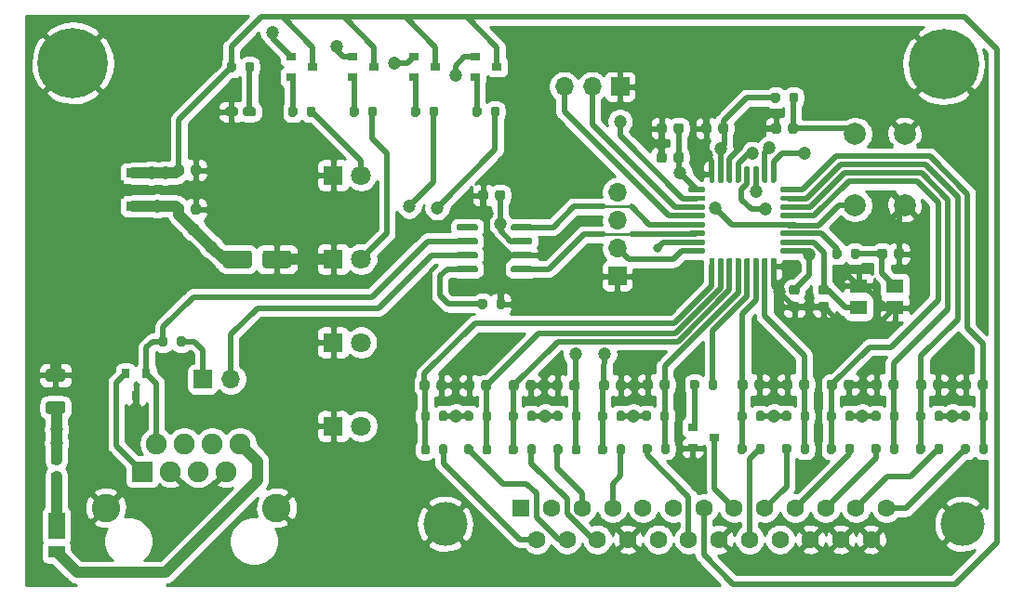
<source format=gbr>
%TF.GenerationSoftware,KiCad,Pcbnew,(5.1.8)-1*%
%TF.CreationDate,2021-02-10T22:47:22+08:00*%
%TF.ProjectId,mpg,6d70672e-6b69-4636-9164-5f7063625858,rev?*%
%TF.SameCoordinates,Original*%
%TF.FileFunction,Copper,L1,Top*%
%TF.FilePolarity,Positive*%
%FSLAX46Y46*%
G04 Gerber Fmt 4.6, Leading zero omitted, Abs format (unit mm)*
G04 Created by KiCad (PCBNEW (5.1.8)-1) date 2021-02-10 22:47:22*
%MOMM*%
%LPD*%
G01*
G04 APERTURE LIST*
%TA.AperFunction,ComponentPad*%
%ADD10R,1.900000X1.900000*%
%TD*%
%TA.AperFunction,ComponentPad*%
%ADD11C,1.900000*%
%TD*%
%TA.AperFunction,ComponentPad*%
%ADD12C,2.600000*%
%TD*%
%TA.AperFunction,ComponentPad*%
%ADD13O,1.700000X1.700000*%
%TD*%
%TA.AperFunction,ComponentPad*%
%ADD14R,1.700000X1.700000*%
%TD*%
%TA.AperFunction,ComponentPad*%
%ADD15C,4.000000*%
%TD*%
%TA.AperFunction,ComponentPad*%
%ADD16C,1.600000*%
%TD*%
%TA.AperFunction,ComponentPad*%
%ADD17R,1.600000X1.600000*%
%TD*%
%TA.AperFunction,ComponentPad*%
%ADD18C,1.800000*%
%TD*%
%TA.AperFunction,ComponentPad*%
%ADD19R,1.800000X1.800000*%
%TD*%
%TA.AperFunction,SMDPad,CuDef*%
%ADD20R,1.600000X1.300000*%
%TD*%
%TA.AperFunction,SMDPad,CuDef*%
%ADD21R,0.800000X0.900000*%
%TD*%
%TA.AperFunction,ComponentPad*%
%ADD22C,0.800000*%
%TD*%
%TA.AperFunction,ComponentPad*%
%ADD23C,6.400000*%
%TD*%
%TA.AperFunction,SMDPad,CuDef*%
%ADD24C,0.100000*%
%TD*%
%TA.AperFunction,SMDPad,CuDef*%
%ADD25R,1.300000X0.900000*%
%TD*%
%TA.AperFunction,ComponentPad*%
%ADD26C,2.000000*%
%TD*%
%TA.AperFunction,SMDPad,CuDef*%
%ADD27R,0.900000X0.800000*%
%TD*%
%TA.AperFunction,SMDPad,CuDef*%
%ADD28R,1.500000X1.050000*%
%TD*%
%TA.AperFunction,SMDPad,CuDef*%
%ADD29R,1.500000X2.400000*%
%TD*%
%TA.AperFunction,ViaPad*%
%ADD30C,1.200000*%
%TD*%
%TA.AperFunction,ViaPad*%
%ADD31C,0.800000*%
%TD*%
%TA.AperFunction,Conductor*%
%ADD32C,0.500000*%
%TD*%
%TA.AperFunction,Conductor*%
%ADD33C,1.000000*%
%TD*%
%TA.AperFunction,Conductor*%
%ADD34C,0.250000*%
%TD*%
%TA.AperFunction,Conductor*%
%ADD35C,0.254000*%
%TD*%
%TA.AperFunction,Conductor*%
%ADD36C,0.100000*%
%TD*%
G04 APERTURE END LIST*
D10*
%TO.P,J5,1*%
%TO.N,CAN_H*%
X100550000Y-97664000D03*
D11*
%TO.P,J5,2*%
%TO.N,CAN_L*%
X101820000Y-95124000D03*
%TO.P,J5,3*%
%TO.N,GND*%
X103090000Y-97664000D03*
%TO.P,J5,4*%
%TO.N,Net-(J5-Pad4)*%
X104360000Y-95124000D03*
%TO.P,J5,5*%
%TO.N,Net-(J5-Pad5)*%
X105630000Y-97664000D03*
%TO.P,J5,6*%
%TO.N,Net-(J5-Pad6)*%
X106900000Y-95124000D03*
%TO.P,J5,7*%
%TO.N,GND*%
X108170000Y-97664000D03*
%TO.P,J5,8*%
%TO.N,POW*%
X109440000Y-95124000D03*
D12*
%TO.P,J5,SH*%
%TO.N,GND*%
X97220000Y-100954000D03*
X112770000Y-100954000D03*
%TD*%
D13*
%TO.P,J4,2*%
%TO.N,CAN_H*%
X108597000Y-89238000D03*
D14*
%TO.P,J4,1*%
%TO.N,Net-(J4-Pad1)*%
X106057000Y-89238000D03*
%TD*%
%TO.P,U2,32*%
%TO.N,GND*%
%TA.AperFunction,SMDPad,CuDef*%
G36*
G01*
X158256000Y-78310000D02*
X158256000Y-79560000D01*
G75*
G02*
X158131000Y-79685000I-125000J0D01*
G01*
X157881000Y-79685000D01*
G75*
G02*
X157756000Y-79560000I0J125000D01*
G01*
X157756000Y-78310000D01*
G75*
G02*
X157881000Y-78185000I125000J0D01*
G01*
X158131000Y-78185000D01*
G75*
G02*
X158256000Y-78310000I0J-125000D01*
G01*
G37*
%TD.AperFunction*%
%TO.P,U2,31*%
%TO.N,AXIS_X*%
%TA.AperFunction,SMDPad,CuDef*%
G36*
G01*
X157456000Y-78310000D02*
X157456000Y-79560000D01*
G75*
G02*
X157331000Y-79685000I-125000J0D01*
G01*
X157081000Y-79685000D01*
G75*
G02*
X156956000Y-79560000I0J125000D01*
G01*
X156956000Y-78310000D01*
G75*
G02*
X157081000Y-78185000I125000J0D01*
G01*
X157331000Y-78185000D01*
G75*
G02*
X157456000Y-78310000I0J-125000D01*
G01*
G37*
%TD.AperFunction*%
%TO.P,U2,30*%
%TO.N,X100*%
%TA.AperFunction,SMDPad,CuDef*%
G36*
G01*
X156656000Y-78310000D02*
X156656000Y-79560000D01*
G75*
G02*
X156531000Y-79685000I-125000J0D01*
G01*
X156281000Y-79685000D01*
G75*
G02*
X156156000Y-79560000I0J125000D01*
G01*
X156156000Y-78310000D01*
G75*
G02*
X156281000Y-78185000I125000J0D01*
G01*
X156531000Y-78185000D01*
G75*
G02*
X156656000Y-78310000I0J-125000D01*
G01*
G37*
%TD.AperFunction*%
%TO.P,U2,29*%
%TO.N,IND*%
%TA.AperFunction,SMDPad,CuDef*%
G36*
G01*
X155856000Y-78310000D02*
X155856000Y-79560000D01*
G75*
G02*
X155731000Y-79685000I-125000J0D01*
G01*
X155481000Y-79685000D01*
G75*
G02*
X155356000Y-79560000I0J125000D01*
G01*
X155356000Y-78310000D01*
G75*
G02*
X155481000Y-78185000I125000J0D01*
G01*
X155731000Y-78185000D01*
G75*
G02*
X155856000Y-78310000I0J-125000D01*
G01*
G37*
%TD.AperFunction*%
%TO.P,U2,28*%
%TO.N,STOP*%
%TA.AperFunction,SMDPad,CuDef*%
G36*
G01*
X155056000Y-78310000D02*
X155056000Y-79560000D01*
G75*
G02*
X154931000Y-79685000I-125000J0D01*
G01*
X154681000Y-79685000D01*
G75*
G02*
X154556000Y-79560000I0J125000D01*
G01*
X154556000Y-78310000D01*
G75*
G02*
X154681000Y-78185000I125000J0D01*
G01*
X154931000Y-78185000D01*
G75*
G02*
X155056000Y-78310000I0J-125000D01*
G01*
G37*
%TD.AperFunction*%
%TO.P,U2,27*%
%TO.N,X10*%
%TA.AperFunction,SMDPad,CuDef*%
G36*
G01*
X154256000Y-78310000D02*
X154256000Y-79560000D01*
G75*
G02*
X154131000Y-79685000I-125000J0D01*
G01*
X153881000Y-79685000D01*
G75*
G02*
X153756000Y-79560000I0J125000D01*
G01*
X153756000Y-78310000D01*
G75*
G02*
X153881000Y-78185000I125000J0D01*
G01*
X154131000Y-78185000D01*
G75*
G02*
X154256000Y-78310000I0J-125000D01*
G01*
G37*
%TD.AperFunction*%
%TO.P,U2,26*%
%TO.N,X1*%
%TA.AperFunction,SMDPad,CuDef*%
G36*
G01*
X153456000Y-78310000D02*
X153456000Y-79560000D01*
G75*
G02*
X153331000Y-79685000I-125000J0D01*
G01*
X153081000Y-79685000D01*
G75*
G02*
X152956000Y-79560000I0J125000D01*
G01*
X152956000Y-78310000D01*
G75*
G02*
X153081000Y-78185000I125000J0D01*
G01*
X153331000Y-78185000D01*
G75*
G02*
X153456000Y-78310000I0J-125000D01*
G01*
G37*
%TD.AperFunction*%
%TO.P,U2,25*%
%TO.N,AXIS_C*%
%TA.AperFunction,SMDPad,CuDef*%
G36*
G01*
X152656000Y-78310000D02*
X152656000Y-79560000D01*
G75*
G02*
X152531000Y-79685000I-125000J0D01*
G01*
X152281000Y-79685000D01*
G75*
G02*
X152156000Y-79560000I0J125000D01*
G01*
X152156000Y-78310000D01*
G75*
G02*
X152281000Y-78185000I125000J0D01*
G01*
X152531000Y-78185000D01*
G75*
G02*
X152656000Y-78310000I0J-125000D01*
G01*
G37*
%TD.AperFunction*%
%TO.P,U2,24*%
%TO.N,SWCLK*%
%TA.AperFunction,SMDPad,CuDef*%
G36*
G01*
X151781000Y-77435000D02*
X151781000Y-77685000D01*
G75*
G02*
X151656000Y-77810000I-125000J0D01*
G01*
X150406000Y-77810000D01*
G75*
G02*
X150281000Y-77685000I0J125000D01*
G01*
X150281000Y-77435000D01*
G75*
G02*
X150406000Y-77310000I125000J0D01*
G01*
X151656000Y-77310000D01*
G75*
G02*
X151781000Y-77435000I0J-125000D01*
G01*
G37*
%TD.AperFunction*%
%TO.P,U2,23*%
%TO.N,SWDIO*%
%TA.AperFunction,SMDPad,CuDef*%
G36*
G01*
X151781000Y-76635000D02*
X151781000Y-76885000D01*
G75*
G02*
X151656000Y-77010000I-125000J0D01*
G01*
X150406000Y-77010000D01*
G75*
G02*
X150281000Y-76885000I0J125000D01*
G01*
X150281000Y-76635000D01*
G75*
G02*
X150406000Y-76510000I125000J0D01*
G01*
X151656000Y-76510000D01*
G75*
G02*
X151781000Y-76635000I0J-125000D01*
G01*
G37*
%TD.AperFunction*%
%TO.P,U2,22*%
%TO.N,FDCAN_TX*%
%TA.AperFunction,SMDPad,CuDef*%
G36*
G01*
X151781000Y-75835000D02*
X151781000Y-76085000D01*
G75*
G02*
X151656000Y-76210000I-125000J0D01*
G01*
X150406000Y-76210000D01*
G75*
G02*
X150281000Y-76085000I0J125000D01*
G01*
X150281000Y-75835000D01*
G75*
G02*
X150406000Y-75710000I125000J0D01*
G01*
X151656000Y-75710000D01*
G75*
G02*
X151781000Y-75835000I0J-125000D01*
G01*
G37*
%TD.AperFunction*%
%TO.P,U2,21*%
%TO.N,FDCAN_RX*%
%TA.AperFunction,SMDPad,CuDef*%
G36*
G01*
X151781000Y-75035000D02*
X151781000Y-75285000D01*
G75*
G02*
X151656000Y-75410000I-125000J0D01*
G01*
X150406000Y-75410000D01*
G75*
G02*
X150281000Y-75285000I0J125000D01*
G01*
X150281000Y-75035000D01*
G75*
G02*
X150406000Y-74910000I125000J0D01*
G01*
X151656000Y-74910000D01*
G75*
G02*
X151781000Y-75035000I0J-125000D01*
G01*
G37*
%TD.AperFunction*%
%TO.P,U2,20*%
%TO.N,USART1_RX*%
%TA.AperFunction,SMDPad,CuDef*%
G36*
G01*
X151781000Y-74235000D02*
X151781000Y-74485000D01*
G75*
G02*
X151656000Y-74610000I-125000J0D01*
G01*
X150406000Y-74610000D01*
G75*
G02*
X150281000Y-74485000I0J125000D01*
G01*
X150281000Y-74235000D01*
G75*
G02*
X150406000Y-74110000I125000J0D01*
G01*
X151656000Y-74110000D01*
G75*
G02*
X151781000Y-74235000I0J-125000D01*
G01*
G37*
%TD.AperFunction*%
%TO.P,U2,19*%
%TO.N,USART1_TX*%
%TA.AperFunction,SMDPad,CuDef*%
G36*
G01*
X151781000Y-73435000D02*
X151781000Y-73685000D01*
G75*
G02*
X151656000Y-73810000I-125000J0D01*
G01*
X150406000Y-73810000D01*
G75*
G02*
X150281000Y-73685000I0J125000D01*
G01*
X150281000Y-73435000D01*
G75*
G02*
X150406000Y-73310000I125000J0D01*
G01*
X151656000Y-73310000D01*
G75*
G02*
X151781000Y-73435000I0J-125000D01*
G01*
G37*
%TD.AperFunction*%
%TO.P,U2,18*%
%TO.N,LED_D*%
%TA.AperFunction,SMDPad,CuDef*%
G36*
G01*
X151781000Y-72635000D02*
X151781000Y-72885000D01*
G75*
G02*
X151656000Y-73010000I-125000J0D01*
G01*
X150406000Y-73010000D01*
G75*
G02*
X150281000Y-72885000I0J125000D01*
G01*
X150281000Y-72635000D01*
G75*
G02*
X150406000Y-72510000I125000J0D01*
G01*
X151656000Y-72510000D01*
G75*
G02*
X151781000Y-72635000I0J-125000D01*
G01*
G37*
%TD.AperFunction*%
%TO.P,U2,17*%
%TO.N,+3V3*%
%TA.AperFunction,SMDPad,CuDef*%
G36*
G01*
X151781000Y-71835000D02*
X151781000Y-72085000D01*
G75*
G02*
X151656000Y-72210000I-125000J0D01*
G01*
X150406000Y-72210000D01*
G75*
G02*
X150281000Y-72085000I0J125000D01*
G01*
X150281000Y-71835000D01*
G75*
G02*
X150406000Y-71710000I125000J0D01*
G01*
X151656000Y-71710000D01*
G75*
G02*
X151781000Y-71835000I0J-125000D01*
G01*
G37*
%TD.AperFunction*%
%TO.P,U2,16*%
%TO.N,GND*%
%TA.AperFunction,SMDPad,CuDef*%
G36*
G01*
X152656000Y-69960000D02*
X152656000Y-71210000D01*
G75*
G02*
X152531000Y-71335000I-125000J0D01*
G01*
X152281000Y-71335000D01*
G75*
G02*
X152156000Y-71210000I0J125000D01*
G01*
X152156000Y-69960000D01*
G75*
G02*
X152281000Y-69835000I125000J0D01*
G01*
X152531000Y-69835000D01*
G75*
G02*
X152656000Y-69960000I0J-125000D01*
G01*
G37*
%TD.AperFunction*%
%TO.P,U2,15*%
%TO.N,+3V3*%
%TA.AperFunction,SMDPad,CuDef*%
G36*
G01*
X153456000Y-69960000D02*
X153456000Y-71210000D01*
G75*
G02*
X153331000Y-71335000I-125000J0D01*
G01*
X153081000Y-71335000D01*
G75*
G02*
X152956000Y-71210000I0J125000D01*
G01*
X152956000Y-69960000D01*
G75*
G02*
X153081000Y-69835000I125000J0D01*
G01*
X153331000Y-69835000D01*
G75*
G02*
X153456000Y-69960000I0J-125000D01*
G01*
G37*
%TD.AperFunction*%
%TO.P,U2,14*%
%TO.N,GND*%
%TA.AperFunction,SMDPad,CuDef*%
G36*
G01*
X154256000Y-69960000D02*
X154256000Y-71210000D01*
G75*
G02*
X154131000Y-71335000I-125000J0D01*
G01*
X153881000Y-71335000D01*
G75*
G02*
X153756000Y-71210000I0J125000D01*
G01*
X153756000Y-69960000D01*
G75*
G02*
X153881000Y-69835000I125000J0D01*
G01*
X154131000Y-69835000D01*
G75*
G02*
X154256000Y-69960000I0J-125000D01*
G01*
G37*
%TD.AperFunction*%
%TO.P,U2,13*%
%TO.N,LED_C*%
%TA.AperFunction,SMDPad,CuDef*%
G36*
G01*
X155056000Y-69960000D02*
X155056000Y-71210000D01*
G75*
G02*
X154931000Y-71335000I-125000J0D01*
G01*
X154681000Y-71335000D01*
G75*
G02*
X154556000Y-71210000I0J125000D01*
G01*
X154556000Y-69960000D01*
G75*
G02*
X154681000Y-69835000I125000J0D01*
G01*
X154931000Y-69835000D01*
G75*
G02*
X155056000Y-69960000I0J-125000D01*
G01*
G37*
%TD.AperFunction*%
%TO.P,U2,12*%
%TO.N,ENC_B*%
%TA.AperFunction,SMDPad,CuDef*%
G36*
G01*
X155856000Y-69960000D02*
X155856000Y-71210000D01*
G75*
G02*
X155731000Y-71335000I-125000J0D01*
G01*
X155481000Y-71335000D01*
G75*
G02*
X155356000Y-71210000I0J125000D01*
G01*
X155356000Y-69960000D01*
G75*
G02*
X155481000Y-69835000I125000J0D01*
G01*
X155731000Y-69835000D01*
G75*
G02*
X155856000Y-69960000I0J-125000D01*
G01*
G37*
%TD.AperFunction*%
%TO.P,U2,11*%
%TO.N,ENC_A*%
%TA.AperFunction,SMDPad,CuDef*%
G36*
G01*
X156656000Y-69960000D02*
X156656000Y-71210000D01*
G75*
G02*
X156531000Y-71335000I-125000J0D01*
G01*
X156281000Y-71335000D01*
G75*
G02*
X156156000Y-71210000I0J125000D01*
G01*
X156156000Y-69960000D01*
G75*
G02*
X156281000Y-69835000I125000J0D01*
G01*
X156531000Y-69835000D01*
G75*
G02*
X156656000Y-69960000I0J-125000D01*
G01*
G37*
%TD.AperFunction*%
%TO.P,U2,10*%
%TO.N,LED_B*%
%TA.AperFunction,SMDPad,CuDef*%
G36*
G01*
X157456000Y-69960000D02*
X157456000Y-71210000D01*
G75*
G02*
X157331000Y-71335000I-125000J0D01*
G01*
X157081000Y-71335000D01*
G75*
G02*
X156956000Y-71210000I0J125000D01*
G01*
X156956000Y-69960000D01*
G75*
G02*
X157081000Y-69835000I125000J0D01*
G01*
X157331000Y-69835000D01*
G75*
G02*
X157456000Y-69960000I0J-125000D01*
G01*
G37*
%TD.AperFunction*%
%TO.P,U2,9*%
%TO.N,LED_A*%
%TA.AperFunction,SMDPad,CuDef*%
G36*
G01*
X158256000Y-69960000D02*
X158256000Y-71210000D01*
G75*
G02*
X158131000Y-71335000I-125000J0D01*
G01*
X157881000Y-71335000D01*
G75*
G02*
X157756000Y-71210000I0J125000D01*
G01*
X157756000Y-69960000D01*
G75*
G02*
X157881000Y-69835000I125000J0D01*
G01*
X158131000Y-69835000D01*
G75*
G02*
X158256000Y-69960000I0J-125000D01*
G01*
G37*
%TD.AperFunction*%
%TO.P,U2,8*%
%TO.N,AXIS_B*%
%TA.AperFunction,SMDPad,CuDef*%
G36*
G01*
X160131000Y-71835000D02*
X160131000Y-72085000D01*
G75*
G02*
X160006000Y-72210000I-125000J0D01*
G01*
X158756000Y-72210000D01*
G75*
G02*
X158631000Y-72085000I0J125000D01*
G01*
X158631000Y-71835000D01*
G75*
G02*
X158756000Y-71710000I125000J0D01*
G01*
X160006000Y-71710000D01*
G75*
G02*
X160131000Y-71835000I0J-125000D01*
G01*
G37*
%TD.AperFunction*%
%TO.P,U2,7*%
%TO.N,AXIS_A*%
%TA.AperFunction,SMDPad,CuDef*%
G36*
G01*
X160131000Y-72635000D02*
X160131000Y-72885000D01*
G75*
G02*
X160006000Y-73010000I-125000J0D01*
G01*
X158756000Y-73010000D01*
G75*
G02*
X158631000Y-72885000I0J125000D01*
G01*
X158631000Y-72635000D01*
G75*
G02*
X158756000Y-72510000I125000J0D01*
G01*
X160006000Y-72510000D01*
G75*
G02*
X160131000Y-72635000I0J-125000D01*
G01*
G37*
%TD.AperFunction*%
%TO.P,U2,6*%
%TO.N,AXIS_Z*%
%TA.AperFunction,SMDPad,CuDef*%
G36*
G01*
X160131000Y-73435000D02*
X160131000Y-73685000D01*
G75*
G02*
X160006000Y-73810000I-125000J0D01*
G01*
X158756000Y-73810000D01*
G75*
G02*
X158631000Y-73685000I0J125000D01*
G01*
X158631000Y-73435000D01*
G75*
G02*
X158756000Y-73310000I125000J0D01*
G01*
X160006000Y-73310000D01*
G75*
G02*
X160131000Y-73435000I0J-125000D01*
G01*
G37*
%TD.AperFunction*%
%TO.P,U2,5*%
%TO.N,AXIS_Y*%
%TA.AperFunction,SMDPad,CuDef*%
G36*
G01*
X160131000Y-74235000D02*
X160131000Y-74485000D01*
G75*
G02*
X160006000Y-74610000I-125000J0D01*
G01*
X158756000Y-74610000D01*
G75*
G02*
X158631000Y-74485000I0J125000D01*
G01*
X158631000Y-74235000D01*
G75*
G02*
X158756000Y-74110000I125000J0D01*
G01*
X160006000Y-74110000D01*
G75*
G02*
X160131000Y-74235000I0J-125000D01*
G01*
G37*
%TD.AperFunction*%
%TO.P,U2,4*%
%TO.N,RESET*%
%TA.AperFunction,SMDPad,CuDef*%
G36*
G01*
X160131000Y-75035000D02*
X160131000Y-75285000D01*
G75*
G02*
X160006000Y-75410000I-125000J0D01*
G01*
X158756000Y-75410000D01*
G75*
G02*
X158631000Y-75285000I0J125000D01*
G01*
X158631000Y-75035000D01*
G75*
G02*
X158756000Y-74910000I125000J0D01*
G01*
X160006000Y-74910000D01*
G75*
G02*
X160131000Y-75035000I0J-125000D01*
G01*
G37*
%TD.AperFunction*%
%TO.P,U2,3*%
%TO.N,Net-(R33-Pad1)*%
%TA.AperFunction,SMDPad,CuDef*%
G36*
G01*
X160131000Y-75835000D02*
X160131000Y-76085000D01*
G75*
G02*
X160006000Y-76210000I-125000J0D01*
G01*
X158756000Y-76210000D01*
G75*
G02*
X158631000Y-76085000I0J125000D01*
G01*
X158631000Y-75835000D01*
G75*
G02*
X158756000Y-75710000I125000J0D01*
G01*
X160006000Y-75710000D01*
G75*
G02*
X160131000Y-75835000I0J-125000D01*
G01*
G37*
%TD.AperFunction*%
%TO.P,U2,2*%
%TO.N,Net-(C23-Pad1)*%
%TA.AperFunction,SMDPad,CuDef*%
G36*
G01*
X160131000Y-76635000D02*
X160131000Y-76885000D01*
G75*
G02*
X160006000Y-77010000I-125000J0D01*
G01*
X158756000Y-77010000D01*
G75*
G02*
X158631000Y-76885000I0J125000D01*
G01*
X158631000Y-76635000D01*
G75*
G02*
X158756000Y-76510000I125000J0D01*
G01*
X160006000Y-76510000D01*
G75*
G02*
X160131000Y-76635000I0J-125000D01*
G01*
G37*
%TD.AperFunction*%
%TO.P,U2,1*%
%TO.N,+3V3*%
%TA.AperFunction,SMDPad,CuDef*%
G36*
G01*
X160131000Y-77435000D02*
X160131000Y-77685000D01*
G75*
G02*
X160006000Y-77810000I-125000J0D01*
G01*
X158756000Y-77810000D01*
G75*
G02*
X158631000Y-77685000I0J125000D01*
G01*
X158631000Y-77435000D01*
G75*
G02*
X158756000Y-77310000I125000J0D01*
G01*
X160006000Y-77310000D01*
G75*
G02*
X160131000Y-77435000I0J-125000D01*
G01*
G37*
%TD.AperFunction*%
%TD*%
D13*
%TO.P,J2,4*%
%TO.N,RESET*%
X143776000Y-72220000D03*
%TO.P,J2,3*%
%TO.N,SWDIO*%
X143776000Y-74760000D03*
%TO.P,J2,2*%
%TO.N,SWCLK*%
X143776000Y-77300000D03*
D14*
%TO.P,J2,1*%
%TO.N,GND*%
X143776000Y-79840000D03*
%TD*%
D15*
%TO.P,J1,0*%
%TO.N,GND*%
X175220000Y-102424000D03*
X128120000Y-102424000D03*
D16*
%TO.P,J1,25*%
X166905000Y-103844000D03*
%TO.P,J1,24*%
X164135000Y-103844000D03*
%TO.P,J1,23*%
X161365000Y-103844000D03*
%TO.P,J1,22*%
%TO.N,Net-(J1-Pad22)*%
X158595000Y-103844000D03*
%TO.P,J1,21*%
%TO.N,/sheet60398AC6/In*%
X155825000Y-103844000D03*
%TO.P,J1,20*%
%TO.N,GND*%
X153055000Y-103844000D03*
%TO.P,J1,19*%
%TO.N,/sheet60278576/In*%
X150285000Y-103844000D03*
%TO.P,J1,18*%
%TO.N,Net-(J1-Pad18)*%
X147515000Y-103844000D03*
%TO.P,J1,17*%
%TO.N,GND*%
X144745000Y-103844000D03*
%TO.P,J1,16*%
%TO.N,/sheet603603F0/In*%
X141975000Y-103844000D03*
%TO.P,J1,15*%
%TO.N,/sheet603499BE/In*%
X139205000Y-103844000D03*
%TO.P,J1,14*%
%TO.N,/sheet60382A0B/In*%
X136435000Y-103844000D03*
%TO.P,J1,13*%
%TO.N,/sheet603E7B14/In*%
X168290000Y-101004000D03*
%TO.P,J1,12*%
%TO.N,/sheet603E1701/In*%
X165520000Y-101004000D03*
%TO.P,J1,11*%
%TO.N,/sheet603B693B/In*%
X162750000Y-101004000D03*
%TO.P,J1,10*%
%TO.N,/sheet603B0EF4/In*%
X159980000Y-101004000D03*
%TO.P,J1,9*%
%TO.N,/sheet603AB73C/In*%
X157210000Y-101004000D03*
%TO.P,J1,8*%
%TO.N,Net-(J1-Pad8)*%
X154440000Y-101004000D03*
%TO.P,J1,7*%
%TO.N,+12V*%
X151670000Y-101004000D03*
%TO.P,J1,6*%
%TO.N,Net-(J1-Pad6)*%
X148900000Y-101004000D03*
%TO.P,J1,5*%
%TO.N,Net-(J1-Pad5)*%
X146130000Y-101004000D03*
%TO.P,J1,4*%
%TO.N,/sheet601EF97F/In*%
X143360000Y-101004000D03*
%TO.P,J1,3*%
%TO.N,/sheet601ED88E/In*%
X140590000Y-101004000D03*
%TO.P,J1,2*%
%TO.N,GND*%
X137820000Y-101004000D03*
D17*
%TO.P,J1,1*%
%TO.N,+3V3*%
X135050000Y-101004000D03*
%TD*%
D18*
%TO.P,D6,2*%
%TO.N,Net-(D6-Pad2)*%
X120484200Y-93515360D03*
D19*
%TO.P,D6,1*%
%TO.N,GND*%
X117944200Y-93515360D03*
%TD*%
%TO.P,C10,2*%
%TO.N,GND*%
%TA.AperFunction,SMDPad,CuDef*%
G36*
G01*
X111510000Y-78866000D02*
X111510000Y-77766000D01*
G75*
G02*
X111760000Y-77516000I250000J0D01*
G01*
X113860000Y-77516000D01*
G75*
G02*
X114110000Y-77766000I0J-250000D01*
G01*
X114110000Y-78866000D01*
G75*
G02*
X113860000Y-79116000I-250000J0D01*
G01*
X111760000Y-79116000D01*
G75*
G02*
X111510000Y-78866000I0J250000D01*
G01*
G37*
%TD.AperFunction*%
%TO.P,C10,1*%
%TO.N,+3V3*%
%TA.AperFunction,SMDPad,CuDef*%
G36*
G01*
X107910000Y-78866000D02*
X107910000Y-77766000D01*
G75*
G02*
X108160000Y-77516000I250000J0D01*
G01*
X110260000Y-77516000D01*
G75*
G02*
X110510000Y-77766000I0J-250000D01*
G01*
X110510000Y-78866000D01*
G75*
G02*
X110260000Y-79116000I-250000J0D01*
G01*
X108160000Y-79116000D01*
G75*
G02*
X107910000Y-78866000I0J250000D01*
G01*
G37*
%TD.AperFunction*%
%TD*%
%TO.P,C8,2*%
%TO.N,GND*%
%TA.AperFunction,SMDPad,CuDef*%
G36*
G01*
X104985000Y-70438000D02*
X104985000Y-69938000D01*
G75*
G02*
X105210000Y-69713000I225000J0D01*
G01*
X105660000Y-69713000D01*
G75*
G02*
X105885000Y-69938000I0J-225000D01*
G01*
X105885000Y-70438000D01*
G75*
G02*
X105660000Y-70663000I-225000J0D01*
G01*
X105210000Y-70663000D01*
G75*
G02*
X104985000Y-70438000I0J225000D01*
G01*
G37*
%TD.AperFunction*%
%TO.P,C8,1*%
%TO.N,+12V*%
%TA.AperFunction,SMDPad,CuDef*%
G36*
G01*
X103435000Y-70438000D02*
X103435000Y-69938000D01*
G75*
G02*
X103660000Y-69713000I225000J0D01*
G01*
X104110000Y-69713000D01*
G75*
G02*
X104335000Y-69938000I0J-225000D01*
G01*
X104335000Y-70438000D01*
G75*
G02*
X104110000Y-70663000I-225000J0D01*
G01*
X103660000Y-70663000D01*
G75*
G02*
X103435000Y-70438000I0J225000D01*
G01*
G37*
%TD.AperFunction*%
%TD*%
%TO.P,C6,2*%
%TO.N,GND*%
%TA.AperFunction,SMDPad,CuDef*%
G36*
G01*
X93290001Y-89454000D02*
X91989999Y-89454000D01*
G75*
G02*
X91740000Y-89204001I0J249999D01*
G01*
X91740000Y-88553999D01*
G75*
G02*
X91989999Y-88304000I249999J0D01*
G01*
X93290001Y-88304000D01*
G75*
G02*
X93540000Y-88553999I0J-249999D01*
G01*
X93540000Y-89204001D01*
G75*
G02*
X93290001Y-89454000I-249999J0D01*
G01*
G37*
%TD.AperFunction*%
%TO.P,C6,1*%
%TO.N,+12V*%
%TA.AperFunction,SMDPad,CuDef*%
G36*
G01*
X93290001Y-92404000D02*
X91989999Y-92404000D01*
G75*
G02*
X91740000Y-92154001I0J249999D01*
G01*
X91740000Y-91503999D01*
G75*
G02*
X91989999Y-91254000I249999J0D01*
G01*
X93290001Y-91254000D01*
G75*
G02*
X93540000Y-91503999I0J-249999D01*
G01*
X93540000Y-92154001D01*
G75*
G02*
X93290001Y-92404000I-249999J0D01*
G01*
G37*
%TD.AperFunction*%
%TD*%
%TO.P,C5,2*%
%TO.N,GND*%
%TA.AperFunction,SMDPad,CuDef*%
G36*
G01*
X104985000Y-73994000D02*
X104985000Y-73494000D01*
G75*
G02*
X105210000Y-73269000I225000J0D01*
G01*
X105660000Y-73269000D01*
G75*
G02*
X105885000Y-73494000I0J-225000D01*
G01*
X105885000Y-73994000D01*
G75*
G02*
X105660000Y-74219000I-225000J0D01*
G01*
X105210000Y-74219000D01*
G75*
G02*
X104985000Y-73994000I0J225000D01*
G01*
G37*
%TD.AperFunction*%
%TO.P,C5,1*%
%TO.N,+3V3*%
%TA.AperFunction,SMDPad,CuDef*%
G36*
G01*
X103435000Y-73994000D02*
X103435000Y-73494000D01*
G75*
G02*
X103660000Y-73269000I225000J0D01*
G01*
X104110000Y-73269000D01*
G75*
G02*
X104335000Y-73494000I0J-225000D01*
G01*
X104335000Y-73994000D01*
G75*
G02*
X104110000Y-74219000I-225000J0D01*
G01*
X103660000Y-74219000D01*
G75*
G02*
X103435000Y-73994000I0J225000D01*
G01*
G37*
%TD.AperFunction*%
%TD*%
D20*
%TO.P,Y1,4*%
%TO.N,GND*%
X165748000Y-80737200D03*
%TO.P,Y1,3*%
%TO.N,Net-(C24-Pad1)*%
X169048000Y-80737200D03*
%TO.P,Y1,2*%
%TO.N,GND*%
X169048000Y-82737200D03*
%TO.P,Y1,1*%
%TO.N,Net-(C23-Pad1)*%
X165748000Y-82737200D03*
%TD*%
D21*
%TO.P,U4,3*%
%TO.N,GND*%
X99961000Y-90746000D03*
%TO.P,U4,2*%
%TO.N,CAN_H*%
X99011000Y-88746000D03*
%TO.P,U4,1*%
%TO.N,CAN_L*%
X100911000Y-88746000D03*
%TD*%
%TO.P,R34,2*%
%TO.N,Net-(Q5-Pad2)*%
%TA.AperFunction,SMDPad,CuDef*%
G36*
G01*
X131413000Y-64579000D02*
X131413000Y-65129000D01*
G75*
G02*
X131213000Y-65329000I-200000J0D01*
G01*
X130813000Y-65329000D01*
G75*
G02*
X130613000Y-65129000I0J200000D01*
G01*
X130613000Y-64579000D01*
G75*
G02*
X130813000Y-64379000I200000J0D01*
G01*
X131213000Y-64379000D01*
G75*
G02*
X131413000Y-64579000I0J-200000D01*
G01*
G37*
%TD.AperFunction*%
%TO.P,R34,1*%
%TO.N,Net-(D6-Pad2)*%
%TA.AperFunction,SMDPad,CuDef*%
G36*
G01*
X133063000Y-64579000D02*
X133063000Y-65129000D01*
G75*
G02*
X132863000Y-65329000I-200000J0D01*
G01*
X132463000Y-65329000D01*
G75*
G02*
X132263000Y-65129000I0J200000D01*
G01*
X132263000Y-64579000D01*
G75*
G02*
X132463000Y-64379000I200000J0D01*
G01*
X132863000Y-64379000D01*
G75*
G02*
X133063000Y-64579000I0J-200000D01*
G01*
G37*
%TD.AperFunction*%
%TD*%
%TO.P,R33,2*%
%TO.N,Net-(C24-Pad1)*%
%TA.AperFunction,SMDPad,CuDef*%
G36*
G01*
X165029000Y-78083000D02*
X165029000Y-77533000D01*
G75*
G02*
X165229000Y-77333000I200000J0D01*
G01*
X165629000Y-77333000D01*
G75*
G02*
X165829000Y-77533000I0J-200000D01*
G01*
X165829000Y-78083000D01*
G75*
G02*
X165629000Y-78283000I-200000J0D01*
G01*
X165229000Y-78283000D01*
G75*
G02*
X165029000Y-78083000I0J200000D01*
G01*
G37*
%TD.AperFunction*%
%TO.P,R33,1*%
%TO.N,Net-(R33-Pad1)*%
%TA.AperFunction,SMDPad,CuDef*%
G36*
G01*
X163379000Y-78083000D02*
X163379000Y-77533000D01*
G75*
G02*
X163579000Y-77333000I200000J0D01*
G01*
X163979000Y-77333000D01*
G75*
G02*
X164179000Y-77533000I0J-200000D01*
G01*
X164179000Y-78083000D01*
G75*
G02*
X163979000Y-78283000I-200000J0D01*
G01*
X163579000Y-78283000D01*
G75*
G02*
X163379000Y-78083000I0J200000D01*
G01*
G37*
%TD.AperFunction*%
%TD*%
%TO.P,R32,2*%
%TO.N,AXIS_B*%
%TA.AperFunction,SMDPad,CuDef*%
G36*
G01*
X176720020Y-92878200D02*
X176720020Y-92328200D01*
G75*
G02*
X176920020Y-92128200I200000J0D01*
G01*
X177320020Y-92128200D01*
G75*
G02*
X177520020Y-92328200I0J-200000D01*
G01*
X177520020Y-92878200D01*
G75*
G02*
X177320020Y-93078200I-200000J0D01*
G01*
X176920020Y-93078200D01*
G75*
G02*
X176720020Y-92878200I0J200000D01*
G01*
G37*
%TD.AperFunction*%
%TO.P,R32,1*%
%TO.N,+3V3*%
%TA.AperFunction,SMDPad,CuDef*%
G36*
G01*
X175070020Y-92878200D02*
X175070020Y-92328200D01*
G75*
G02*
X175270020Y-92128200I200000J0D01*
G01*
X175670020Y-92128200D01*
G75*
G02*
X175870020Y-92328200I0J-200000D01*
G01*
X175870020Y-92878200D01*
G75*
G02*
X175670020Y-93078200I-200000J0D01*
G01*
X175270020Y-93078200D01*
G75*
G02*
X175070020Y-92878200I0J200000D01*
G01*
G37*
%TD.AperFunction*%
%TD*%
%TO.P,R31,2*%
%TO.N,/sheet603E7B14/In*%
%TA.AperFunction,SMDPad,CuDef*%
G36*
G01*
X175870020Y-95313000D02*
X175870020Y-95863000D01*
G75*
G02*
X175670020Y-96063000I-200000J0D01*
G01*
X175270020Y-96063000D01*
G75*
G02*
X175070020Y-95863000I0J200000D01*
G01*
X175070020Y-95313000D01*
G75*
G02*
X175270020Y-95113000I200000J0D01*
G01*
X175670020Y-95113000D01*
G75*
G02*
X175870020Y-95313000I0J-200000D01*
G01*
G37*
%TD.AperFunction*%
%TO.P,R31,1*%
%TO.N,AXIS_B*%
%TA.AperFunction,SMDPad,CuDef*%
G36*
G01*
X177520020Y-95313000D02*
X177520020Y-95863000D01*
G75*
G02*
X177320020Y-96063000I-200000J0D01*
G01*
X176920020Y-96063000D01*
G75*
G02*
X176720020Y-95863000I0J200000D01*
G01*
X176720020Y-95313000D01*
G75*
G02*
X176920020Y-95113000I200000J0D01*
G01*
X177320020Y-95113000D01*
G75*
G02*
X177520020Y-95313000I0J-200000D01*
G01*
G37*
%TD.AperFunction*%
%TD*%
%TO.P,R30,2*%
%TO.N,AXIS_A*%
%TA.AperFunction,SMDPad,CuDef*%
G36*
G01*
X171799000Y-92328200D02*
X171799000Y-92878200D01*
G75*
G02*
X171599000Y-93078200I-200000J0D01*
G01*
X171199000Y-93078200D01*
G75*
G02*
X170999000Y-92878200I0J200000D01*
G01*
X170999000Y-92328200D01*
G75*
G02*
X171199000Y-92128200I200000J0D01*
G01*
X171599000Y-92128200D01*
G75*
G02*
X171799000Y-92328200I0J-200000D01*
G01*
G37*
%TD.AperFunction*%
%TO.P,R30,1*%
%TO.N,+3V3*%
%TA.AperFunction,SMDPad,CuDef*%
G36*
G01*
X173449000Y-92328200D02*
X173449000Y-92878200D01*
G75*
G02*
X173249000Y-93078200I-200000J0D01*
G01*
X172849000Y-93078200D01*
G75*
G02*
X172649000Y-92878200I0J200000D01*
G01*
X172649000Y-92328200D01*
G75*
G02*
X172849000Y-92128200I200000J0D01*
G01*
X173249000Y-92128200D01*
G75*
G02*
X173449000Y-92328200I0J-200000D01*
G01*
G37*
%TD.AperFunction*%
%TD*%
%TO.P,R29,2*%
%TO.N,/sheet603E1701/In*%
%TA.AperFunction,SMDPad,CuDef*%
G36*
G01*
X172649000Y-95863000D02*
X172649000Y-95313000D01*
G75*
G02*
X172849000Y-95113000I200000J0D01*
G01*
X173249000Y-95113000D01*
G75*
G02*
X173449000Y-95313000I0J-200000D01*
G01*
X173449000Y-95863000D01*
G75*
G02*
X173249000Y-96063000I-200000J0D01*
G01*
X172849000Y-96063000D01*
G75*
G02*
X172649000Y-95863000I0J200000D01*
G01*
G37*
%TD.AperFunction*%
%TO.P,R29,1*%
%TO.N,AXIS_A*%
%TA.AperFunction,SMDPad,CuDef*%
G36*
G01*
X170999000Y-95863000D02*
X170999000Y-95313000D01*
G75*
G02*
X171199000Y-95113000I200000J0D01*
G01*
X171599000Y-95113000D01*
G75*
G02*
X171799000Y-95313000I0J-200000D01*
G01*
X171799000Y-95863000D01*
G75*
G02*
X171599000Y-96063000I-200000J0D01*
G01*
X171199000Y-96063000D01*
G75*
G02*
X170999000Y-95863000I0J200000D01*
G01*
G37*
%TD.AperFunction*%
%TD*%
%TO.P,R28,2*%
%TO.N,AXIS_Z*%
%TA.AperFunction,SMDPad,CuDef*%
G36*
G01*
X168585000Y-92878200D02*
X168585000Y-92328200D01*
G75*
G02*
X168785000Y-92128200I200000J0D01*
G01*
X169185000Y-92128200D01*
G75*
G02*
X169385000Y-92328200I0J-200000D01*
G01*
X169385000Y-92878200D01*
G75*
G02*
X169185000Y-93078200I-200000J0D01*
G01*
X168785000Y-93078200D01*
G75*
G02*
X168585000Y-92878200I0J200000D01*
G01*
G37*
%TD.AperFunction*%
%TO.P,R28,1*%
%TO.N,+3V3*%
%TA.AperFunction,SMDPad,CuDef*%
G36*
G01*
X166935000Y-92878200D02*
X166935000Y-92328200D01*
G75*
G02*
X167135000Y-92128200I200000J0D01*
G01*
X167535000Y-92128200D01*
G75*
G02*
X167735000Y-92328200I0J-200000D01*
G01*
X167735000Y-92878200D01*
G75*
G02*
X167535000Y-93078200I-200000J0D01*
G01*
X167135000Y-93078200D01*
G75*
G02*
X166935000Y-92878200I0J200000D01*
G01*
G37*
%TD.AperFunction*%
%TD*%
%TO.P,R27,2*%
%TO.N,/sheet603B693B/In*%
%TA.AperFunction,SMDPad,CuDef*%
G36*
G01*
X167735000Y-95313000D02*
X167735000Y-95863000D01*
G75*
G02*
X167535000Y-96063000I-200000J0D01*
G01*
X167135000Y-96063000D01*
G75*
G02*
X166935000Y-95863000I0J200000D01*
G01*
X166935000Y-95313000D01*
G75*
G02*
X167135000Y-95113000I200000J0D01*
G01*
X167535000Y-95113000D01*
G75*
G02*
X167735000Y-95313000I0J-200000D01*
G01*
G37*
%TD.AperFunction*%
%TO.P,R27,1*%
%TO.N,AXIS_Z*%
%TA.AperFunction,SMDPad,CuDef*%
G36*
G01*
X169385000Y-95313000D02*
X169385000Y-95863000D01*
G75*
G02*
X169185000Y-96063000I-200000J0D01*
G01*
X168785000Y-96063000D01*
G75*
G02*
X168585000Y-95863000I0J200000D01*
G01*
X168585000Y-95313000D01*
G75*
G02*
X168785000Y-95113000I200000J0D01*
G01*
X169185000Y-95113000D01*
G75*
G02*
X169385000Y-95313000I0J-200000D01*
G01*
G37*
%TD.AperFunction*%
%TD*%
%TO.P,R26,2*%
%TO.N,AXIS_Y*%
%TA.AperFunction,SMDPad,CuDef*%
G36*
G01*
X163671000Y-92328200D02*
X163671000Y-92878200D01*
G75*
G02*
X163471000Y-93078200I-200000J0D01*
G01*
X163071000Y-93078200D01*
G75*
G02*
X162871000Y-92878200I0J200000D01*
G01*
X162871000Y-92328200D01*
G75*
G02*
X163071000Y-92128200I200000J0D01*
G01*
X163471000Y-92128200D01*
G75*
G02*
X163671000Y-92328200I0J-200000D01*
G01*
G37*
%TD.AperFunction*%
%TO.P,R26,1*%
%TO.N,+3V3*%
%TA.AperFunction,SMDPad,CuDef*%
G36*
G01*
X165321000Y-92328200D02*
X165321000Y-92878200D01*
G75*
G02*
X165121000Y-93078200I-200000J0D01*
G01*
X164721000Y-93078200D01*
G75*
G02*
X164521000Y-92878200I0J200000D01*
G01*
X164521000Y-92328200D01*
G75*
G02*
X164721000Y-92128200I200000J0D01*
G01*
X165121000Y-92128200D01*
G75*
G02*
X165321000Y-92328200I0J-200000D01*
G01*
G37*
%TD.AperFunction*%
%TD*%
%TO.P,R25,2*%
%TO.N,/sheet603B0EF4/In*%
%TA.AperFunction,SMDPad,CuDef*%
G36*
G01*
X164521000Y-95863000D02*
X164521000Y-95313000D01*
G75*
G02*
X164721000Y-95113000I200000J0D01*
G01*
X165121000Y-95113000D01*
G75*
G02*
X165321000Y-95313000I0J-200000D01*
G01*
X165321000Y-95863000D01*
G75*
G02*
X165121000Y-96063000I-200000J0D01*
G01*
X164721000Y-96063000D01*
G75*
G02*
X164521000Y-95863000I0J200000D01*
G01*
G37*
%TD.AperFunction*%
%TO.P,R25,1*%
%TO.N,AXIS_Y*%
%TA.AperFunction,SMDPad,CuDef*%
G36*
G01*
X162871000Y-95863000D02*
X162871000Y-95313000D01*
G75*
G02*
X163071000Y-95113000I200000J0D01*
G01*
X163471000Y-95113000D01*
G75*
G02*
X163671000Y-95313000I0J-200000D01*
G01*
X163671000Y-95863000D01*
G75*
G02*
X163471000Y-96063000I-200000J0D01*
G01*
X163071000Y-96063000D01*
G75*
G02*
X162871000Y-95863000I0J200000D01*
G01*
G37*
%TD.AperFunction*%
%TD*%
%TO.P,R24,2*%
%TO.N,AXIS_X*%
%TA.AperFunction,SMDPad,CuDef*%
G36*
G01*
X160457000Y-92878200D02*
X160457000Y-92328200D01*
G75*
G02*
X160657000Y-92128200I200000J0D01*
G01*
X161057000Y-92128200D01*
G75*
G02*
X161257000Y-92328200I0J-200000D01*
G01*
X161257000Y-92878200D01*
G75*
G02*
X161057000Y-93078200I-200000J0D01*
G01*
X160657000Y-93078200D01*
G75*
G02*
X160457000Y-92878200I0J200000D01*
G01*
G37*
%TD.AperFunction*%
%TO.P,R24,1*%
%TO.N,+3V3*%
%TA.AperFunction,SMDPad,CuDef*%
G36*
G01*
X158807000Y-92878200D02*
X158807000Y-92328200D01*
G75*
G02*
X159007000Y-92128200I200000J0D01*
G01*
X159407000Y-92128200D01*
G75*
G02*
X159607000Y-92328200I0J-200000D01*
G01*
X159607000Y-92878200D01*
G75*
G02*
X159407000Y-93078200I-200000J0D01*
G01*
X159007000Y-93078200D01*
G75*
G02*
X158807000Y-92878200I0J200000D01*
G01*
G37*
%TD.AperFunction*%
%TD*%
%TO.P,R23,2*%
%TO.N,/sheet603AB73C/In*%
%TA.AperFunction,SMDPad,CuDef*%
G36*
G01*
X159607000Y-95313000D02*
X159607000Y-95863000D01*
G75*
G02*
X159407000Y-96063000I-200000J0D01*
G01*
X159007000Y-96063000D01*
G75*
G02*
X158807000Y-95863000I0J200000D01*
G01*
X158807000Y-95313000D01*
G75*
G02*
X159007000Y-95113000I200000J0D01*
G01*
X159407000Y-95113000D01*
G75*
G02*
X159607000Y-95313000I0J-200000D01*
G01*
G37*
%TD.AperFunction*%
%TO.P,R23,1*%
%TO.N,AXIS_X*%
%TA.AperFunction,SMDPad,CuDef*%
G36*
G01*
X161257000Y-95313000D02*
X161257000Y-95863000D01*
G75*
G02*
X161057000Y-96063000I-200000J0D01*
G01*
X160657000Y-96063000D01*
G75*
G02*
X160457000Y-95863000I0J200000D01*
G01*
X160457000Y-95313000D01*
G75*
G02*
X160657000Y-95113000I200000J0D01*
G01*
X161057000Y-95113000D01*
G75*
G02*
X161257000Y-95313000I0J-200000D01*
G01*
G37*
%TD.AperFunction*%
%TD*%
%TO.P,C24,2*%
%TO.N,GND*%
%TA.AperFunction,SMDPad,CuDef*%
G36*
G01*
X168993000Y-78058000D02*
X168993000Y-77558000D01*
G75*
G02*
X169218000Y-77333000I225000J0D01*
G01*
X169668000Y-77333000D01*
G75*
G02*
X169893000Y-77558000I0J-225000D01*
G01*
X169893000Y-78058000D01*
G75*
G02*
X169668000Y-78283000I-225000J0D01*
G01*
X169218000Y-78283000D01*
G75*
G02*
X168993000Y-78058000I0J225000D01*
G01*
G37*
%TD.AperFunction*%
%TO.P,C24,1*%
%TO.N,Net-(C24-Pad1)*%
%TA.AperFunction,SMDPad,CuDef*%
G36*
G01*
X167443000Y-78058000D02*
X167443000Y-77558000D01*
G75*
G02*
X167668000Y-77333000I225000J0D01*
G01*
X168118000Y-77333000D01*
G75*
G02*
X168343000Y-77558000I0J-225000D01*
G01*
X168343000Y-78058000D01*
G75*
G02*
X168118000Y-78283000I-225000J0D01*
G01*
X167668000Y-78283000D01*
G75*
G02*
X167443000Y-78058000I0J225000D01*
G01*
G37*
%TD.AperFunction*%
%TD*%
%TO.P,C23,2*%
%TO.N,GND*%
%TA.AperFunction,SMDPad,CuDef*%
G36*
G01*
X162322000Y-82197000D02*
X162822000Y-82197000D01*
G75*
G02*
X163047000Y-82422000I0J-225000D01*
G01*
X163047000Y-82872000D01*
G75*
G02*
X162822000Y-83097000I-225000J0D01*
G01*
X162322000Y-83097000D01*
G75*
G02*
X162097000Y-82872000I0J225000D01*
G01*
X162097000Y-82422000D01*
G75*
G02*
X162322000Y-82197000I225000J0D01*
G01*
G37*
%TD.AperFunction*%
%TO.P,C23,1*%
%TO.N,Net-(C23-Pad1)*%
%TA.AperFunction,SMDPad,CuDef*%
G36*
G01*
X162322000Y-80647000D02*
X162822000Y-80647000D01*
G75*
G02*
X163047000Y-80872000I0J-225000D01*
G01*
X163047000Y-81322000D01*
G75*
G02*
X162822000Y-81547000I-225000J0D01*
G01*
X162322000Y-81547000D01*
G75*
G02*
X162097000Y-81322000I0J225000D01*
G01*
X162097000Y-80872000D01*
G75*
G02*
X162322000Y-80647000I225000J0D01*
G01*
G37*
%TD.AperFunction*%
%TD*%
%TO.P,C22,2*%
%TO.N,GND*%
%TA.AperFunction,SMDPad,CuDef*%
G36*
G01*
X175963000Y-89496000D02*
X175963000Y-89996000D01*
G75*
G02*
X175738000Y-90221000I-225000J0D01*
G01*
X175288000Y-90221000D01*
G75*
G02*
X175063000Y-89996000I0J225000D01*
G01*
X175063000Y-89496000D01*
G75*
G02*
X175288000Y-89271000I225000J0D01*
G01*
X175738000Y-89271000D01*
G75*
G02*
X175963000Y-89496000I0J-225000D01*
G01*
G37*
%TD.AperFunction*%
%TO.P,C22,1*%
%TO.N,AXIS_B*%
%TA.AperFunction,SMDPad,CuDef*%
G36*
G01*
X177513000Y-89496000D02*
X177513000Y-89996000D01*
G75*
G02*
X177288000Y-90221000I-225000J0D01*
G01*
X176838000Y-90221000D01*
G75*
G02*
X176613000Y-89996000I0J225000D01*
G01*
X176613000Y-89496000D01*
G75*
G02*
X176838000Y-89271000I225000J0D01*
G01*
X177288000Y-89271000D01*
G75*
G02*
X177513000Y-89496000I0J-225000D01*
G01*
G37*
%TD.AperFunction*%
%TD*%
%TO.P,C21,2*%
%TO.N,GND*%
%TA.AperFunction,SMDPad,CuDef*%
G36*
G01*
X172549000Y-89996000D02*
X172549000Y-89496000D01*
G75*
G02*
X172774000Y-89271000I225000J0D01*
G01*
X173224000Y-89271000D01*
G75*
G02*
X173449000Y-89496000I0J-225000D01*
G01*
X173449000Y-89996000D01*
G75*
G02*
X173224000Y-90221000I-225000J0D01*
G01*
X172774000Y-90221000D01*
G75*
G02*
X172549000Y-89996000I0J225000D01*
G01*
G37*
%TD.AperFunction*%
%TO.P,C21,1*%
%TO.N,AXIS_A*%
%TA.AperFunction,SMDPad,CuDef*%
G36*
G01*
X170999000Y-89996000D02*
X170999000Y-89496000D01*
G75*
G02*
X171224000Y-89271000I225000J0D01*
G01*
X171674000Y-89271000D01*
G75*
G02*
X171899000Y-89496000I0J-225000D01*
G01*
X171899000Y-89996000D01*
G75*
G02*
X171674000Y-90221000I-225000J0D01*
G01*
X171224000Y-90221000D01*
G75*
G02*
X170999000Y-89996000I0J225000D01*
G01*
G37*
%TD.AperFunction*%
%TD*%
%TO.P,C20,2*%
%TO.N,GND*%
%TA.AperFunction,SMDPad,CuDef*%
G36*
G01*
X167835000Y-89496000D02*
X167835000Y-89996000D01*
G75*
G02*
X167610000Y-90221000I-225000J0D01*
G01*
X167160000Y-90221000D01*
G75*
G02*
X166935000Y-89996000I0J225000D01*
G01*
X166935000Y-89496000D01*
G75*
G02*
X167160000Y-89271000I225000J0D01*
G01*
X167610000Y-89271000D01*
G75*
G02*
X167835000Y-89496000I0J-225000D01*
G01*
G37*
%TD.AperFunction*%
%TO.P,C20,1*%
%TO.N,AXIS_Z*%
%TA.AperFunction,SMDPad,CuDef*%
G36*
G01*
X169385000Y-89496000D02*
X169385000Y-89996000D01*
G75*
G02*
X169160000Y-90221000I-225000J0D01*
G01*
X168710000Y-90221000D01*
G75*
G02*
X168485000Y-89996000I0J225000D01*
G01*
X168485000Y-89496000D01*
G75*
G02*
X168710000Y-89271000I225000J0D01*
G01*
X169160000Y-89271000D01*
G75*
G02*
X169385000Y-89496000I0J-225000D01*
G01*
G37*
%TD.AperFunction*%
%TD*%
%TO.P,C19,2*%
%TO.N,GND*%
%TA.AperFunction,SMDPad,CuDef*%
G36*
G01*
X164421000Y-89996000D02*
X164421000Y-89496000D01*
G75*
G02*
X164646000Y-89271000I225000J0D01*
G01*
X165096000Y-89271000D01*
G75*
G02*
X165321000Y-89496000I0J-225000D01*
G01*
X165321000Y-89996000D01*
G75*
G02*
X165096000Y-90221000I-225000J0D01*
G01*
X164646000Y-90221000D01*
G75*
G02*
X164421000Y-89996000I0J225000D01*
G01*
G37*
%TD.AperFunction*%
%TO.P,C19,1*%
%TO.N,AXIS_Y*%
%TA.AperFunction,SMDPad,CuDef*%
G36*
G01*
X162871000Y-89996000D02*
X162871000Y-89496000D01*
G75*
G02*
X163096000Y-89271000I225000J0D01*
G01*
X163546000Y-89271000D01*
G75*
G02*
X163771000Y-89496000I0J-225000D01*
G01*
X163771000Y-89996000D01*
G75*
G02*
X163546000Y-90221000I-225000J0D01*
G01*
X163096000Y-90221000D01*
G75*
G02*
X162871000Y-89996000I0J225000D01*
G01*
G37*
%TD.AperFunction*%
%TD*%
%TO.P,C18,2*%
%TO.N,GND*%
%TA.AperFunction,SMDPad,CuDef*%
G36*
G01*
X159707000Y-89496000D02*
X159707000Y-89996000D01*
G75*
G02*
X159482000Y-90221000I-225000J0D01*
G01*
X159032000Y-90221000D01*
G75*
G02*
X158807000Y-89996000I0J225000D01*
G01*
X158807000Y-89496000D01*
G75*
G02*
X159032000Y-89271000I225000J0D01*
G01*
X159482000Y-89271000D01*
G75*
G02*
X159707000Y-89496000I0J-225000D01*
G01*
G37*
%TD.AperFunction*%
%TO.P,C18,1*%
%TO.N,AXIS_X*%
%TA.AperFunction,SMDPad,CuDef*%
G36*
G01*
X161257000Y-89496000D02*
X161257000Y-89996000D01*
G75*
G02*
X161032000Y-90221000I-225000J0D01*
G01*
X160582000Y-90221000D01*
G75*
G02*
X160357000Y-89996000I0J225000D01*
G01*
X160357000Y-89496000D01*
G75*
G02*
X160582000Y-89271000I225000J0D01*
G01*
X161032000Y-89271000D01*
G75*
G02*
X161257000Y-89496000I0J-225000D01*
G01*
G37*
%TD.AperFunction*%
%TD*%
%TO.P,C17,2*%
%TO.N,GND*%
%TA.AperFunction,SMDPad,CuDef*%
G36*
G01*
X156293000Y-89996000D02*
X156293000Y-89496000D01*
G75*
G02*
X156518000Y-89271000I225000J0D01*
G01*
X156968000Y-89271000D01*
G75*
G02*
X157193000Y-89496000I0J-225000D01*
G01*
X157193000Y-89996000D01*
G75*
G02*
X156968000Y-90221000I-225000J0D01*
G01*
X156518000Y-90221000D01*
G75*
G02*
X156293000Y-89996000I0J225000D01*
G01*
G37*
%TD.AperFunction*%
%TO.P,C17,1*%
%TO.N,X100*%
%TA.AperFunction,SMDPad,CuDef*%
G36*
G01*
X154743000Y-89996000D02*
X154743000Y-89496000D01*
G75*
G02*
X154968000Y-89271000I225000J0D01*
G01*
X155418000Y-89271000D01*
G75*
G02*
X155643000Y-89496000I0J-225000D01*
G01*
X155643000Y-89996000D01*
G75*
G02*
X155418000Y-90221000I-225000J0D01*
G01*
X154968000Y-90221000D01*
G75*
G02*
X154743000Y-89996000I0J225000D01*
G01*
G37*
%TD.AperFunction*%
%TD*%
%TO.P,C16,2*%
%TO.N,GND*%
%TA.AperFunction,SMDPad,CuDef*%
G36*
G01*
X127337000Y-90059200D02*
X127337000Y-89559200D01*
G75*
G02*
X127562000Y-89334200I225000J0D01*
G01*
X128012000Y-89334200D01*
G75*
G02*
X128237000Y-89559200I0J-225000D01*
G01*
X128237000Y-90059200D01*
G75*
G02*
X128012000Y-90284200I-225000J0D01*
G01*
X127562000Y-90284200D01*
G75*
G02*
X127337000Y-90059200I0J225000D01*
G01*
G37*
%TD.AperFunction*%
%TO.P,C16,1*%
%TO.N,AXIS_C*%
%TA.AperFunction,SMDPad,CuDef*%
G36*
G01*
X125787000Y-90059200D02*
X125787000Y-89559200D01*
G75*
G02*
X126012000Y-89334200I225000J0D01*
G01*
X126462000Y-89334200D01*
G75*
G02*
X126687000Y-89559200I0J-225000D01*
G01*
X126687000Y-90059200D01*
G75*
G02*
X126462000Y-90284200I-225000J0D01*
G01*
X126012000Y-90284200D01*
G75*
G02*
X125787000Y-90059200I0J225000D01*
G01*
G37*
%TD.AperFunction*%
%TD*%
%TO.P,C15,2*%
%TO.N,GND*%
%TA.AperFunction,SMDPad,CuDef*%
G36*
G01*
X135465000Y-90059200D02*
X135465000Y-89559200D01*
G75*
G02*
X135690000Y-89334200I225000J0D01*
G01*
X136140000Y-89334200D01*
G75*
G02*
X136365000Y-89559200I0J-225000D01*
G01*
X136365000Y-90059200D01*
G75*
G02*
X136140000Y-90284200I-225000J0D01*
G01*
X135690000Y-90284200D01*
G75*
G02*
X135465000Y-90059200I0J225000D01*
G01*
G37*
%TD.AperFunction*%
%TO.P,C15,1*%
%TO.N,X10*%
%TA.AperFunction,SMDPad,CuDef*%
G36*
G01*
X133915000Y-90059200D02*
X133915000Y-89559200D01*
G75*
G02*
X134140000Y-89334200I225000J0D01*
G01*
X134590000Y-89334200D01*
G75*
G02*
X134815000Y-89559200I0J-225000D01*
G01*
X134815000Y-90059200D01*
G75*
G02*
X134590000Y-90284200I-225000J0D01*
G01*
X134140000Y-90284200D01*
G75*
G02*
X133915000Y-90059200I0J225000D01*
G01*
G37*
%TD.AperFunction*%
%TD*%
%TO.P,C14,2*%
%TO.N,GND*%
%TA.AperFunction,SMDPad,CuDef*%
G36*
G01*
X130751000Y-89559200D02*
X130751000Y-90059200D01*
G75*
G02*
X130526000Y-90284200I-225000J0D01*
G01*
X130076000Y-90284200D01*
G75*
G02*
X129851000Y-90059200I0J225000D01*
G01*
X129851000Y-89559200D01*
G75*
G02*
X130076000Y-89334200I225000J0D01*
G01*
X130526000Y-89334200D01*
G75*
G02*
X130751000Y-89559200I0J-225000D01*
G01*
G37*
%TD.AperFunction*%
%TO.P,C14,1*%
%TO.N,X1*%
%TA.AperFunction,SMDPad,CuDef*%
G36*
G01*
X132301000Y-89559200D02*
X132301000Y-90059200D01*
G75*
G02*
X132076000Y-90284200I-225000J0D01*
G01*
X131626000Y-90284200D01*
G75*
G02*
X131401000Y-90059200I0J225000D01*
G01*
X131401000Y-89559200D01*
G75*
G02*
X131626000Y-89334200I225000J0D01*
G01*
X132076000Y-89334200D01*
G75*
G02*
X132301000Y-89559200I0J-225000D01*
G01*
G37*
%TD.AperFunction*%
%TD*%
D22*
%TO.P,H2,1*%
%TO.N,GND*%
X175197056Y-62191056D03*
X175900000Y-60494000D03*
X175197056Y-58796944D03*
X173500000Y-58094000D03*
X171802944Y-58796944D03*
X171100000Y-60494000D03*
X171802944Y-62191056D03*
X173500000Y-62894000D03*
D23*
X173500000Y-60494000D03*
%TD*%
D22*
%TO.P,H1,1*%
%TO.N,GND*%
X95907056Y-62121056D03*
X96610000Y-60424000D03*
X95907056Y-58726944D03*
X94210000Y-58024000D03*
X92512944Y-58726944D03*
X91810000Y-60424000D03*
X92512944Y-62121056D03*
X94210000Y-62824000D03*
D23*
X94210000Y-60424000D03*
%TD*%
%TO.P,U3,8*%
%TO.N,Net-(R6-Pad1)*%
%TA.AperFunction,SMDPad,CuDef*%
G36*
G01*
X131100000Y-79055000D02*
X131100000Y-79355000D01*
G75*
G02*
X130950000Y-79505000I-150000J0D01*
G01*
X129300000Y-79505000D01*
G75*
G02*
X129150000Y-79355000I0J150000D01*
G01*
X129150000Y-79055000D01*
G75*
G02*
X129300000Y-78905000I150000J0D01*
G01*
X130950000Y-78905000D01*
G75*
G02*
X131100000Y-79055000I0J-150000D01*
G01*
G37*
%TD.AperFunction*%
%TO.P,U3,7*%
%TO.N,CAN_H*%
%TA.AperFunction,SMDPad,CuDef*%
G36*
G01*
X131100000Y-77785000D02*
X131100000Y-78085000D01*
G75*
G02*
X130950000Y-78235000I-150000J0D01*
G01*
X129300000Y-78235000D01*
G75*
G02*
X129150000Y-78085000I0J150000D01*
G01*
X129150000Y-77785000D01*
G75*
G02*
X129300000Y-77635000I150000J0D01*
G01*
X130950000Y-77635000D01*
G75*
G02*
X131100000Y-77785000I0J-150000D01*
G01*
G37*
%TD.AperFunction*%
%TO.P,U3,6*%
%TO.N,CAN_L*%
%TA.AperFunction,SMDPad,CuDef*%
G36*
G01*
X131100000Y-76515000D02*
X131100000Y-76815000D01*
G75*
G02*
X130950000Y-76965000I-150000J0D01*
G01*
X129300000Y-76965000D01*
G75*
G02*
X129150000Y-76815000I0J150000D01*
G01*
X129150000Y-76515000D01*
G75*
G02*
X129300000Y-76365000I150000J0D01*
G01*
X130950000Y-76365000D01*
G75*
G02*
X131100000Y-76515000I0J-150000D01*
G01*
G37*
%TD.AperFunction*%
%TO.P,U3,5*%
%TO.N,Net-(U3-Pad5)*%
%TA.AperFunction,SMDPad,CuDef*%
G36*
G01*
X131100000Y-75245000D02*
X131100000Y-75545000D01*
G75*
G02*
X130950000Y-75695000I-150000J0D01*
G01*
X129300000Y-75695000D01*
G75*
G02*
X129150000Y-75545000I0J150000D01*
G01*
X129150000Y-75245000D01*
G75*
G02*
X129300000Y-75095000I150000J0D01*
G01*
X130950000Y-75095000D01*
G75*
G02*
X131100000Y-75245000I0J-150000D01*
G01*
G37*
%TD.AperFunction*%
%TO.P,U3,4*%
%TO.N,FDCAN_RX*%
%TA.AperFunction,SMDPad,CuDef*%
G36*
G01*
X136050000Y-75245000D02*
X136050000Y-75545000D01*
G75*
G02*
X135900000Y-75695000I-150000J0D01*
G01*
X134250000Y-75695000D01*
G75*
G02*
X134100000Y-75545000I0J150000D01*
G01*
X134100000Y-75245000D01*
G75*
G02*
X134250000Y-75095000I150000J0D01*
G01*
X135900000Y-75095000D01*
G75*
G02*
X136050000Y-75245000I0J-150000D01*
G01*
G37*
%TD.AperFunction*%
%TO.P,U3,3*%
%TO.N,+3V3*%
%TA.AperFunction,SMDPad,CuDef*%
G36*
G01*
X136050000Y-76515000D02*
X136050000Y-76815000D01*
G75*
G02*
X135900000Y-76965000I-150000J0D01*
G01*
X134250000Y-76965000D01*
G75*
G02*
X134100000Y-76815000I0J150000D01*
G01*
X134100000Y-76515000D01*
G75*
G02*
X134250000Y-76365000I150000J0D01*
G01*
X135900000Y-76365000D01*
G75*
G02*
X136050000Y-76515000I0J-150000D01*
G01*
G37*
%TD.AperFunction*%
%TO.P,U3,2*%
%TO.N,GND*%
%TA.AperFunction,SMDPad,CuDef*%
G36*
G01*
X136050000Y-77785000D02*
X136050000Y-78085000D01*
G75*
G02*
X135900000Y-78235000I-150000J0D01*
G01*
X134250000Y-78235000D01*
G75*
G02*
X134100000Y-78085000I0J150000D01*
G01*
X134100000Y-77785000D01*
G75*
G02*
X134250000Y-77635000I150000J0D01*
G01*
X135900000Y-77635000D01*
G75*
G02*
X136050000Y-77785000I0J-150000D01*
G01*
G37*
%TD.AperFunction*%
%TO.P,U3,1*%
%TO.N,FDCAN_TX*%
%TA.AperFunction,SMDPad,CuDef*%
G36*
G01*
X136050000Y-79055000D02*
X136050000Y-79355000D01*
G75*
G02*
X135900000Y-79505000I-150000J0D01*
G01*
X134250000Y-79505000D01*
G75*
G02*
X134100000Y-79355000I0J150000D01*
G01*
X134100000Y-79055000D01*
G75*
G02*
X134250000Y-78905000I150000J0D01*
G01*
X135900000Y-78905000D01*
G75*
G02*
X136050000Y-79055000I0J-150000D01*
G01*
G37*
%TD.AperFunction*%
%TD*%
%TA.AperFunction,SMDPad,CuDef*%
D24*
%TO.P,U1,2*%
%TO.N,GND*%
G36*
X95740000Y-71099500D02*
G01*
X98865000Y-71099500D01*
X98865000Y-71516000D01*
X100340000Y-71516000D01*
X100340000Y-72416000D01*
X98865000Y-72416000D01*
X98865000Y-72832500D01*
X95740000Y-72832500D01*
X95740000Y-71099500D01*
G37*
%TD.AperFunction*%
D25*
%TO.P,U1,3*%
%TO.N,+12V*%
X99690000Y-70466000D03*
%TO.P,U1,1*%
%TO.N,+3V3*%
X99690000Y-73466000D03*
%TD*%
D26*
%TO.P,SW1,2*%
%TO.N,RESET*%
X165438000Y-66886000D03*
%TO.P,SW1,1*%
%TO.N,GND*%
X169938000Y-66886000D03*
%TO.P,SW1,2*%
%TO.N,RESET*%
X165438000Y-73386000D03*
%TO.P,SW1,1*%
%TO.N,GND*%
X169938000Y-73386000D03*
%TD*%
%TO.P,R22,2*%
%TO.N,X100*%
%TA.AperFunction,SMDPad,CuDef*%
G36*
G01*
X155543000Y-92328200D02*
X155543000Y-92878200D01*
G75*
G02*
X155343000Y-93078200I-200000J0D01*
G01*
X154943000Y-93078200D01*
G75*
G02*
X154743000Y-92878200I0J200000D01*
G01*
X154743000Y-92328200D01*
G75*
G02*
X154943000Y-92128200I200000J0D01*
G01*
X155343000Y-92128200D01*
G75*
G02*
X155543000Y-92328200I0J-200000D01*
G01*
G37*
%TD.AperFunction*%
%TO.P,R22,1*%
%TO.N,+3V3*%
%TA.AperFunction,SMDPad,CuDef*%
G36*
G01*
X157193000Y-92328200D02*
X157193000Y-92878200D01*
G75*
G02*
X156993000Y-93078200I-200000J0D01*
G01*
X156593000Y-93078200D01*
G75*
G02*
X156393000Y-92878200I0J200000D01*
G01*
X156393000Y-92328200D01*
G75*
G02*
X156593000Y-92128200I200000J0D01*
G01*
X156993000Y-92128200D01*
G75*
G02*
X157193000Y-92328200I0J-200000D01*
G01*
G37*
%TD.AperFunction*%
%TD*%
%TO.P,R21,2*%
%TO.N,/sheet60398AC6/In*%
%TA.AperFunction,SMDPad,CuDef*%
G36*
G01*
X156393000Y-95863000D02*
X156393000Y-95313000D01*
G75*
G02*
X156593000Y-95113000I200000J0D01*
G01*
X156993000Y-95113000D01*
G75*
G02*
X157193000Y-95313000I0J-200000D01*
G01*
X157193000Y-95863000D01*
G75*
G02*
X156993000Y-96063000I-200000J0D01*
G01*
X156593000Y-96063000D01*
G75*
G02*
X156393000Y-95863000I0J200000D01*
G01*
G37*
%TD.AperFunction*%
%TO.P,R21,1*%
%TO.N,X100*%
%TA.AperFunction,SMDPad,CuDef*%
G36*
G01*
X154743000Y-95863000D02*
X154743000Y-95313000D01*
G75*
G02*
X154943000Y-95113000I200000J0D01*
G01*
X155343000Y-95113000D01*
G75*
G02*
X155543000Y-95313000I0J-200000D01*
G01*
X155543000Y-95863000D01*
G75*
G02*
X155343000Y-96063000I-200000J0D01*
G01*
X154943000Y-96063000D01*
G75*
G02*
X154743000Y-95863000I0J200000D01*
G01*
G37*
%TD.AperFunction*%
%TD*%
%TO.P,R20,2*%
%TO.N,AXIS_C*%
%TA.AperFunction,SMDPad,CuDef*%
G36*
G01*
X126708020Y-92328200D02*
X126708020Y-92878200D01*
G75*
G02*
X126508020Y-93078200I-200000J0D01*
G01*
X126108020Y-93078200D01*
G75*
G02*
X125908020Y-92878200I0J200000D01*
G01*
X125908020Y-92328200D01*
G75*
G02*
X126108020Y-92128200I200000J0D01*
G01*
X126508020Y-92128200D01*
G75*
G02*
X126708020Y-92328200I0J-200000D01*
G01*
G37*
%TD.AperFunction*%
%TO.P,R20,1*%
%TO.N,+3V3*%
%TA.AperFunction,SMDPad,CuDef*%
G36*
G01*
X128358020Y-92328200D02*
X128358020Y-92878200D01*
G75*
G02*
X128158020Y-93078200I-200000J0D01*
G01*
X127758020Y-93078200D01*
G75*
G02*
X127558020Y-92878200I0J200000D01*
G01*
X127558020Y-92328200D01*
G75*
G02*
X127758020Y-92128200I200000J0D01*
G01*
X128158020Y-92128200D01*
G75*
G02*
X128358020Y-92328200I0J-200000D01*
G01*
G37*
%TD.AperFunction*%
%TD*%
%TO.P,R19,2*%
%TO.N,/sheet60382A0B/In*%
%TA.AperFunction,SMDPad,CuDef*%
G36*
G01*
X127558020Y-95926200D02*
X127558020Y-95376200D01*
G75*
G02*
X127758020Y-95176200I200000J0D01*
G01*
X128158020Y-95176200D01*
G75*
G02*
X128358020Y-95376200I0J-200000D01*
G01*
X128358020Y-95926200D01*
G75*
G02*
X128158020Y-96126200I-200000J0D01*
G01*
X127758020Y-96126200D01*
G75*
G02*
X127558020Y-95926200I0J200000D01*
G01*
G37*
%TD.AperFunction*%
%TO.P,R19,1*%
%TO.N,AXIS_C*%
%TA.AperFunction,SMDPad,CuDef*%
G36*
G01*
X125908020Y-95926200D02*
X125908020Y-95376200D01*
G75*
G02*
X126108020Y-95176200I200000J0D01*
G01*
X126508020Y-95176200D01*
G75*
G02*
X126708020Y-95376200I0J-200000D01*
G01*
X126708020Y-95926200D01*
G75*
G02*
X126508020Y-96126200I-200000J0D01*
G01*
X126108020Y-96126200D01*
G75*
G02*
X125908020Y-95926200I0J200000D01*
G01*
G37*
%TD.AperFunction*%
%TD*%
%TO.P,R18,2*%
%TO.N,X10*%
%TA.AperFunction,SMDPad,CuDef*%
G36*
G01*
X134715000Y-92328200D02*
X134715000Y-92878200D01*
G75*
G02*
X134515000Y-93078200I-200000J0D01*
G01*
X134115000Y-93078200D01*
G75*
G02*
X133915000Y-92878200I0J200000D01*
G01*
X133915000Y-92328200D01*
G75*
G02*
X134115000Y-92128200I200000J0D01*
G01*
X134515000Y-92128200D01*
G75*
G02*
X134715000Y-92328200I0J-200000D01*
G01*
G37*
%TD.AperFunction*%
%TO.P,R18,1*%
%TO.N,+3V3*%
%TA.AperFunction,SMDPad,CuDef*%
G36*
G01*
X136365000Y-92328200D02*
X136365000Y-92878200D01*
G75*
G02*
X136165000Y-93078200I-200000J0D01*
G01*
X135765000Y-93078200D01*
G75*
G02*
X135565000Y-92878200I0J200000D01*
G01*
X135565000Y-92328200D01*
G75*
G02*
X135765000Y-92128200I200000J0D01*
G01*
X136165000Y-92128200D01*
G75*
G02*
X136365000Y-92328200I0J-200000D01*
G01*
G37*
%TD.AperFunction*%
%TD*%
%TO.P,R17,2*%
%TO.N,/sheet603603F0/In*%
%TA.AperFunction,SMDPad,CuDef*%
G36*
G01*
X135565000Y-95926200D02*
X135565000Y-95376200D01*
G75*
G02*
X135765000Y-95176200I200000J0D01*
G01*
X136165000Y-95176200D01*
G75*
G02*
X136365000Y-95376200I0J-200000D01*
G01*
X136365000Y-95926200D01*
G75*
G02*
X136165000Y-96126200I-200000J0D01*
G01*
X135765000Y-96126200D01*
G75*
G02*
X135565000Y-95926200I0J200000D01*
G01*
G37*
%TD.AperFunction*%
%TO.P,R17,1*%
%TO.N,X10*%
%TA.AperFunction,SMDPad,CuDef*%
G36*
G01*
X133915000Y-95926200D02*
X133915000Y-95376200D01*
G75*
G02*
X134115000Y-95176200I200000J0D01*
G01*
X134515000Y-95176200D01*
G75*
G02*
X134715000Y-95376200I0J-200000D01*
G01*
X134715000Y-95926200D01*
G75*
G02*
X134515000Y-96126200I-200000J0D01*
G01*
X134115000Y-96126200D01*
G75*
G02*
X133915000Y-95926200I0J200000D01*
G01*
G37*
%TD.AperFunction*%
%TD*%
%TO.P,R16,2*%
%TO.N,X1*%
%TA.AperFunction,SMDPad,CuDef*%
G36*
G01*
X131508020Y-92878200D02*
X131508020Y-92328200D01*
G75*
G02*
X131708020Y-92128200I200000J0D01*
G01*
X132108020Y-92128200D01*
G75*
G02*
X132308020Y-92328200I0J-200000D01*
G01*
X132308020Y-92878200D01*
G75*
G02*
X132108020Y-93078200I-200000J0D01*
G01*
X131708020Y-93078200D01*
G75*
G02*
X131508020Y-92878200I0J200000D01*
G01*
G37*
%TD.AperFunction*%
%TO.P,R16,1*%
%TO.N,+3V3*%
%TA.AperFunction,SMDPad,CuDef*%
G36*
G01*
X129858020Y-92878200D02*
X129858020Y-92328200D01*
G75*
G02*
X130058020Y-92128200I200000J0D01*
G01*
X130458020Y-92128200D01*
G75*
G02*
X130658020Y-92328200I0J-200000D01*
G01*
X130658020Y-92878200D01*
G75*
G02*
X130458020Y-93078200I-200000J0D01*
G01*
X130058020Y-93078200D01*
G75*
G02*
X129858020Y-92878200I0J200000D01*
G01*
G37*
%TD.AperFunction*%
%TD*%
%TO.P,R15,2*%
%TO.N,/sheet603499BE/In*%
%TA.AperFunction,SMDPad,CuDef*%
G36*
G01*
X130658020Y-95376200D02*
X130658020Y-95926200D01*
G75*
G02*
X130458020Y-96126200I-200000J0D01*
G01*
X130058020Y-96126200D01*
G75*
G02*
X129858020Y-95926200I0J200000D01*
G01*
X129858020Y-95376200D01*
G75*
G02*
X130058020Y-95176200I200000J0D01*
G01*
X130458020Y-95176200D01*
G75*
G02*
X130658020Y-95376200I0J-200000D01*
G01*
G37*
%TD.AperFunction*%
%TO.P,R15,1*%
%TO.N,X1*%
%TA.AperFunction,SMDPad,CuDef*%
G36*
G01*
X132308020Y-95376200D02*
X132308020Y-95926200D01*
G75*
G02*
X132108020Y-96126200I-200000J0D01*
G01*
X131708020Y-96126200D01*
G75*
G02*
X131508020Y-95926200I0J200000D01*
G01*
X131508020Y-95376200D01*
G75*
G02*
X131708020Y-95176200I200000J0D01*
G01*
X132108020Y-95176200D01*
G75*
G02*
X132308020Y-95376200I0J-200000D01*
G01*
G37*
%TD.AperFunction*%
%TD*%
%TO.P,R14,2*%
%TO.N,STOP*%
%TA.AperFunction,SMDPad,CuDef*%
G36*
G01*
X147694000Y-92878200D02*
X147694000Y-92328200D01*
G75*
G02*
X147894000Y-92128200I200000J0D01*
G01*
X148294000Y-92128200D01*
G75*
G02*
X148494000Y-92328200I0J-200000D01*
G01*
X148494000Y-92878200D01*
G75*
G02*
X148294000Y-93078200I-200000J0D01*
G01*
X147894000Y-93078200D01*
G75*
G02*
X147694000Y-92878200I0J200000D01*
G01*
G37*
%TD.AperFunction*%
%TO.P,R14,1*%
%TO.N,+3V3*%
%TA.AperFunction,SMDPad,CuDef*%
G36*
G01*
X146044000Y-92878200D02*
X146044000Y-92328200D01*
G75*
G02*
X146244000Y-92128200I200000J0D01*
G01*
X146644000Y-92128200D01*
G75*
G02*
X146844000Y-92328200I0J-200000D01*
G01*
X146844000Y-92878200D01*
G75*
G02*
X146644000Y-93078200I-200000J0D01*
G01*
X146244000Y-93078200D01*
G75*
G02*
X146044000Y-92878200I0J200000D01*
G01*
G37*
%TD.AperFunction*%
%TD*%
%TO.P,R13,2*%
%TO.N,/sheet60278576/In*%
%TA.AperFunction,SMDPad,CuDef*%
G36*
G01*
X146907000Y-95313000D02*
X146907000Y-95863000D01*
G75*
G02*
X146707000Y-96063000I-200000J0D01*
G01*
X146307000Y-96063000D01*
G75*
G02*
X146107000Y-95863000I0J200000D01*
G01*
X146107000Y-95313000D01*
G75*
G02*
X146307000Y-95113000I200000J0D01*
G01*
X146707000Y-95113000D01*
G75*
G02*
X146907000Y-95313000I0J-200000D01*
G01*
G37*
%TD.AperFunction*%
%TO.P,R13,1*%
%TO.N,STOP*%
%TA.AperFunction,SMDPad,CuDef*%
G36*
G01*
X148557000Y-95313000D02*
X148557000Y-95863000D01*
G75*
G02*
X148357000Y-96063000I-200000J0D01*
G01*
X147957000Y-96063000D01*
G75*
G02*
X147757000Y-95863000I0J200000D01*
G01*
X147757000Y-95313000D01*
G75*
G02*
X147957000Y-95113000I200000J0D01*
G01*
X148357000Y-95113000D01*
G75*
G02*
X148557000Y-95313000I0J-200000D01*
G01*
G37*
%TD.AperFunction*%
%TD*%
%TO.P,R12,2*%
%TO.N,ENC_B*%
%TA.AperFunction,SMDPad,CuDef*%
G36*
G01*
X142843000Y-92328200D02*
X142843000Y-92878200D01*
G75*
G02*
X142643000Y-93078200I-200000J0D01*
G01*
X142243000Y-93078200D01*
G75*
G02*
X142043000Y-92878200I0J200000D01*
G01*
X142043000Y-92328200D01*
G75*
G02*
X142243000Y-92128200I200000J0D01*
G01*
X142643000Y-92128200D01*
G75*
G02*
X142843000Y-92328200I0J-200000D01*
G01*
G37*
%TD.AperFunction*%
%TO.P,R12,1*%
%TO.N,+3V3*%
%TA.AperFunction,SMDPad,CuDef*%
G36*
G01*
X144493000Y-92328200D02*
X144493000Y-92878200D01*
G75*
G02*
X144293000Y-93078200I-200000J0D01*
G01*
X143893000Y-93078200D01*
G75*
G02*
X143693000Y-92878200I0J200000D01*
G01*
X143693000Y-92328200D01*
G75*
G02*
X143893000Y-92128200I200000J0D01*
G01*
X144293000Y-92128200D01*
G75*
G02*
X144493000Y-92328200I0J-200000D01*
G01*
G37*
%TD.AperFunction*%
%TD*%
%TO.P,R11,2*%
%TO.N,/sheet601EF97F/In*%
%TA.AperFunction,SMDPad,CuDef*%
G36*
G01*
X143693000Y-95926200D02*
X143693000Y-95376200D01*
G75*
G02*
X143893000Y-95176200I200000J0D01*
G01*
X144293000Y-95176200D01*
G75*
G02*
X144493000Y-95376200I0J-200000D01*
G01*
X144493000Y-95926200D01*
G75*
G02*
X144293000Y-96126200I-200000J0D01*
G01*
X143893000Y-96126200D01*
G75*
G02*
X143693000Y-95926200I0J200000D01*
G01*
G37*
%TD.AperFunction*%
%TO.P,R11,1*%
%TO.N,ENC_B*%
%TA.AperFunction,SMDPad,CuDef*%
G36*
G01*
X142043000Y-95926200D02*
X142043000Y-95376200D01*
G75*
G02*
X142243000Y-95176200I200000J0D01*
G01*
X142643000Y-95176200D01*
G75*
G02*
X142843000Y-95376200I0J-200000D01*
G01*
X142843000Y-95926200D01*
G75*
G02*
X142643000Y-96126200I-200000J0D01*
G01*
X142243000Y-96126200D01*
G75*
G02*
X142043000Y-95926200I0J200000D01*
G01*
G37*
%TD.AperFunction*%
%TD*%
%TO.P,R10,2*%
%TO.N,ENC_A*%
%TA.AperFunction,SMDPad,CuDef*%
G36*
G01*
X139636020Y-92878200D02*
X139636020Y-92328200D01*
G75*
G02*
X139836020Y-92128200I200000J0D01*
G01*
X140236020Y-92128200D01*
G75*
G02*
X140436020Y-92328200I0J-200000D01*
G01*
X140436020Y-92878200D01*
G75*
G02*
X140236020Y-93078200I-200000J0D01*
G01*
X139836020Y-93078200D01*
G75*
G02*
X139636020Y-92878200I0J200000D01*
G01*
G37*
%TD.AperFunction*%
%TO.P,R10,1*%
%TO.N,+3V3*%
%TA.AperFunction,SMDPad,CuDef*%
G36*
G01*
X137986020Y-92878200D02*
X137986020Y-92328200D01*
G75*
G02*
X138186020Y-92128200I200000J0D01*
G01*
X138586020Y-92128200D01*
G75*
G02*
X138786020Y-92328200I0J-200000D01*
G01*
X138786020Y-92878200D01*
G75*
G02*
X138586020Y-93078200I-200000J0D01*
G01*
X138186020Y-93078200D01*
G75*
G02*
X137986020Y-92878200I0J200000D01*
G01*
G37*
%TD.AperFunction*%
%TD*%
%TO.P,R9,2*%
%TO.N,/sheet601ED88E/In*%
%TA.AperFunction,SMDPad,CuDef*%
G36*
G01*
X138786020Y-95376200D02*
X138786020Y-95926200D01*
G75*
G02*
X138586020Y-96126200I-200000J0D01*
G01*
X138186020Y-96126200D01*
G75*
G02*
X137986020Y-95926200I0J200000D01*
G01*
X137986020Y-95376200D01*
G75*
G02*
X138186020Y-95176200I200000J0D01*
G01*
X138586020Y-95176200D01*
G75*
G02*
X138786020Y-95376200I0J-200000D01*
G01*
G37*
%TD.AperFunction*%
%TO.P,R9,1*%
%TO.N,ENC_A*%
%TA.AperFunction,SMDPad,CuDef*%
G36*
G01*
X140436020Y-95376200D02*
X140436020Y-95926200D01*
G75*
G02*
X140236020Y-96126200I-200000J0D01*
G01*
X139836020Y-96126200D01*
G75*
G02*
X139636020Y-95926200I0J200000D01*
G01*
X139636020Y-95376200D01*
G75*
G02*
X139836020Y-95176200I200000J0D01*
G01*
X140236020Y-95176200D01*
G75*
G02*
X140436020Y-95376200I0J-200000D01*
G01*
G37*
%TD.AperFunction*%
%TD*%
%TO.P,R8,2*%
%TO.N,CAN_L*%
%TA.AperFunction,SMDPad,CuDef*%
G36*
G01*
X102838000Y-85534000D02*
X102838000Y-86084000D01*
G75*
G02*
X102638000Y-86284000I-200000J0D01*
G01*
X102238000Y-86284000D01*
G75*
G02*
X102038000Y-86084000I0J200000D01*
G01*
X102038000Y-85534000D01*
G75*
G02*
X102238000Y-85334000I200000J0D01*
G01*
X102638000Y-85334000D01*
G75*
G02*
X102838000Y-85534000I0J-200000D01*
G01*
G37*
%TD.AperFunction*%
%TO.P,R8,1*%
%TO.N,Net-(J4-Pad1)*%
%TA.AperFunction,SMDPad,CuDef*%
G36*
G01*
X104488000Y-85534000D02*
X104488000Y-86084000D01*
G75*
G02*
X104288000Y-86284000I-200000J0D01*
G01*
X103888000Y-86284000D01*
G75*
G02*
X103688000Y-86084000I0J200000D01*
G01*
X103688000Y-85534000D01*
G75*
G02*
X103888000Y-85334000I200000J0D01*
G01*
X104288000Y-85334000D01*
G75*
G02*
X104488000Y-85534000I0J-200000D01*
G01*
G37*
%TD.AperFunction*%
%TD*%
%TO.P,R7,2*%
%TO.N,Net-(Q4-Pad2)*%
%TA.AperFunction,SMDPad,CuDef*%
G36*
G01*
X125825000Y-64579000D02*
X125825000Y-65129000D01*
G75*
G02*
X125625000Y-65329000I-200000J0D01*
G01*
X125225000Y-65329000D01*
G75*
G02*
X125025000Y-65129000I0J200000D01*
G01*
X125025000Y-64579000D01*
G75*
G02*
X125225000Y-64379000I200000J0D01*
G01*
X125625000Y-64379000D01*
G75*
G02*
X125825000Y-64579000I0J-200000D01*
G01*
G37*
%TD.AperFunction*%
%TO.P,R7,1*%
%TO.N,Net-(D5-Pad2)*%
%TA.AperFunction,SMDPad,CuDef*%
G36*
G01*
X127475000Y-64579000D02*
X127475000Y-65129000D01*
G75*
G02*
X127275000Y-65329000I-200000J0D01*
G01*
X126875000Y-65329000D01*
G75*
G02*
X126675000Y-65129000I0J200000D01*
G01*
X126675000Y-64579000D01*
G75*
G02*
X126875000Y-64379000I200000J0D01*
G01*
X127275000Y-64379000D01*
G75*
G02*
X127475000Y-64579000I0J-200000D01*
G01*
G37*
%TD.AperFunction*%
%TD*%
%TO.P,R6,2*%
%TO.N,GND*%
%TA.AperFunction,SMDPad,CuDef*%
G36*
G01*
X132771000Y-82655000D02*
X132771000Y-82105000D01*
G75*
G02*
X132971000Y-81905000I200000J0D01*
G01*
X133371000Y-81905000D01*
G75*
G02*
X133571000Y-82105000I0J-200000D01*
G01*
X133571000Y-82655000D01*
G75*
G02*
X133371000Y-82855000I-200000J0D01*
G01*
X132971000Y-82855000D01*
G75*
G02*
X132771000Y-82655000I0J200000D01*
G01*
G37*
%TD.AperFunction*%
%TO.P,R6,1*%
%TO.N,Net-(R6-Pad1)*%
%TA.AperFunction,SMDPad,CuDef*%
G36*
G01*
X131121000Y-82655000D02*
X131121000Y-82105000D01*
G75*
G02*
X131321000Y-81905000I200000J0D01*
G01*
X131721000Y-81905000D01*
G75*
G02*
X131921000Y-82105000I0J-200000D01*
G01*
X131921000Y-82655000D01*
G75*
G02*
X131721000Y-82855000I-200000J0D01*
G01*
X131321000Y-82855000D01*
G75*
G02*
X131121000Y-82655000I0J200000D01*
G01*
G37*
%TD.AperFunction*%
%TD*%
%TO.P,R5,2*%
%TO.N,Net-(Q3-Pad2)*%
%TA.AperFunction,SMDPad,CuDef*%
G36*
G01*
X120237000Y-64579000D02*
X120237000Y-65129000D01*
G75*
G02*
X120037000Y-65329000I-200000J0D01*
G01*
X119637000Y-65329000D01*
G75*
G02*
X119437000Y-65129000I0J200000D01*
G01*
X119437000Y-64579000D01*
G75*
G02*
X119637000Y-64379000I200000J0D01*
G01*
X120037000Y-64379000D01*
G75*
G02*
X120237000Y-64579000I0J-200000D01*
G01*
G37*
%TD.AperFunction*%
%TO.P,R5,1*%
%TO.N,Net-(D4-Pad2)*%
%TA.AperFunction,SMDPad,CuDef*%
G36*
G01*
X121887000Y-64579000D02*
X121887000Y-65129000D01*
G75*
G02*
X121687000Y-65329000I-200000J0D01*
G01*
X121287000Y-65329000D01*
G75*
G02*
X121087000Y-65129000I0J200000D01*
G01*
X121087000Y-64579000D01*
G75*
G02*
X121287000Y-64379000I200000J0D01*
G01*
X121687000Y-64379000D01*
G75*
G02*
X121887000Y-64579000I0J-200000D01*
G01*
G37*
%TD.AperFunction*%
%TD*%
%TO.P,R4,2*%
%TO.N,Net-(Q2-Pad2)*%
%TA.AperFunction,SMDPad,CuDef*%
G36*
G01*
X114649000Y-64579000D02*
X114649000Y-65129000D01*
G75*
G02*
X114449000Y-65329000I-200000J0D01*
G01*
X114049000Y-65329000D01*
G75*
G02*
X113849000Y-65129000I0J200000D01*
G01*
X113849000Y-64579000D01*
G75*
G02*
X114049000Y-64379000I200000J0D01*
G01*
X114449000Y-64379000D01*
G75*
G02*
X114649000Y-64579000I0J-200000D01*
G01*
G37*
%TD.AperFunction*%
%TO.P,R4,1*%
%TO.N,Net-(D3-Pad2)*%
%TA.AperFunction,SMDPad,CuDef*%
G36*
G01*
X116299000Y-64579000D02*
X116299000Y-65129000D01*
G75*
G02*
X116099000Y-65329000I-200000J0D01*
G01*
X115699000Y-65329000D01*
G75*
G02*
X115499000Y-65129000I0J200000D01*
G01*
X115499000Y-64579000D01*
G75*
G02*
X115699000Y-64379000I200000J0D01*
G01*
X116099000Y-64379000D01*
G75*
G02*
X116299000Y-64579000I0J-200000D01*
G01*
G37*
%TD.AperFunction*%
%TD*%
%TO.P,R3,2*%
%TO.N,RESET*%
%TA.AperFunction,SMDPad,CuDef*%
G36*
G01*
X159441000Y-63859000D02*
X159441000Y-63309000D01*
G75*
G02*
X159641000Y-63109000I200000J0D01*
G01*
X160041000Y-63109000D01*
G75*
G02*
X160241000Y-63309000I0J-200000D01*
G01*
X160241000Y-63859000D01*
G75*
G02*
X160041000Y-64059000I-200000J0D01*
G01*
X159641000Y-64059000D01*
G75*
G02*
X159441000Y-63859000I0J200000D01*
G01*
G37*
%TD.AperFunction*%
%TO.P,R3,1*%
%TO.N,+3V3*%
%TA.AperFunction,SMDPad,CuDef*%
G36*
G01*
X157791000Y-63859000D02*
X157791000Y-63309000D01*
G75*
G02*
X157991000Y-63109000I200000J0D01*
G01*
X158391000Y-63109000D01*
G75*
G02*
X158591000Y-63309000I0J-200000D01*
G01*
X158591000Y-63859000D01*
G75*
G02*
X158391000Y-64059000I-200000J0D01*
G01*
X157991000Y-64059000D01*
G75*
G02*
X157791000Y-63859000I0J200000D01*
G01*
G37*
%TD.AperFunction*%
%TD*%
%TO.P,R2,1*%
%TO.N,Net-(D2-Pad2)*%
%TA.AperFunction,SMDPad,CuDef*%
G36*
G01*
X110711000Y-60515000D02*
X110711000Y-61065000D01*
G75*
G02*
X110511000Y-61265000I-200000J0D01*
G01*
X110111000Y-61265000D01*
G75*
G02*
X109911000Y-61065000I0J200000D01*
G01*
X109911000Y-60515000D01*
G75*
G02*
X110111000Y-60315000I200000J0D01*
G01*
X110511000Y-60315000D01*
G75*
G02*
X110711000Y-60515000I0J-200000D01*
G01*
G37*
%TD.AperFunction*%
%TO.P,R2,2*%
%TO.N,+12V*%
%TA.AperFunction,SMDPad,CuDef*%
G36*
G01*
X109061000Y-60515000D02*
X109061000Y-61065000D01*
G75*
G02*
X108861000Y-61265000I-200000J0D01*
G01*
X108461000Y-61265000D01*
G75*
G02*
X108261000Y-61065000I0J200000D01*
G01*
X108261000Y-60515000D01*
G75*
G02*
X108461000Y-60315000I200000J0D01*
G01*
X108861000Y-60315000D01*
G75*
G02*
X109061000Y-60515000I0J-200000D01*
G01*
G37*
%TD.AperFunction*%
%TD*%
%TO.P,R1,2*%
%TO.N,Net-(Q1-Pad1)*%
%TA.AperFunction,SMDPad,CuDef*%
G36*
G01*
X151225000Y-89471000D02*
X151225000Y-90021000D01*
G75*
G02*
X151025000Y-90221000I-200000J0D01*
G01*
X150625000Y-90221000D01*
G75*
G02*
X150425000Y-90021000I0J200000D01*
G01*
X150425000Y-89471000D01*
G75*
G02*
X150625000Y-89271000I200000J0D01*
G01*
X151025000Y-89271000D01*
G75*
G02*
X151225000Y-89471000I0J-200000D01*
G01*
G37*
%TD.AperFunction*%
%TO.P,R1,1*%
%TO.N,IND*%
%TA.AperFunction,SMDPad,CuDef*%
G36*
G01*
X152875000Y-89471000D02*
X152875000Y-90021000D01*
G75*
G02*
X152675000Y-90221000I-200000J0D01*
G01*
X152275000Y-90221000D01*
G75*
G02*
X152075000Y-90021000I0J200000D01*
G01*
X152075000Y-89471000D01*
G75*
G02*
X152275000Y-89271000I200000J0D01*
G01*
X152675000Y-89271000D01*
G75*
G02*
X152875000Y-89471000I0J-200000D01*
G01*
G37*
%TD.AperFunction*%
%TD*%
D27*
%TO.P,Q5,3*%
%TO.N,+12V*%
X132838000Y-60790000D03*
%TO.P,Q5,2*%
%TO.N,Net-(Q5-Pad2)*%
X130838000Y-61740000D03*
%TO.P,Q5,1*%
%TO.N,LED_D*%
X130838000Y-59840000D03*
%TD*%
%TO.P,Q4,3*%
%TO.N,+12V*%
X127250000Y-60790000D03*
%TO.P,Q4,2*%
%TO.N,Net-(Q4-Pad2)*%
X125250000Y-61740000D03*
%TO.P,Q4,1*%
%TO.N,LED_C*%
X125250000Y-59840000D03*
%TD*%
%TO.P,Q3,3*%
%TO.N,+12V*%
X121662000Y-60790000D03*
%TO.P,Q3,2*%
%TO.N,Net-(Q3-Pad2)*%
X119662000Y-61740000D03*
%TO.P,Q3,1*%
%TO.N,LED_B*%
X119662000Y-59840000D03*
%TD*%
%TO.P,Q2,3*%
%TO.N,+12V*%
X116074000Y-60790000D03*
%TO.P,Q2,2*%
%TO.N,Net-(Q2-Pad2)*%
X114074000Y-61740000D03*
%TO.P,Q2,1*%
%TO.N,LED_A*%
X114074000Y-59840000D03*
%TD*%
%TO.P,Q1,3*%
%TO.N,Net-(J1-Pad8)*%
X152650000Y-94572000D03*
%TO.P,Q1,2*%
%TO.N,GND*%
X150650000Y-95522000D03*
%TO.P,Q1,1*%
%TO.N,Net-(Q1-Pad1)*%
X150650000Y-93622000D03*
%TD*%
D13*
%TO.P,J3,3*%
%TO.N,USART1_RX*%
X138950000Y-62568000D03*
%TO.P,J3,2*%
%TO.N,USART1_TX*%
X141490000Y-62568000D03*
D14*
%TO.P,J3,1*%
%TO.N,GND*%
X144030000Y-62568000D03*
%TD*%
%TO.P,FB1,2*%
%TO.N,Net-(D1-Pad1)*%
%TA.AperFunction,SMDPad,CuDef*%
G36*
G01*
X92465750Y-97716000D02*
X92978250Y-97716000D01*
G75*
G02*
X93197000Y-97934750I0J-218750D01*
G01*
X93197000Y-98372250D01*
G75*
G02*
X92978250Y-98591000I-218750J0D01*
G01*
X92465750Y-98591000D01*
G75*
G02*
X92247000Y-98372250I0J218750D01*
G01*
X92247000Y-97934750D01*
G75*
G02*
X92465750Y-97716000I218750J0D01*
G01*
G37*
%TD.AperFunction*%
%TO.P,FB1,1*%
%TO.N,+12V*%
%TA.AperFunction,SMDPad,CuDef*%
G36*
G01*
X92465750Y-96141000D02*
X92978250Y-96141000D01*
G75*
G02*
X93197000Y-96359750I0J-218750D01*
G01*
X93197000Y-96797250D01*
G75*
G02*
X92978250Y-97016000I-218750J0D01*
G01*
X92465750Y-97016000D01*
G75*
G02*
X92247000Y-96797250I0J218750D01*
G01*
X92247000Y-96359750D01*
G75*
G02*
X92465750Y-96141000I218750J0D01*
G01*
G37*
%TD.AperFunction*%
%TD*%
D18*
%TO.P,D5,2*%
%TO.N,Net-(D5-Pad2)*%
X120476580Y-85890280D03*
D19*
%TO.P,D5,1*%
%TO.N,GND*%
X117936580Y-85890280D03*
%TD*%
D18*
%TO.P,D4,2*%
%TO.N,Net-(D4-Pad2)*%
X120479120Y-78285520D03*
D19*
%TO.P,D4,1*%
%TO.N,GND*%
X117939120Y-78285520D03*
%TD*%
D18*
%TO.P,D3,2*%
%TO.N,Net-(D3-Pad2)*%
X120481660Y-70652820D03*
D19*
%TO.P,D3,1*%
%TO.N,GND*%
X117941660Y-70652820D03*
%TD*%
%TO.P,D2,1*%
%TO.N,GND*%
%TA.AperFunction,SMDPad,CuDef*%
G36*
G01*
X108061000Y-65066500D02*
X108061000Y-64641500D01*
G75*
G02*
X108273500Y-64429000I212500J0D01*
G01*
X109073500Y-64429000D01*
G75*
G02*
X109286000Y-64641500I0J-212500D01*
G01*
X109286000Y-65066500D01*
G75*
G02*
X109073500Y-65279000I-212500J0D01*
G01*
X108273500Y-65279000D01*
G75*
G02*
X108061000Y-65066500I0J212500D01*
G01*
G37*
%TD.AperFunction*%
%TO.P,D2,2*%
%TO.N,Net-(D2-Pad2)*%
%TA.AperFunction,SMDPad,CuDef*%
G36*
G01*
X109686000Y-65066500D02*
X109686000Y-64641500D01*
G75*
G02*
X109898500Y-64429000I212500J0D01*
G01*
X110698500Y-64429000D01*
G75*
G02*
X110911000Y-64641500I0J-212500D01*
G01*
X110911000Y-65066500D01*
G75*
G02*
X110698500Y-65279000I-212500J0D01*
G01*
X109898500Y-65279000D01*
G75*
G02*
X109686000Y-65066500I0J212500D01*
G01*
G37*
%TD.AperFunction*%
%TD*%
D28*
%TO.P,D1,2*%
%TO.N,POW*%
X92722000Y-104987000D03*
D29*
%TO.P,D1,1*%
%TO.N,Net-(D1-Pad1)*%
X92722000Y-102612000D03*
%TD*%
%TO.P,C13,2*%
%TO.N,GND*%
%TA.AperFunction,SMDPad,CuDef*%
G36*
G01*
X147007000Y-89496000D02*
X147007000Y-89996000D01*
G75*
G02*
X146782000Y-90221000I-225000J0D01*
G01*
X146332000Y-90221000D01*
G75*
G02*
X146107000Y-89996000I0J225000D01*
G01*
X146107000Y-89496000D01*
G75*
G02*
X146332000Y-89271000I225000J0D01*
G01*
X146782000Y-89271000D01*
G75*
G02*
X147007000Y-89496000I0J-225000D01*
G01*
G37*
%TD.AperFunction*%
%TO.P,C13,1*%
%TO.N,STOP*%
%TA.AperFunction,SMDPad,CuDef*%
G36*
G01*
X148557000Y-89496000D02*
X148557000Y-89996000D01*
G75*
G02*
X148332000Y-90221000I-225000J0D01*
G01*
X147882000Y-90221000D01*
G75*
G02*
X147657000Y-89996000I0J225000D01*
G01*
X147657000Y-89496000D01*
G75*
G02*
X147882000Y-89271000I225000J0D01*
G01*
X148332000Y-89271000D01*
G75*
G02*
X148557000Y-89496000I0J-225000D01*
G01*
G37*
%TD.AperFunction*%
%TD*%
%TO.P,C12,2*%
%TO.N,GND*%
%TA.AperFunction,SMDPad,CuDef*%
G36*
G01*
X143676020Y-90059200D02*
X143676020Y-89559200D01*
G75*
G02*
X143901020Y-89334200I225000J0D01*
G01*
X144351020Y-89334200D01*
G75*
G02*
X144576020Y-89559200I0J-225000D01*
G01*
X144576020Y-90059200D01*
G75*
G02*
X144351020Y-90284200I-225000J0D01*
G01*
X143901020Y-90284200D01*
G75*
G02*
X143676020Y-90059200I0J225000D01*
G01*
G37*
%TD.AperFunction*%
%TO.P,C12,1*%
%TO.N,ENC_B*%
%TA.AperFunction,SMDPad,CuDef*%
G36*
G01*
X142126020Y-90059200D02*
X142126020Y-89559200D01*
G75*
G02*
X142351020Y-89334200I225000J0D01*
G01*
X142801020Y-89334200D01*
G75*
G02*
X143026020Y-89559200I0J-225000D01*
G01*
X143026020Y-90059200D01*
G75*
G02*
X142801020Y-90284200I-225000J0D01*
G01*
X142351020Y-90284200D01*
G75*
G02*
X142126020Y-90059200I0J225000D01*
G01*
G37*
%TD.AperFunction*%
%TD*%
%TO.P,C11,2*%
%TO.N,GND*%
%TA.AperFunction,SMDPad,CuDef*%
G36*
G01*
X138781020Y-89559200D02*
X138781020Y-90059200D01*
G75*
G02*
X138556020Y-90284200I-225000J0D01*
G01*
X138106020Y-90284200D01*
G75*
G02*
X137881020Y-90059200I0J225000D01*
G01*
X137881020Y-89559200D01*
G75*
G02*
X138106020Y-89334200I225000J0D01*
G01*
X138556020Y-89334200D01*
G75*
G02*
X138781020Y-89559200I0J-225000D01*
G01*
G37*
%TD.AperFunction*%
%TO.P,C11,1*%
%TO.N,ENC_A*%
%TA.AperFunction,SMDPad,CuDef*%
G36*
G01*
X140331020Y-89559200D02*
X140331020Y-90059200D01*
G75*
G02*
X140106020Y-90284200I-225000J0D01*
G01*
X139656020Y-90284200D01*
G75*
G02*
X139431020Y-90059200I0J225000D01*
G01*
X139431020Y-89559200D01*
G75*
G02*
X139656020Y-89334200I225000J0D01*
G01*
X140106020Y-89334200D01*
G75*
G02*
X140331020Y-89559200I0J-225000D01*
G01*
G37*
%TD.AperFunction*%
%TD*%
%TO.P,C9,2*%
%TO.N,GND*%
%TA.AperFunction,SMDPad,CuDef*%
G36*
G01*
X148277000Y-68787200D02*
X148277000Y-69287200D01*
G75*
G02*
X148052000Y-69512200I-225000J0D01*
G01*
X147602000Y-69512200D01*
G75*
G02*
X147377000Y-69287200I0J225000D01*
G01*
X147377000Y-68787200D01*
G75*
G02*
X147602000Y-68562200I225000J0D01*
G01*
X148052000Y-68562200D01*
G75*
G02*
X148277000Y-68787200I0J-225000D01*
G01*
G37*
%TD.AperFunction*%
%TO.P,C9,1*%
%TO.N,+3V3*%
%TA.AperFunction,SMDPad,CuDef*%
G36*
G01*
X149827000Y-68787200D02*
X149827000Y-69287200D01*
G75*
G02*
X149602000Y-69512200I-225000J0D01*
G01*
X149152000Y-69512200D01*
G75*
G02*
X148927000Y-69287200I0J225000D01*
G01*
X148927000Y-68787200D01*
G75*
G02*
X149152000Y-68562200I225000J0D01*
G01*
X149602000Y-68562200D01*
G75*
G02*
X149827000Y-68787200I0J-225000D01*
G01*
G37*
%TD.AperFunction*%
%TD*%
%TO.P,C7,2*%
%TO.N,GND*%
%TA.AperFunction,SMDPad,CuDef*%
G36*
G01*
X158691000Y-66128000D02*
X158691000Y-66628000D01*
G75*
G02*
X158466000Y-66853000I-225000J0D01*
G01*
X158016000Y-66853000D01*
G75*
G02*
X157791000Y-66628000I0J225000D01*
G01*
X157791000Y-66128000D01*
G75*
G02*
X158016000Y-65903000I225000J0D01*
G01*
X158466000Y-65903000D01*
G75*
G02*
X158691000Y-66128000I0J-225000D01*
G01*
G37*
%TD.AperFunction*%
%TO.P,C7,1*%
%TO.N,RESET*%
%TA.AperFunction,SMDPad,CuDef*%
G36*
G01*
X160241000Y-66128000D02*
X160241000Y-66628000D01*
G75*
G02*
X160016000Y-66853000I-225000J0D01*
G01*
X159566000Y-66853000D01*
G75*
G02*
X159341000Y-66628000I0J225000D01*
G01*
X159341000Y-66128000D01*
G75*
G02*
X159566000Y-65903000I225000J0D01*
G01*
X160016000Y-65903000D01*
G75*
G02*
X160241000Y-66128000I0J-225000D01*
G01*
G37*
%TD.AperFunction*%
%TD*%
%TO.P,C4,2*%
%TO.N,GND*%
%TA.AperFunction,SMDPad,CuDef*%
G36*
G01*
X159655000Y-82197000D02*
X160155000Y-82197000D01*
G75*
G02*
X160380000Y-82422000I0J-225000D01*
G01*
X160380000Y-82872000D01*
G75*
G02*
X160155000Y-83097000I-225000J0D01*
G01*
X159655000Y-83097000D01*
G75*
G02*
X159430000Y-82872000I0J225000D01*
G01*
X159430000Y-82422000D01*
G75*
G02*
X159655000Y-82197000I225000J0D01*
G01*
G37*
%TD.AperFunction*%
%TO.P,C4,1*%
%TO.N,+3V3*%
%TA.AperFunction,SMDPad,CuDef*%
G36*
G01*
X159655000Y-80647000D02*
X160155000Y-80647000D01*
G75*
G02*
X160380000Y-80872000I0J-225000D01*
G01*
X160380000Y-81322000D01*
G75*
G02*
X160155000Y-81547000I-225000J0D01*
G01*
X159655000Y-81547000D01*
G75*
G02*
X159430000Y-81322000I0J225000D01*
G01*
X159430000Y-80872000D01*
G75*
G02*
X159655000Y-80647000I225000J0D01*
G01*
G37*
%TD.AperFunction*%
%TD*%
%TO.P,C3,2*%
%TO.N,GND*%
%TA.AperFunction,SMDPad,CuDef*%
G36*
G01*
X132021000Y-72224000D02*
X132021000Y-72724000D01*
G75*
G02*
X131796000Y-72949000I-225000J0D01*
G01*
X131346000Y-72949000D01*
G75*
G02*
X131121000Y-72724000I0J225000D01*
G01*
X131121000Y-72224000D01*
G75*
G02*
X131346000Y-71999000I225000J0D01*
G01*
X131796000Y-71999000D01*
G75*
G02*
X132021000Y-72224000I0J-225000D01*
G01*
G37*
%TD.AperFunction*%
%TO.P,C3,1*%
%TO.N,+3V3*%
%TA.AperFunction,SMDPad,CuDef*%
G36*
G01*
X133571000Y-72224000D02*
X133571000Y-72724000D01*
G75*
G02*
X133346000Y-72949000I-225000J0D01*
G01*
X132896000Y-72949000D01*
G75*
G02*
X132671000Y-72724000I0J225000D01*
G01*
X132671000Y-72224000D01*
G75*
G02*
X132896000Y-71999000I225000J0D01*
G01*
X133346000Y-71999000D01*
G75*
G02*
X133571000Y-72224000I0J-225000D01*
G01*
G37*
%TD.AperFunction*%
%TD*%
%TO.P,C2,2*%
%TO.N,GND*%
%TA.AperFunction,SMDPad,CuDef*%
G36*
G01*
X152341000Y-66128000D02*
X152341000Y-66628000D01*
G75*
G02*
X152116000Y-66853000I-225000J0D01*
G01*
X151666000Y-66853000D01*
G75*
G02*
X151441000Y-66628000I0J225000D01*
G01*
X151441000Y-66128000D01*
G75*
G02*
X151666000Y-65903000I225000J0D01*
G01*
X152116000Y-65903000D01*
G75*
G02*
X152341000Y-66128000I0J-225000D01*
G01*
G37*
%TD.AperFunction*%
%TO.P,C2,1*%
%TO.N,+3V3*%
%TA.AperFunction,SMDPad,CuDef*%
G36*
G01*
X153891000Y-66128000D02*
X153891000Y-66628000D01*
G75*
G02*
X153666000Y-66853000I-225000J0D01*
G01*
X153216000Y-66853000D01*
G75*
G02*
X152991000Y-66628000I0J225000D01*
G01*
X152991000Y-66128000D01*
G75*
G02*
X153216000Y-65903000I225000J0D01*
G01*
X153666000Y-65903000D01*
G75*
G02*
X153891000Y-66128000I0J-225000D01*
G01*
G37*
%TD.AperFunction*%
%TD*%
%TO.P,C1,2*%
%TO.N,GND*%
%TA.AperFunction,SMDPad,CuDef*%
G36*
G01*
X148277000Y-66128000D02*
X148277000Y-66628000D01*
G75*
G02*
X148052000Y-66853000I-225000J0D01*
G01*
X147602000Y-66853000D01*
G75*
G02*
X147377000Y-66628000I0J225000D01*
G01*
X147377000Y-66128000D01*
G75*
G02*
X147602000Y-65903000I225000J0D01*
G01*
X148052000Y-65903000D01*
G75*
G02*
X148277000Y-66128000I0J-225000D01*
G01*
G37*
%TD.AperFunction*%
%TO.P,C1,1*%
%TO.N,+3V3*%
%TA.AperFunction,SMDPad,CuDef*%
G36*
G01*
X149827000Y-66128000D02*
X149827000Y-66628000D01*
G75*
G02*
X149602000Y-66853000I-225000J0D01*
G01*
X149152000Y-66853000D01*
G75*
G02*
X148927000Y-66628000I0J225000D01*
G01*
X148927000Y-66128000D01*
G75*
G02*
X149152000Y-65903000I225000J0D01*
G01*
X149602000Y-65903000D01*
G75*
G02*
X149827000Y-66128000I0J-225000D01*
G01*
G37*
%TD.AperFunction*%
%TD*%
D30*
%TO.N,RESET*%
X152666000Y-73617000D03*
%TO.N,ENC_A*%
X156406000Y-72163000D03*
X139966000Y-86952000D03*
%TO.N,ENC_B*%
X157238000Y-73744000D03*
X142633000Y-86952000D03*
%TO.N,+12V*%
X102628000Y-70442000D03*
X101358000Y-70442000D03*
X92722000Y-95079990D03*
X92722000Y-93810000D03*
%TO.N,Net-(D5-Pad2)*%
X124853000Y-73490000D03*
D31*
%TO.N,SWDIO*%
X147459000Y-77300000D03*
D30*
%TO.N,LED_A*%
X160794000Y-68664000D03*
X112407000Y-57615000D03*
%TO.N,LED_B*%
X118249000Y-58885000D03*
X157619000Y-68156669D03*
%TO.N,LED_C*%
X123456000Y-60409000D03*
X156095000Y-68664000D03*
%TO.N,Net-(D6-Pad2)*%
X127393000Y-73617000D03*
%TO.N,LED_D*%
X144030000Y-65743000D03*
X129044000Y-61552000D03*
%TO.N,GND*%
X158508000Y-81237000D03*
X161289000Y-82647000D03*
X164350000Y-79713000D03*
X151904000Y-68791000D03*
X147827000Y-67788000D03*
X151891000Y-65121000D03*
X150634000Y-96858000D03*
X145363800Y-89809200D03*
X137108800Y-89809200D03*
X174256000Y-89746000D03*
X166128000Y-89746000D03*
X158000000Y-89746000D03*
X129107800Y-89809200D03*
X99961000Y-91905000D03*
X133171000Y-81047000D03*
X131965000Y-74125000D03*
X155078986Y-66886000D03*
X93840000Y-78454000D03*
X93840000Y-80954000D03*
X93840000Y-83454000D03*
X96340000Y-83454000D03*
X96340000Y-80954000D03*
X96340000Y-78454000D03*
X93840000Y-75954000D03*
X93840000Y-73454000D03*
X93840000Y-70954000D03*
X93840000Y-68454000D03*
X93840000Y-65954000D03*
X96340000Y-65954000D03*
X98840000Y-65954000D03*
X96340000Y-68454000D03*
X101340000Y-63454000D03*
X101340000Y-60954000D03*
X101340000Y-58454000D03*
X103840000Y-58454000D03*
X103840000Y-60954000D03*
X96340000Y-75954000D03*
X93840000Y-85954000D03*
X91340000Y-85954000D03*
X91340000Y-83454000D03*
X91340000Y-80954000D03*
X91340000Y-78454000D03*
X91340000Y-75954000D03*
X91340000Y-73454000D03*
X91340000Y-70954000D03*
X91340000Y-68454000D03*
X91340000Y-65954000D03*
X98840000Y-63454000D03*
X98840000Y-58454000D03*
X107200000Y-69934000D03*
X107200000Y-73744000D03*
%TO.N,+3V3*%
X161259037Y-77852963D03*
X149502000Y-70431000D03*
X145236800Y-92603200D03*
X137235800Y-92603200D03*
X174319800Y-92603200D03*
X166064800Y-92603200D03*
X158063800Y-92603200D03*
X129107800Y-92603200D03*
X106829000Y-77163000D03*
X105241500Y-75575500D03*
X101890000Y-73466000D03*
X133121000Y-75128000D03*
X153206000Y-68251000D03*
%TD*%
D32*
%TO.N,RESET*%
X162072010Y-75259990D02*
X163946000Y-73386000D01*
X159388990Y-75259990D02*
X162072010Y-75259990D01*
X159381000Y-75252000D02*
X159388990Y-75259990D01*
X163946000Y-73386000D02*
X165438000Y-73386000D01*
X159381000Y-75160000D02*
X159381000Y-75252000D01*
X159791000Y-63634000D02*
X159841000Y-63584000D01*
X159791000Y-66378000D02*
X159791000Y-63634000D01*
X164930000Y-66378000D02*
X165438000Y-66886000D01*
X159791000Y-66378000D02*
X164930000Y-66378000D01*
X154209000Y-75160000D02*
X159381000Y-75160000D01*
X152666000Y-73617000D02*
X154209000Y-75160000D01*
%TO.N,ENC_A*%
X140036020Y-95651200D02*
X140036020Y-92603200D01*
X140036020Y-89964200D02*
X139881020Y-89809200D01*
X140036020Y-92603200D02*
X140036020Y-89964200D01*
X156406000Y-70585000D02*
X156406000Y-72163000D01*
X139966000Y-89724220D02*
X139881020Y-89809200D01*
X139966000Y-86952000D02*
X139966000Y-89724220D01*
%TO.N,ENC_B*%
X142443000Y-95651200D02*
X142443000Y-92603200D01*
X142443000Y-89942220D02*
X142576020Y-89809200D01*
X142443000Y-92603200D02*
X142443000Y-89942220D01*
X155606000Y-71408998D02*
X155079000Y-71935998D01*
X155606000Y-70585000D02*
X155606000Y-71408998D01*
X155079000Y-71935998D02*
X155079000Y-72855000D01*
X155079000Y-72855000D02*
X155968000Y-73744000D01*
X155968000Y-73744000D02*
X157238000Y-73744000D01*
X142576020Y-88913980D02*
X142576020Y-89809200D01*
X142633000Y-86952000D02*
X142576020Y-88913980D01*
D33*
%TO.N,+12V*%
X92722000Y-91911000D02*
X92640000Y-91829000D01*
X103607000Y-70466000D02*
X103885000Y-70188000D01*
D32*
X103885000Y-65566000D02*
X108661000Y-60790000D01*
X103885000Y-70188000D02*
X103885000Y-65566000D01*
D33*
X92722000Y-96578500D02*
X92722000Y-95080000D01*
X92722000Y-95080000D02*
X92722000Y-91911000D01*
X99690000Y-70466000D02*
X103607000Y-70466000D01*
D32*
X92722000Y-95080000D02*
X92722000Y-95079990D01*
X151670000Y-105260000D02*
X151670000Y-104339001D01*
X154317000Y-107907000D02*
X151670000Y-105260000D01*
X174510000Y-107907000D02*
X154317000Y-107907000D01*
X178320000Y-104097000D02*
X174510000Y-107907000D01*
X178320000Y-59139000D02*
X178320000Y-104097000D01*
X175399000Y-56218000D02*
X178320000Y-59139000D01*
X151670000Y-104339001D02*
X151670000Y-101004000D01*
X131457000Y-56218000D02*
X175399000Y-56218000D01*
X131076000Y-56218000D02*
X131457000Y-56218000D01*
X132838000Y-58996000D02*
X132838000Y-60790000D01*
X130060000Y-56218000D02*
X132838000Y-58996000D01*
X127250000Y-58996000D02*
X127250000Y-60790000D01*
X124472000Y-56218000D02*
X127250000Y-58996000D01*
X121662000Y-58996000D02*
X121662000Y-60790000D01*
X118884000Y-56218000D02*
X121662000Y-58996000D01*
X116074000Y-58996000D02*
X116074000Y-60790000D01*
X113296000Y-56218000D02*
X116074000Y-58996000D01*
X113042000Y-56218000D02*
X113296000Y-56218000D01*
X111391000Y-56218000D02*
X131457000Y-56218000D01*
X108661000Y-58948000D02*
X111391000Y-56218000D01*
X108661000Y-60790000D02*
X108661000Y-58948000D01*
%TO.N,Net-(D2-Pad2)*%
X110311000Y-64841500D02*
X110298500Y-64854000D01*
X110311000Y-60790000D02*
X110311000Y-64841500D01*
%TO.N,Net-(D3-Pad2)*%
X120481660Y-69372660D02*
X120481660Y-70652820D01*
X115963000Y-64854000D02*
X120481660Y-69372660D01*
X115899000Y-64854000D02*
X115963000Y-64854000D01*
%TO.N,Net-(D4-Pad2)*%
X121487000Y-64854000D02*
X121487000Y-67330000D01*
X121487000Y-67330000D02*
X122821000Y-68664000D01*
X122821000Y-75943640D02*
X120479120Y-78285520D01*
X122821000Y-68664000D02*
X122821000Y-75943640D01*
%TO.N,Net-(D5-Pad2)*%
X127075000Y-64854000D02*
X127075000Y-71268000D01*
X127075000Y-71268000D02*
X124853000Y-73490000D01*
%TO.N,SWDIO*%
X151031000Y-76760000D02*
X147999000Y-76760000D01*
X147999000Y-76760000D02*
X147459000Y-77300000D01*
%TO.N,SWCLK*%
X149618000Y-77554000D02*
X151025000Y-77554000D01*
X148856000Y-78316000D02*
X149618000Y-77554000D01*
X151025000Y-77554000D02*
X151031000Y-77560000D01*
X144792000Y-78316000D02*
X148856000Y-78316000D01*
X143776000Y-77300000D02*
X144792000Y-78316000D01*
%TO.N,X100*%
X155143000Y-95588000D02*
X155143000Y-92603200D01*
X155143000Y-89796000D02*
X155193000Y-89746000D01*
X155143000Y-92603200D02*
X155143000Y-89796000D01*
X155193000Y-83282000D02*
X155193000Y-89746000D01*
X156406000Y-82069000D02*
X155193000Y-83282000D01*
X156406000Y-78935000D02*
X156406000Y-82069000D01*
%TO.N,X10*%
X134315000Y-95651200D02*
X134315000Y-92603200D01*
X134315000Y-89859200D02*
X134365000Y-89809200D01*
X134315000Y-92603200D02*
X134315000Y-89859200D01*
X138365200Y-85809000D02*
X134365000Y-89809200D01*
X149311926Y-85809000D02*
X138365200Y-85809000D01*
X154006000Y-81114926D02*
X149311926Y-85809000D01*
X154006000Y-78935000D02*
X154006000Y-81114926D01*
%TO.N,AXIS_C*%
X126308020Y-95651200D02*
X126308020Y-92603200D01*
X126308020Y-89880220D02*
X126237000Y-89809200D01*
X126308020Y-92603200D02*
X126308020Y-89880220D01*
X126237000Y-88743000D02*
X126237000Y-89809200D01*
X130822000Y-84158000D02*
X126237000Y-88743000D01*
X148983000Y-84158000D02*
X130822000Y-84158000D01*
X152406000Y-80735000D02*
X148983000Y-84158000D01*
X152406000Y-78935000D02*
X152406000Y-80735000D01*
%TO.N,/sheet601EF97F/In*%
X143360000Y-101004000D02*
X143360000Y-98798000D01*
X144093000Y-98065000D02*
X144093000Y-95651200D01*
X143360000Y-98798000D02*
X144093000Y-98065000D01*
%TO.N,/sheet601ED88E/In*%
X138315000Y-95722220D02*
X138386020Y-95651200D01*
X138315000Y-97366000D02*
X138315000Y-95722220D01*
X140590000Y-99641000D02*
X138315000Y-97366000D01*
X140590000Y-101004000D02*
X140590000Y-99641000D01*
%TO.N,Net-(Q1-Pad1)*%
X150825000Y-93447000D02*
X150650000Y-93622000D01*
X150825000Y-89746000D02*
X150825000Y-93447000D01*
%TO.N,Net-(Q2-Pad2)*%
X114249000Y-61915000D02*
X114074000Y-61740000D01*
X114249000Y-64854000D02*
X114249000Y-61915000D01*
%TO.N,LED_A*%
X112407000Y-58173000D02*
X114074000Y-59840000D01*
X112407000Y-57615000D02*
X112407000Y-58173000D01*
X158762000Y-68664000D02*
X160794000Y-68664000D01*
X158006000Y-69420000D02*
X158762000Y-68664000D01*
X158006000Y-70585000D02*
X158006000Y-69420000D01*
%TO.N,Net-(Q3-Pad2)*%
X119837000Y-61915000D02*
X119662000Y-61740000D01*
X119837000Y-64854000D02*
X119837000Y-61915000D01*
%TO.N,LED_B*%
X157206000Y-68569669D02*
X157619000Y-68156669D01*
X157206000Y-70585000D02*
X157206000Y-68569669D01*
X118823000Y-59840000D02*
X119662000Y-59840000D01*
X118249000Y-59266000D02*
X118823000Y-59840000D01*
X118249000Y-58885000D02*
X118249000Y-59266000D01*
%TO.N,Net-(Q4-Pad2)*%
X125425000Y-61915000D02*
X125250000Y-61740000D01*
X125425000Y-64854000D02*
X125425000Y-61915000D01*
%TO.N,LED_C*%
X124681000Y-60409000D02*
X125250000Y-59840000D01*
X123456000Y-60409000D02*
X124681000Y-60409000D01*
X154806000Y-69572000D02*
X154806000Y-70585000D01*
X155714000Y-68664000D02*
X154806000Y-69572000D01*
X156095000Y-68664000D02*
X155714000Y-68664000D01*
%TO.N,STOP*%
X148157000Y-95588000D02*
X148157000Y-92350000D01*
X148107000Y-92300000D02*
X148107000Y-89746000D01*
X148157000Y-92350000D02*
X148107000Y-92300000D01*
X148107000Y-88082000D02*
X148107000Y-89746000D01*
X154806000Y-81383000D02*
X148107000Y-88082000D01*
X154806000Y-78935000D02*
X154806000Y-81383000D01*
%TO.N,IND*%
X152475000Y-84857000D02*
X152475000Y-89746000D01*
X155606000Y-81726000D02*
X152475000Y-84857000D01*
X155606000Y-78935000D02*
X155606000Y-81726000D01*
%TO.N,USART1_TX*%
X141490000Y-65997000D02*
X141490000Y-62568000D01*
X149053000Y-73560000D02*
X141490000Y-65997000D01*
X151031000Y-73560000D02*
X149053000Y-73560000D01*
%TO.N,USART1_RX*%
X138950000Y-64854000D02*
X138950000Y-62568000D01*
X148456000Y-74360000D02*
X138950000Y-64854000D01*
X151031000Y-74360000D02*
X148456000Y-74360000D01*
D33*
%TO.N,POW*%
X102640000Y-106854000D02*
X94589000Y-106854000D01*
X94589000Y-106854000D02*
X92722000Y-104987000D01*
X111040000Y-98454000D02*
X102640000Y-106854000D01*
X111040000Y-96724000D02*
X111040000Y-98454000D01*
X109440000Y-95124000D02*
X111040000Y-96724000D01*
D32*
%TO.N,X1*%
X131908020Y-95651200D02*
X131908020Y-92603200D01*
X131908020Y-89866220D02*
X131851000Y-89809200D01*
X131908020Y-92603200D02*
X131908020Y-89866220D01*
X136613200Y-85047000D02*
X131851000Y-89809200D01*
X149083963Y-85047000D02*
X136613200Y-85047000D01*
X153206000Y-80924963D02*
X149083963Y-85047000D01*
X153206000Y-78935000D02*
X153206000Y-80924963D01*
%TO.N,AXIS_X*%
X160857000Y-95588000D02*
X160857000Y-92603200D01*
X160857000Y-89796000D02*
X160807000Y-89746000D01*
X160857000Y-92603200D02*
X160857000Y-89796000D01*
X160807000Y-87092000D02*
X160807000Y-89746000D01*
X157206000Y-83491000D02*
X160807000Y-87092000D01*
X157206000Y-78935000D02*
X157206000Y-83491000D01*
%TO.N,AXIS_Y*%
X163271000Y-95588000D02*
X163271000Y-92603200D01*
X163271000Y-89796000D02*
X163321000Y-89746000D01*
X163271000Y-92603200D02*
X163271000Y-89796000D01*
X166750000Y-86317000D02*
X163321000Y-89746000D01*
X168668000Y-86317000D02*
X166750000Y-86317000D01*
X172986000Y-81999000D02*
X168668000Y-86317000D01*
X172986000Y-73109000D02*
X172986000Y-81999000D01*
X171081000Y-71204000D02*
X172986000Y-73109000D01*
X164858000Y-71204000D02*
X171081000Y-71204000D01*
X161702000Y-74360000D02*
X164858000Y-71204000D01*
X159381000Y-74360000D02*
X161702000Y-74360000D01*
%TO.N,AXIS_Z*%
X168985000Y-95588000D02*
X168985000Y-92603200D01*
X168985000Y-89796000D02*
X168935000Y-89746000D01*
X168985000Y-92603200D02*
X168985000Y-89796000D01*
X164477000Y-70442000D02*
X161359000Y-73560000D01*
X171462000Y-70442000D02*
X164477000Y-70442000D01*
X173875000Y-72855000D02*
X171462000Y-70442000D01*
X173875000Y-82888000D02*
X173875000Y-72855000D01*
X161359000Y-73560000D02*
X159381000Y-73560000D01*
X168935000Y-87828000D02*
X173875000Y-82888000D01*
X168935000Y-89746000D02*
X168935000Y-87828000D01*
%TO.N,AXIS_A*%
X171399000Y-95588000D02*
X171399000Y-92603200D01*
X171399000Y-89796000D02*
X171449000Y-89746000D01*
X171399000Y-92603200D02*
X171399000Y-89796000D01*
X164096000Y-69680000D02*
X161016000Y-72760000D01*
X171843000Y-69680000D02*
X164096000Y-69680000D01*
X174764000Y-72601000D02*
X171843000Y-69680000D01*
X174764000Y-83777000D02*
X174764000Y-72601000D01*
X161016000Y-72760000D02*
X159381000Y-72760000D01*
X171449000Y-87092000D02*
X174764000Y-83777000D01*
X171449000Y-89746000D02*
X171449000Y-87092000D01*
%TO.N,AXIS_B*%
X177120020Y-95588000D02*
X177120020Y-92603200D01*
X177120020Y-89803020D02*
X177063000Y-89746000D01*
X177120020Y-92603200D02*
X177120020Y-89803020D01*
X160673000Y-71960000D02*
X159381000Y-71960000D01*
X163715000Y-68918000D02*
X160673000Y-71960000D01*
X172224000Y-68918000D02*
X163715000Y-68918000D01*
X175653000Y-72347000D02*
X172224000Y-68918000D01*
X175653000Y-84602500D02*
X175653000Y-72347000D01*
X177063000Y-86012500D02*
X175653000Y-84602500D01*
X177063000Y-89746000D02*
X177063000Y-86012500D01*
%TO.N,Net-(C23-Pad1)*%
X164580200Y-82737200D02*
X165748000Y-82737200D01*
X162940000Y-81097000D02*
X164580200Y-82737200D01*
X162572000Y-81097000D02*
X162940000Y-81097000D01*
X162572000Y-77681000D02*
X162572000Y-81097000D01*
X161651000Y-76760000D02*
X162572000Y-77681000D01*
X159381000Y-76760000D02*
X161651000Y-76760000D01*
%TO.N,Net-(C24-Pad1)*%
X165429000Y-77808000D02*
X167893000Y-77808000D01*
X167893000Y-79582200D02*
X169048000Y-80737200D01*
X167893000Y-77808000D02*
X167893000Y-79582200D01*
%TO.N,Net-(D6-Pad2)*%
X132663000Y-64854000D02*
X132663000Y-68347000D01*
X132663000Y-68347000D02*
X127393000Y-73617000D01*
%TO.N,Net-(J4-Pad1)*%
X106057000Y-89238000D02*
X106057000Y-86571000D01*
X105295000Y-85809000D02*
X104088000Y-85809000D01*
X106057000Y-86571000D02*
X105295000Y-85809000D01*
%TO.N,CAN_L*%
X101820000Y-89655000D02*
X100911000Y-88746000D01*
X101820000Y-95124000D02*
X101820000Y-89655000D01*
X100911000Y-88746000D02*
X100911000Y-86383000D01*
X101485000Y-85809000D02*
X102438000Y-85809000D01*
X100911000Y-86383000D02*
X101485000Y-85809000D01*
X112026000Y-81745000D02*
X112534000Y-81745000D01*
X126504000Y-76665000D02*
X130125000Y-76665000D01*
X121424000Y-81745000D02*
X126504000Y-76665000D01*
X112534000Y-81745000D02*
X121424000Y-81745000D01*
X105168000Y-81745000D02*
X112534000Y-81745000D01*
X102438000Y-84475000D02*
X105168000Y-81745000D01*
X102438000Y-85809000D02*
X102438000Y-84475000D01*
%TO.N,CAN_H*%
X98183000Y-89574000D02*
X99011000Y-88746000D01*
X98183000Y-95297000D02*
X98183000Y-89574000D01*
X100550000Y-97664000D02*
X98183000Y-95297000D01*
X108597000Y-85174000D02*
X108597000Y-89238000D01*
X111010000Y-82761000D02*
X108597000Y-85174000D01*
X122059000Y-82761000D02*
X111010000Y-82761000D01*
X126885000Y-77935000D02*
X122059000Y-82761000D01*
X130125000Y-77935000D02*
X126885000Y-77935000D01*
%TO.N,Net-(J1-Pad8)*%
X152650000Y-99214000D02*
X154440000Y-101004000D01*
X152650000Y-94572000D02*
X152650000Y-99214000D01*
%TO.N,Net-(Q5-Pad2)*%
X131013000Y-61915000D02*
X130838000Y-61740000D01*
X131013000Y-64854000D02*
X131013000Y-61915000D01*
%TO.N,LED_D*%
X151031000Y-72760000D02*
X149777000Y-72760000D01*
X149777000Y-72760000D02*
X144030000Y-67013000D01*
X144030000Y-67013000D02*
X144030000Y-65743000D01*
X129867000Y-59840000D02*
X130838000Y-59840000D01*
X129044000Y-60663000D02*
X129867000Y-59840000D01*
X129044000Y-61552000D02*
X129044000Y-60663000D01*
%TO.N,Net-(R6-Pad1)*%
X127647000Y-81618000D02*
X128409000Y-82380000D01*
X127647000Y-79840000D02*
X127647000Y-81618000D01*
X128282000Y-79205000D02*
X127647000Y-79840000D01*
X128409000Y-82380000D02*
X131521000Y-82380000D01*
X130125000Y-79205000D02*
X128282000Y-79205000D01*
%TO.N,/sheet60278576/In*%
X150285000Y-99938000D02*
X150285000Y-103844000D01*
X146507000Y-96160000D02*
X150285000Y-99938000D01*
X146507000Y-95588000D02*
X146507000Y-96160000D01*
%TO.N,/sheet603499BE/In*%
X138443000Y-103844000D02*
X139205000Y-103844000D01*
X136410000Y-101811000D02*
X138443000Y-103844000D01*
X136410000Y-99652000D02*
X136410000Y-101811000D01*
X135521000Y-98763000D02*
X136410000Y-99652000D01*
X133369820Y-98763000D02*
X135521000Y-98763000D01*
X130258020Y-95651200D02*
X133369820Y-98763000D01*
%TO.N,/sheet603603F0/In*%
X141579998Y-103844000D02*
X141975000Y-103844000D01*
X139204000Y-101468002D02*
X141579998Y-103844000D01*
X139204000Y-100160000D02*
X139204000Y-101468002D01*
X135965000Y-96921000D02*
X139204000Y-100160000D01*
X135965000Y-95651200D02*
X135965000Y-96921000D01*
%TO.N,/sheet60382A0B/In*%
X134887000Y-103844000D02*
X136435000Y-103844000D01*
X127958020Y-96915020D02*
X134887000Y-103844000D01*
X127958020Y-95651200D02*
X127958020Y-96915020D01*
%TO.N,/sheet60398AC6/In*%
X155841000Y-103828000D02*
X155825000Y-103844000D01*
X155841000Y-96540000D02*
X155841000Y-103828000D01*
X156793000Y-95588000D02*
X155841000Y-96540000D01*
%TO.N,/sheet603AB73C/In*%
X159207000Y-99007000D02*
X157210000Y-101004000D01*
X159207000Y-95588000D02*
X159207000Y-99007000D01*
%TO.N,/sheet603B0EF4/In*%
X164921000Y-96063000D02*
X159980000Y-101004000D01*
X164921000Y-95588000D02*
X164921000Y-96063000D01*
%TO.N,/sheet603B693B/In*%
X167335000Y-96419000D02*
X162750000Y-101004000D01*
X167335000Y-95588000D02*
X167335000Y-96419000D01*
%TO.N,/sheet603E1701/In*%
X168396000Y-98128000D02*
X165520000Y-101004000D01*
X170509000Y-98128000D02*
X168396000Y-98128000D01*
X173049000Y-95588000D02*
X170509000Y-98128000D01*
%TO.N,/sheet603E7B14/In*%
X170054020Y-101004000D02*
X168290000Y-101004000D01*
X175470020Y-95588000D02*
X170054020Y-101004000D01*
%TO.N,Net-(R33-Pad1)*%
X163779000Y-77364000D02*
X163779000Y-77808000D01*
X162375000Y-75960000D02*
X163779000Y-77364000D01*
X159381000Y-75960000D02*
X162375000Y-75960000D01*
D34*
%TO.N,FDCAN_RX*%
X142506000Y-73490000D02*
X145046000Y-73490000D01*
D32*
X139839000Y-73490000D02*
X142506000Y-73490000D01*
X137934000Y-75395000D02*
X139839000Y-73490000D01*
X135075000Y-75395000D02*
X137934000Y-75395000D01*
X145046000Y-73490000D02*
X146716000Y-75160000D01*
X146716000Y-75160000D02*
X151031000Y-75160000D01*
D34*
%TO.N,FDCAN_TX*%
X142506000Y-76030000D02*
X145046000Y-76030000D01*
D32*
X150961000Y-76030000D02*
X151031000Y-75960000D01*
X145046000Y-76030000D02*
X150961000Y-76030000D01*
X135075000Y-79205000D02*
X137553000Y-79205000D01*
X137553000Y-79205000D02*
X140728000Y-76030000D01*
X140728000Y-76030000D02*
X142506000Y-76030000D01*
%TO.N,GND*%
X127787000Y-89809200D02*
X129107800Y-89809200D01*
X135915000Y-89809200D02*
X137108800Y-89809200D01*
X146493800Y-89809200D02*
X146557000Y-89746000D01*
X144126020Y-89809200D02*
X145363800Y-89809200D01*
X156743000Y-89746000D02*
X158000000Y-89746000D01*
X172999000Y-89746000D02*
X174256000Y-89746000D01*
X168263200Y-82737200D02*
X169048000Y-82737200D01*
X166263200Y-80737200D02*
X168263200Y-82737200D01*
X165748000Y-80737200D02*
X166263200Y-80737200D01*
X169443000Y-73881000D02*
X169938000Y-73386000D01*
X169443000Y-77808000D02*
X169443000Y-73881000D01*
X158006000Y-78935000D02*
X158006000Y-80748000D01*
X159905000Y-82647000D02*
X161289000Y-82647000D01*
X158501500Y-81243500D02*
X158508000Y-81237000D01*
X158006000Y-80748000D02*
X158501500Y-81243500D01*
X158501500Y-81243500D02*
X159905000Y-82647000D01*
X161289000Y-82647000D02*
X162572000Y-82647000D01*
X164723800Y-79713000D02*
X165748000Y-80737200D01*
X164350000Y-79713000D02*
X164723800Y-79713000D01*
X162572000Y-82647000D02*
X164464000Y-84539000D01*
X167246200Y-84539000D02*
X169048000Y-82737200D01*
X164464000Y-84539000D02*
X167246200Y-84539000D01*
X152406000Y-69305000D02*
X152406000Y-70585000D01*
X151904000Y-68791000D02*
X152406000Y-69305000D01*
X151904000Y-66391000D02*
X151891000Y-66378000D01*
X151904000Y-68791000D02*
X151904000Y-66391000D01*
X147827000Y-69037200D02*
X147827000Y-67788000D01*
X147827000Y-67788000D02*
X147827000Y-66378000D01*
X151891000Y-66378000D02*
X151891000Y-65121000D01*
X150650000Y-96842000D02*
X150634000Y-96858000D01*
X150650000Y-95522000D02*
X150650000Y-96842000D01*
X145363800Y-89809200D02*
X146493800Y-89809200D01*
X137108800Y-89809200D02*
X138331020Y-89809200D01*
X174256000Y-89746000D02*
X175513000Y-89746000D01*
X164871000Y-89746000D02*
X166128000Y-89746000D01*
X166128000Y-89746000D02*
X167385000Y-89746000D01*
X158000000Y-89746000D02*
X159257000Y-89746000D01*
X129107800Y-89809200D02*
X130301000Y-89809200D01*
D33*
X117908640Y-78316000D02*
X117939120Y-78285520D01*
X112810000Y-78316000D02*
X117908640Y-78316000D01*
D32*
X99961000Y-90746000D02*
X99961000Y-91905000D01*
X133171000Y-78864000D02*
X134100000Y-77935000D01*
X133171000Y-82380000D02*
X133171000Y-81047000D01*
X133171000Y-81047000D02*
X133171000Y-78864000D01*
X134100000Y-77935000D02*
X135075000Y-77935000D01*
X131571000Y-73731000D02*
X131965000Y-74125000D01*
X131571000Y-72474000D02*
X131571000Y-73731000D01*
X131965000Y-75800000D02*
X134100000Y-77935000D01*
X131965000Y-74125000D02*
X131965000Y-75800000D01*
X158241000Y-66378000D02*
X155586986Y-66378000D01*
X155586986Y-66378000D02*
X155078986Y-66886000D01*
X155078986Y-68072278D02*
X155078986Y-66886000D01*
X154006000Y-69145264D02*
X155078986Y-68072278D01*
X154006000Y-70585000D02*
X154006000Y-69145264D01*
D33*
X92640000Y-85654000D02*
X92840000Y-85454000D01*
X92640000Y-88879000D02*
X92640000Y-85654000D01*
%TO.N,+3V3*%
X103607000Y-73466000D02*
X103885000Y-73744000D01*
X99690000Y-73466000D02*
X101890000Y-73466000D01*
X107982000Y-78316000D02*
X109210000Y-78316000D01*
X103885000Y-74219000D02*
X105241500Y-75575500D01*
X103885000Y-73744000D02*
X103885000Y-74219000D01*
D32*
X127958020Y-92603200D02*
X129107800Y-92603200D01*
X135965000Y-92603200D02*
X137235800Y-92603200D01*
X144093000Y-92603200D02*
X145236800Y-92603200D01*
X156793000Y-92603200D02*
X158063800Y-92603200D01*
X173049000Y-92603200D02*
X174319800Y-92603200D01*
X160966074Y-77560000D02*
X161259037Y-77852963D01*
X159381000Y-77560000D02*
X160966074Y-77560000D01*
X161259037Y-79742963D02*
X159905000Y-81097000D01*
X161259037Y-77852963D02*
X161259037Y-79742963D01*
X149377000Y-66378000D02*
X149377000Y-69037200D01*
X149377000Y-70306000D02*
X149502000Y-70431000D01*
X149377000Y-69037200D02*
X149377000Y-70306000D01*
X149502000Y-70431000D02*
X151031000Y-71960000D01*
X145236800Y-92603200D02*
X146444000Y-92603200D01*
X137235800Y-92603200D02*
X138386020Y-92603200D01*
X174319800Y-92603200D02*
X175470020Y-92603200D01*
X164921000Y-92603200D02*
X166064800Y-92603200D01*
X166064800Y-92603200D02*
X167335000Y-92603200D01*
X158063800Y-92603200D02*
X159207000Y-92603200D01*
X129107800Y-92603200D02*
X130258020Y-92603200D01*
D33*
X106829000Y-77163000D02*
X107982000Y-78316000D01*
X105241500Y-75575500D02*
X106829000Y-77163000D01*
X101890000Y-73466000D02*
X103607000Y-73466000D01*
D32*
X134100000Y-76665000D02*
X135075000Y-76665000D01*
X133121000Y-75686000D02*
X134100000Y-76665000D01*
X133121000Y-72474000D02*
X133121000Y-75128000D01*
X133121000Y-75128000D02*
X133121000Y-75686000D01*
X153206000Y-69821812D02*
X153206000Y-70585000D01*
X153206000Y-68251000D02*
X153206000Y-69821812D01*
X153555000Y-66492000D02*
X153441000Y-66378000D01*
X153555000Y-67902000D02*
X153555000Y-66492000D01*
X153206000Y-68251000D02*
X153555000Y-67902000D01*
X155587000Y-63584000D02*
X158191000Y-63584000D01*
X153441000Y-65730000D02*
X155587000Y-63584000D01*
X153441000Y-66378000D02*
X153441000Y-65730000D01*
D33*
%TO.N,Net-(D1-Pad1)*%
X92722000Y-98153500D02*
X92722000Y-102612000D01*
%TD*%
D35*
%TO.N,GND*%
X108065951Y-58291471D02*
X108032184Y-58319183D01*
X108004471Y-58352951D01*
X108004468Y-58352954D01*
X107921590Y-58453941D01*
X107839412Y-58607687D01*
X107788805Y-58774510D01*
X107771719Y-58948000D01*
X107776001Y-58991479D01*
X107776000Y-60034975D01*
X107764169Y-60049392D01*
X107686722Y-60194284D01*
X107639031Y-60351500D01*
X107622928Y-60515000D01*
X107622928Y-60576493D01*
X103289952Y-64909470D01*
X103256184Y-64937183D01*
X103228471Y-64970951D01*
X103228468Y-64970954D01*
X103145590Y-65071941D01*
X103063412Y-65225687D01*
X103012805Y-65392510D01*
X102995719Y-65566000D01*
X103000001Y-65609479D01*
X103000000Y-69259333D01*
X102988236Y-69254460D01*
X102749637Y-69207000D01*
X102506363Y-69207000D01*
X102267764Y-69254460D01*
X102082980Y-69331000D01*
X101903020Y-69331000D01*
X101718236Y-69254460D01*
X101479637Y-69207000D01*
X101236363Y-69207000D01*
X100997764Y-69254460D01*
X100812980Y-69331000D01*
X99634248Y-69331000D01*
X99467501Y-69347423D01*
X99366940Y-69377928D01*
X99040000Y-69377928D01*
X98915518Y-69390188D01*
X98795820Y-69426498D01*
X98685506Y-69485463D01*
X98588815Y-69564815D01*
X98509463Y-69661506D01*
X98450498Y-69771820D01*
X98414188Y-69891518D01*
X98401928Y-70016000D01*
X98401928Y-70916000D01*
X98414188Y-71040482D01*
X98450498Y-71160180D01*
X98509463Y-71270494D01*
X98588815Y-71367185D01*
X98685506Y-71446537D01*
X98795820Y-71505502D01*
X98915518Y-71541812D01*
X99040000Y-71554072D01*
X99366940Y-71554072D01*
X99467501Y-71584577D01*
X99634248Y-71601000D01*
X100928862Y-71601000D01*
X100997764Y-71629540D01*
X101236363Y-71677000D01*
X101479637Y-71677000D01*
X101718236Y-71629540D01*
X101787138Y-71601000D01*
X102198862Y-71601000D01*
X102267764Y-71629540D01*
X102506363Y-71677000D01*
X102749637Y-71677000D01*
X102988236Y-71629540D01*
X103057138Y-71601000D01*
X103551249Y-71601000D01*
X103607000Y-71606491D01*
X103662751Y-71601000D01*
X103662752Y-71601000D01*
X103829499Y-71584577D01*
X103934186Y-71552820D01*
X116403588Y-71552820D01*
X116415848Y-71677302D01*
X116452158Y-71797000D01*
X116511123Y-71907314D01*
X116590475Y-72004005D01*
X116687166Y-72083357D01*
X116797480Y-72142322D01*
X116917178Y-72178632D01*
X117041660Y-72190892D01*
X117655910Y-72187820D01*
X117814660Y-72029070D01*
X117814660Y-70779820D01*
X116565410Y-70779820D01*
X116406660Y-70938570D01*
X116403588Y-71552820D01*
X103934186Y-71552820D01*
X104043447Y-71519676D01*
X104240623Y-71414284D01*
X104413449Y-71272449D01*
X104446682Y-71231955D01*
X104586351Y-71157300D01*
X104630506Y-71193537D01*
X104740820Y-71252502D01*
X104860518Y-71288812D01*
X104985000Y-71301072D01*
X105149250Y-71298000D01*
X105308000Y-71139250D01*
X105308000Y-70315000D01*
X105562000Y-70315000D01*
X105562000Y-71139250D01*
X105720750Y-71298000D01*
X105885000Y-71301072D01*
X106009482Y-71288812D01*
X106129180Y-71252502D01*
X106239494Y-71193537D01*
X106336185Y-71114185D01*
X106415537Y-71017494D01*
X106474502Y-70907180D01*
X106510812Y-70787482D01*
X106523072Y-70663000D01*
X106520000Y-70473750D01*
X106361250Y-70315000D01*
X105562000Y-70315000D01*
X105308000Y-70315000D01*
X105288000Y-70315000D01*
X105288000Y-70061000D01*
X105308000Y-70061000D01*
X105308000Y-69236750D01*
X105562000Y-69236750D01*
X105562000Y-70061000D01*
X106361250Y-70061000D01*
X106520000Y-69902250D01*
X106522425Y-69752820D01*
X116403588Y-69752820D01*
X116406660Y-70367070D01*
X116565410Y-70525820D01*
X117814660Y-70525820D01*
X117814660Y-69276570D01*
X117655910Y-69117820D01*
X117041660Y-69114748D01*
X116917178Y-69127008D01*
X116797480Y-69163318D01*
X116687166Y-69222283D01*
X116590475Y-69301635D01*
X116511123Y-69398326D01*
X116452158Y-69508640D01*
X116415848Y-69628338D01*
X116403588Y-69752820D01*
X106522425Y-69752820D01*
X106523072Y-69713000D01*
X106510812Y-69588518D01*
X106474502Y-69468820D01*
X106415537Y-69358506D01*
X106336185Y-69261815D01*
X106239494Y-69182463D01*
X106129180Y-69123498D01*
X106009482Y-69087188D01*
X105885000Y-69074928D01*
X105720750Y-69078000D01*
X105562000Y-69236750D01*
X105308000Y-69236750D01*
X105149250Y-69078000D01*
X104985000Y-69074928D01*
X104860518Y-69087188D01*
X104770000Y-69114646D01*
X104770000Y-65932578D01*
X105423578Y-65279000D01*
X107422928Y-65279000D01*
X107435188Y-65403482D01*
X107471498Y-65523180D01*
X107530463Y-65633494D01*
X107609815Y-65730185D01*
X107706506Y-65809537D01*
X107816820Y-65868502D01*
X107936518Y-65904812D01*
X108061000Y-65917072D01*
X108387750Y-65914000D01*
X108546500Y-65755250D01*
X108546500Y-64981000D01*
X107584750Y-64981000D01*
X107426000Y-65139750D01*
X107422928Y-65279000D01*
X105423578Y-65279000D01*
X106273578Y-64429000D01*
X107422928Y-64429000D01*
X107426000Y-64568250D01*
X107584750Y-64727000D01*
X108546500Y-64727000D01*
X108546500Y-63952750D01*
X108387750Y-63794000D01*
X108061000Y-63790928D01*
X107936518Y-63803188D01*
X107816820Y-63839498D01*
X107706506Y-63898463D01*
X107609815Y-63977815D01*
X107530463Y-64074506D01*
X107471498Y-64184820D01*
X107435188Y-64304518D01*
X107422928Y-64429000D01*
X106273578Y-64429000D01*
X108799507Y-61903072D01*
X108861000Y-61903072D01*
X109024500Y-61886969D01*
X109181716Y-61839278D01*
X109326608Y-61761831D01*
X109426000Y-61680262D01*
X109426001Y-63807896D01*
X109410482Y-63803188D01*
X109286000Y-63790928D01*
X108959250Y-63794000D01*
X108800500Y-63952750D01*
X108800500Y-64727000D01*
X108820500Y-64727000D01*
X108820500Y-64981000D01*
X108800500Y-64981000D01*
X108800500Y-65755250D01*
X108959250Y-65914000D01*
X109286000Y-65917072D01*
X109410482Y-65904812D01*
X109530180Y-65868502D01*
X109566721Y-65848970D01*
X109573000Y-65852326D01*
X109732562Y-65900728D01*
X109898500Y-65917072D01*
X110698500Y-65917072D01*
X110864438Y-65900728D01*
X111024000Y-65852326D01*
X111171052Y-65773725D01*
X111299945Y-65667945D01*
X111405725Y-65539052D01*
X111484326Y-65392000D01*
X111532728Y-65232438D01*
X111549072Y-65066500D01*
X111549072Y-64641500D01*
X111532728Y-64475562D01*
X111484326Y-64316000D01*
X111405725Y-64168948D01*
X111299945Y-64040055D01*
X111196000Y-63954749D01*
X111196000Y-61545024D01*
X111207831Y-61530608D01*
X111285278Y-61385716D01*
X111332969Y-61228500D01*
X111349072Y-61065000D01*
X111349072Y-60515000D01*
X111332969Y-60351500D01*
X111285278Y-60194284D01*
X111207831Y-60049392D01*
X111103606Y-59922394D01*
X110976608Y-59818169D01*
X110831716Y-59740722D01*
X110674500Y-59693031D01*
X110511000Y-59676928D01*
X110111000Y-59676928D01*
X109947500Y-59693031D01*
X109790284Y-59740722D01*
X109645392Y-59818169D01*
X109546000Y-59899738D01*
X109546000Y-59314578D01*
X111172000Y-57688579D01*
X111172000Y-57736637D01*
X111219460Y-57975236D01*
X111312557Y-58199992D01*
X111447713Y-58402267D01*
X111616015Y-58570569D01*
X111651621Y-58637183D01*
X111667590Y-58667059D01*
X111750468Y-58768046D01*
X111750471Y-58768049D01*
X111778184Y-58801817D01*
X111811951Y-58829529D01*
X112985928Y-60003507D01*
X112985928Y-60240000D01*
X112998188Y-60364482D01*
X113034498Y-60484180D01*
X113093463Y-60594494D01*
X113172815Y-60691185D01*
X113269506Y-60770537D01*
X113305918Y-60790000D01*
X113269506Y-60809463D01*
X113172815Y-60888815D01*
X113093463Y-60985506D01*
X113034498Y-61095820D01*
X112998188Y-61215518D01*
X112985928Y-61340000D01*
X112985928Y-62140000D01*
X112998188Y-62264482D01*
X113034498Y-62384180D01*
X113093463Y-62494494D01*
X113172815Y-62591185D01*
X113269506Y-62670537D01*
X113364001Y-62721046D01*
X113364000Y-64098976D01*
X113352169Y-64113392D01*
X113274722Y-64258284D01*
X113227031Y-64415500D01*
X113210928Y-64579000D01*
X113210928Y-65129000D01*
X113227031Y-65292500D01*
X113274722Y-65449716D01*
X113352169Y-65594608D01*
X113456394Y-65721606D01*
X113583392Y-65825831D01*
X113728284Y-65903278D01*
X113885500Y-65950969D01*
X114049000Y-65967072D01*
X114449000Y-65967072D01*
X114612500Y-65950969D01*
X114769716Y-65903278D01*
X114914608Y-65825831D01*
X115041606Y-65721606D01*
X115074000Y-65682134D01*
X115106394Y-65721606D01*
X115233392Y-65825831D01*
X115378284Y-65903278D01*
X115535500Y-65950969D01*
X115699000Y-65967072D01*
X115824494Y-65967072D01*
X118992392Y-69134971D01*
X118966142Y-69127008D01*
X118841660Y-69114748D01*
X118227410Y-69117820D01*
X118068660Y-69276570D01*
X118068660Y-70525820D01*
X118088660Y-70525820D01*
X118088660Y-70779820D01*
X118068660Y-70779820D01*
X118068660Y-72029070D01*
X118227410Y-72187820D01*
X118841660Y-72190892D01*
X118966142Y-72178632D01*
X119085840Y-72142322D01*
X119196154Y-72083357D01*
X119292845Y-72004005D01*
X119372197Y-71907314D01*
X119431162Y-71797000D01*
X119436716Y-71778693D01*
X119503155Y-71845132D01*
X119754565Y-72013119D01*
X120033917Y-72128831D01*
X120330476Y-72187820D01*
X120632844Y-72187820D01*
X120929403Y-72128831D01*
X121208755Y-72013119D01*
X121460165Y-71845132D01*
X121673972Y-71631325D01*
X121841959Y-71379915D01*
X121936000Y-71152880D01*
X121936001Y-75577060D01*
X120740602Y-76772460D01*
X120630304Y-76750520D01*
X120327936Y-76750520D01*
X120031377Y-76809509D01*
X119752025Y-76925221D01*
X119500615Y-77093208D01*
X119434176Y-77159647D01*
X119428622Y-77141340D01*
X119369657Y-77031026D01*
X119290305Y-76934335D01*
X119193614Y-76854983D01*
X119083300Y-76796018D01*
X118963602Y-76759708D01*
X118839120Y-76747448D01*
X118224870Y-76750520D01*
X118066120Y-76909270D01*
X118066120Y-78158520D01*
X118086120Y-78158520D01*
X118086120Y-78412520D01*
X118066120Y-78412520D01*
X118066120Y-79661770D01*
X118224870Y-79820520D01*
X118839120Y-79823592D01*
X118963602Y-79811332D01*
X119083300Y-79775022D01*
X119193614Y-79716057D01*
X119290305Y-79636705D01*
X119369657Y-79540014D01*
X119428622Y-79429700D01*
X119434176Y-79411393D01*
X119500615Y-79477832D01*
X119752025Y-79645819D01*
X120031377Y-79761531D01*
X120327936Y-79820520D01*
X120630304Y-79820520D01*
X120926863Y-79761531D01*
X121206215Y-79645819D01*
X121457625Y-79477832D01*
X121671432Y-79264025D01*
X121839419Y-79012615D01*
X121955131Y-78733263D01*
X122014120Y-78436704D01*
X122014120Y-78134336D01*
X121992180Y-78024038D01*
X123416049Y-76600170D01*
X123449817Y-76572457D01*
X123480733Y-76534787D01*
X123546806Y-76454276D01*
X123560411Y-76437699D01*
X123642589Y-76283953D01*
X123693195Y-76117130D01*
X123706000Y-75987117D01*
X123706000Y-75987107D01*
X123710281Y-75943641D01*
X123706000Y-75900175D01*
X123706000Y-73948108D01*
X123758557Y-74074992D01*
X123893713Y-74277267D01*
X124065733Y-74449287D01*
X124268008Y-74584443D01*
X124492764Y-74677540D01*
X124731363Y-74725000D01*
X124974637Y-74725000D01*
X125213236Y-74677540D01*
X125437992Y-74584443D01*
X125640267Y-74449287D01*
X125812287Y-74277267D01*
X125947443Y-74074992D01*
X126040540Y-73850236D01*
X126088000Y-73611637D01*
X126088000Y-73506578D01*
X126172596Y-73421982D01*
X126158000Y-73495363D01*
X126158000Y-73738637D01*
X126205460Y-73977236D01*
X126298557Y-74201992D01*
X126433713Y-74404267D01*
X126605733Y-74576287D01*
X126808008Y-74711443D01*
X127032764Y-74804540D01*
X127271363Y-74852000D01*
X127514637Y-74852000D01*
X127753236Y-74804540D01*
X127977992Y-74711443D01*
X128180267Y-74576287D01*
X128352287Y-74404267D01*
X128487443Y-74201992D01*
X128580540Y-73977236D01*
X128628000Y-73738637D01*
X128628000Y-73633578D01*
X129312578Y-72949000D01*
X130482928Y-72949000D01*
X130495188Y-73073482D01*
X130531498Y-73193180D01*
X130590463Y-73303494D01*
X130669815Y-73400185D01*
X130766506Y-73479537D01*
X130876820Y-73538502D01*
X130996518Y-73574812D01*
X131121000Y-73587072D01*
X131285250Y-73584000D01*
X131444000Y-73425250D01*
X131444000Y-72601000D01*
X130644750Y-72601000D01*
X130486000Y-72759750D01*
X130482928Y-72949000D01*
X129312578Y-72949000D01*
X130559907Y-71701672D01*
X130531498Y-71754820D01*
X130495188Y-71874518D01*
X130482928Y-71999000D01*
X130486000Y-72188250D01*
X130644750Y-72347000D01*
X131444000Y-72347000D01*
X131444000Y-71522750D01*
X131285250Y-71364000D01*
X131121000Y-71360928D01*
X130996518Y-71373188D01*
X130876820Y-71409498D01*
X130823672Y-71437907D01*
X133258049Y-69003530D01*
X133291817Y-68975817D01*
X133320728Y-68940590D01*
X133402410Y-68841060D01*
X133404318Y-68837491D01*
X133484589Y-68687313D01*
X133535195Y-68520490D01*
X133548000Y-68390477D01*
X133548000Y-68390467D01*
X133552281Y-68347001D01*
X133548000Y-68303535D01*
X133548000Y-65609024D01*
X133559831Y-65594608D01*
X133637278Y-65449716D01*
X133684969Y-65292500D01*
X133701072Y-65129000D01*
X133701072Y-64579000D01*
X133684969Y-64415500D01*
X133637278Y-64258284D01*
X133559831Y-64113392D01*
X133455606Y-63986394D01*
X133328608Y-63882169D01*
X133183716Y-63804722D01*
X133026500Y-63757031D01*
X132863000Y-63740928D01*
X132463000Y-63740928D01*
X132299500Y-63757031D01*
X132142284Y-63804722D01*
X131997392Y-63882169D01*
X131898000Y-63963738D01*
X131898000Y-62316607D01*
X131913812Y-62264482D01*
X131926072Y-62140000D01*
X131926072Y-61628095D01*
X131936815Y-61641185D01*
X132033506Y-61720537D01*
X132143820Y-61779502D01*
X132263518Y-61815812D01*
X132388000Y-61828072D01*
X133288000Y-61828072D01*
X133412482Y-61815812D01*
X133532180Y-61779502D01*
X133642494Y-61720537D01*
X133739185Y-61641185D01*
X133818537Y-61544494D01*
X133877502Y-61434180D01*
X133913812Y-61314482D01*
X133926072Y-61190000D01*
X133926072Y-60469695D01*
X169646520Y-60469695D01*
X169715822Y-61221938D01*
X169930548Y-61946208D01*
X170282445Y-62614670D01*
X170309452Y-62655088D01*
X170799119Y-63015276D01*
X173320395Y-60494000D01*
X170799119Y-57972724D01*
X170309452Y-58332912D01*
X169949151Y-58996882D01*
X169725306Y-59718385D01*
X169646520Y-60469695D01*
X133926072Y-60469695D01*
X133926072Y-60390000D01*
X133913812Y-60265518D01*
X133877502Y-60145820D01*
X133818537Y-60035506D01*
X133739185Y-59938815D01*
X133723000Y-59925532D01*
X133723000Y-59039465D01*
X133727281Y-58995999D01*
X133723000Y-58952533D01*
X133723000Y-58952523D01*
X133710195Y-58822510D01*
X133659589Y-58655687D01*
X133577411Y-58501941D01*
X133502626Y-58410816D01*
X133494532Y-58400953D01*
X133494530Y-58400951D01*
X133466817Y-58367183D01*
X133433050Y-58339471D01*
X132196579Y-57103000D01*
X171708805Y-57103000D01*
X171379330Y-57276445D01*
X171338912Y-57303452D01*
X170978724Y-57793119D01*
X173500000Y-60314395D01*
X173514143Y-60300253D01*
X173693748Y-60479858D01*
X173679605Y-60494000D01*
X176200881Y-63015276D01*
X176690548Y-62655088D01*
X177050849Y-61991118D01*
X177274694Y-61269615D01*
X177353480Y-60518305D01*
X177284178Y-59766062D01*
X177110851Y-59181429D01*
X177435000Y-59505579D01*
X177435001Y-85132922D01*
X176538000Y-84235922D01*
X176538000Y-72390465D01*
X176542281Y-72346999D01*
X176538000Y-72303533D01*
X176538000Y-72303523D01*
X176525195Y-72173510D01*
X176474589Y-72006687D01*
X176392411Y-71852941D01*
X176358196Y-71811250D01*
X176309532Y-71751953D01*
X176309530Y-71751951D01*
X176281817Y-71718183D01*
X176248049Y-71690470D01*
X172880534Y-68322956D01*
X172852817Y-68289183D01*
X172718059Y-68178589D01*
X172564313Y-68096411D01*
X172397490Y-68045805D01*
X172267477Y-68033000D01*
X172267469Y-68033000D01*
X172224000Y-68028719D01*
X172180531Y-68033000D01*
X171113558Y-68033000D01*
X171189083Y-67957475D01*
X171073415Y-67841807D01*
X171337814Y-67746044D01*
X171478704Y-67456429D01*
X171560384Y-67144892D01*
X171579718Y-66823405D01*
X171535961Y-66504325D01*
X171430795Y-66199912D01*
X171337814Y-66025956D01*
X171073413Y-65930192D01*
X170117605Y-66886000D01*
X170131748Y-66900143D01*
X169952143Y-67079748D01*
X169938000Y-67065605D01*
X169923858Y-67079748D01*
X169744253Y-66900143D01*
X169758395Y-66886000D01*
X168802587Y-65930192D01*
X168538186Y-66025956D01*
X168397296Y-66315571D01*
X168315616Y-66627108D01*
X168296282Y-66948595D01*
X168340039Y-67267675D01*
X168445205Y-67572088D01*
X168538186Y-67746044D01*
X168802585Y-67841807D01*
X168686917Y-67957475D01*
X168762442Y-68033000D01*
X166603239Y-68033000D01*
X166707987Y-67928252D01*
X166886918Y-67660463D01*
X167010168Y-67362912D01*
X167073000Y-67047033D01*
X167073000Y-66724967D01*
X167010168Y-66409088D01*
X166886918Y-66111537D01*
X166707987Y-65843748D01*
X166614826Y-65750587D01*
X168982192Y-65750587D01*
X169938000Y-66706395D01*
X170893808Y-65750587D01*
X170798044Y-65486186D01*
X170508429Y-65345296D01*
X170196892Y-65263616D01*
X169875405Y-65244282D01*
X169556325Y-65288039D01*
X169251912Y-65393205D01*
X169077956Y-65486186D01*
X168982192Y-65750587D01*
X166614826Y-65750587D01*
X166480252Y-65616013D01*
X166212463Y-65437082D01*
X165914912Y-65313832D01*
X165599033Y-65251000D01*
X165276967Y-65251000D01*
X164961088Y-65313832D01*
X164663537Y-65437082D01*
X164579850Y-65493000D01*
X160676000Y-65493000D01*
X160676000Y-64399949D01*
X160737831Y-64324608D01*
X160815278Y-64179716D01*
X160862969Y-64022500D01*
X160879072Y-63859000D01*
X160879072Y-63309000D01*
X160867833Y-63194881D01*
X170978724Y-63194881D01*
X171338912Y-63684548D01*
X172002882Y-64044849D01*
X172724385Y-64268694D01*
X173475695Y-64347480D01*
X174227938Y-64278178D01*
X174952208Y-64063452D01*
X175620670Y-63711555D01*
X175661088Y-63684548D01*
X176021276Y-63194881D01*
X173500000Y-60673605D01*
X170978724Y-63194881D01*
X160867833Y-63194881D01*
X160862969Y-63145500D01*
X160815278Y-62988284D01*
X160737831Y-62843392D01*
X160633606Y-62716394D01*
X160506608Y-62612169D01*
X160361716Y-62534722D01*
X160204500Y-62487031D01*
X160041000Y-62470928D01*
X159641000Y-62470928D01*
X159477500Y-62487031D01*
X159320284Y-62534722D01*
X159175392Y-62612169D01*
X159048394Y-62716394D01*
X159016000Y-62755866D01*
X158983606Y-62716394D01*
X158856608Y-62612169D01*
X158711716Y-62534722D01*
X158554500Y-62487031D01*
X158391000Y-62470928D01*
X157991000Y-62470928D01*
X157827500Y-62487031D01*
X157670284Y-62534722D01*
X157525392Y-62612169D01*
X157419589Y-62699000D01*
X155630465Y-62699000D01*
X155586999Y-62694719D01*
X155543533Y-62699000D01*
X155543523Y-62699000D01*
X155413510Y-62711805D01*
X155246687Y-62762411D01*
X155092941Y-62844589D01*
X155063452Y-62868790D01*
X154991953Y-62927468D01*
X154991951Y-62927470D01*
X154958183Y-62955183D01*
X154930470Y-62988951D01*
X152845951Y-65073471D01*
X152812184Y-65101183D01*
X152784471Y-65134951D01*
X152784468Y-65134954D01*
X152710005Y-65225687D01*
X152701590Y-65235941D01*
X152643479Y-65344660D01*
X152585180Y-65313498D01*
X152465482Y-65277188D01*
X152341000Y-65264928D01*
X152176750Y-65268000D01*
X152018000Y-65426750D01*
X152018000Y-66251000D01*
X152038000Y-66251000D01*
X152038000Y-66505000D01*
X152018000Y-66505000D01*
X152018000Y-67329250D01*
X152176750Y-67488000D01*
X152229835Y-67488993D01*
X152111557Y-67666008D01*
X152018460Y-67890764D01*
X151971000Y-68129363D01*
X151971000Y-68372637D01*
X152018460Y-68611236D01*
X152111557Y-68835992D01*
X152246713Y-69038267D01*
X152321001Y-69112555D01*
X152321001Y-69200000D01*
X152278998Y-69200000D01*
X152278998Y-69354748D01*
X152124250Y-69200000D01*
X152022227Y-69211109D01*
X151903082Y-69249194D01*
X151793657Y-69309792D01*
X151698156Y-69390574D01*
X151620250Y-69488434D01*
X151562933Y-69599613D01*
X151528407Y-69719838D01*
X151517999Y-69844488D01*
X151521000Y-70299250D01*
X151679750Y-70458000D01*
X152283000Y-70458000D01*
X152283000Y-70438000D01*
X152317928Y-70438000D01*
X152317928Y-70732000D01*
X152283000Y-70732000D01*
X152283000Y-70712000D01*
X151679750Y-70712000D01*
X151521000Y-70870750D01*
X151519672Y-71071928D01*
X151394507Y-71071928D01*
X150737000Y-70414422D01*
X150737000Y-70309363D01*
X150689540Y-70070764D01*
X150596443Y-69846008D01*
X150461287Y-69643733D01*
X150407675Y-69590121D01*
X150448488Y-69455577D01*
X150465072Y-69287200D01*
X150465072Y-68787200D01*
X150448488Y-68618823D01*
X150399375Y-68456917D01*
X150319618Y-68307703D01*
X150262000Y-68237495D01*
X150262000Y-67177705D01*
X150319618Y-67107497D01*
X150399375Y-66958283D01*
X150431311Y-66853000D01*
X150802928Y-66853000D01*
X150815188Y-66977482D01*
X150851498Y-67097180D01*
X150910463Y-67207494D01*
X150989815Y-67304185D01*
X151086506Y-67383537D01*
X151196820Y-67442502D01*
X151316518Y-67478812D01*
X151441000Y-67491072D01*
X151605250Y-67488000D01*
X151764000Y-67329250D01*
X151764000Y-66505000D01*
X150964750Y-66505000D01*
X150806000Y-66663750D01*
X150802928Y-66853000D01*
X150431311Y-66853000D01*
X150448488Y-66796377D01*
X150465072Y-66628000D01*
X150465072Y-66128000D01*
X150448488Y-65959623D01*
X150431312Y-65903000D01*
X150802928Y-65903000D01*
X150806000Y-66092250D01*
X150964750Y-66251000D01*
X151764000Y-66251000D01*
X151764000Y-65426750D01*
X151605250Y-65268000D01*
X151441000Y-65264928D01*
X151316518Y-65277188D01*
X151196820Y-65313498D01*
X151086506Y-65372463D01*
X150989815Y-65451815D01*
X150910463Y-65548506D01*
X150851498Y-65658820D01*
X150815188Y-65778518D01*
X150802928Y-65903000D01*
X150431312Y-65903000D01*
X150399375Y-65797717D01*
X150319618Y-65648503D01*
X150212284Y-65517716D01*
X150081497Y-65410382D01*
X149932283Y-65330625D01*
X149770377Y-65281512D01*
X149602000Y-65264928D01*
X149152000Y-65264928D01*
X148983623Y-65281512D01*
X148821717Y-65330625D01*
X148675649Y-65408700D01*
X148631494Y-65372463D01*
X148521180Y-65313498D01*
X148401482Y-65277188D01*
X148277000Y-65264928D01*
X148112750Y-65268000D01*
X147954000Y-65426750D01*
X147954000Y-66251000D01*
X147974000Y-66251000D01*
X147974000Y-66505000D01*
X147954000Y-66505000D01*
X147954000Y-67329250D01*
X148112750Y-67488000D01*
X148277000Y-67491072D01*
X148401482Y-67478812D01*
X148492000Y-67451354D01*
X148492001Y-67963847D01*
X148401482Y-67936388D01*
X148277000Y-67924128D01*
X148112750Y-67927200D01*
X147954000Y-68085950D01*
X147954000Y-68910200D01*
X147974000Y-68910200D01*
X147974000Y-69164200D01*
X147954000Y-69164200D01*
X147954000Y-69184200D01*
X147700000Y-69184200D01*
X147700000Y-69164200D01*
X147680000Y-69164200D01*
X147680000Y-68910200D01*
X147700000Y-68910200D01*
X147700000Y-68085950D01*
X147541250Y-67927200D01*
X147377000Y-67924128D01*
X147252518Y-67936388D01*
X147132820Y-67972698D01*
X147022506Y-68031663D01*
X146925815Y-68111015D01*
X146846463Y-68207706D01*
X146787498Y-68318020D01*
X146751188Y-68437718D01*
X146747163Y-68478585D01*
X145121578Y-66853000D01*
X146738928Y-66853000D01*
X146751188Y-66977482D01*
X146787498Y-67097180D01*
X146846463Y-67207494D01*
X146925815Y-67304185D01*
X147022506Y-67383537D01*
X147132820Y-67442502D01*
X147252518Y-67478812D01*
X147377000Y-67491072D01*
X147541250Y-67488000D01*
X147700000Y-67329250D01*
X147700000Y-66505000D01*
X146900750Y-66505000D01*
X146742000Y-66663750D01*
X146738928Y-66853000D01*
X145121578Y-66853000D01*
X144915000Y-66646422D01*
X144915000Y-66604554D01*
X144989287Y-66530267D01*
X145124443Y-66327992D01*
X145217540Y-66103236D01*
X145257369Y-65903000D01*
X146738928Y-65903000D01*
X146742000Y-66092250D01*
X146900750Y-66251000D01*
X147700000Y-66251000D01*
X147700000Y-65426750D01*
X147541250Y-65268000D01*
X147377000Y-65264928D01*
X147252518Y-65277188D01*
X147132820Y-65313498D01*
X147022506Y-65372463D01*
X146925815Y-65451815D01*
X146846463Y-65548506D01*
X146787498Y-65658820D01*
X146751188Y-65778518D01*
X146738928Y-65903000D01*
X145257369Y-65903000D01*
X145265000Y-65864637D01*
X145265000Y-65621363D01*
X145217540Y-65382764D01*
X145124443Y-65158008D01*
X144989287Y-64955733D01*
X144817267Y-64783713D01*
X144614992Y-64648557D01*
X144390236Y-64555460D01*
X144151637Y-64508000D01*
X143908363Y-64508000D01*
X143669764Y-64555460D01*
X143445008Y-64648557D01*
X143242733Y-64783713D01*
X143070713Y-64955733D01*
X142935557Y-65158008D01*
X142842460Y-65382764D01*
X142795000Y-65621363D01*
X142795000Y-65864637D01*
X142841131Y-66096552D01*
X142375000Y-65630422D01*
X142375000Y-63762656D01*
X142436632Y-63721475D01*
X142568487Y-63589620D01*
X142590498Y-63662180D01*
X142649463Y-63772494D01*
X142728815Y-63869185D01*
X142825506Y-63948537D01*
X142935820Y-64007502D01*
X143055518Y-64043812D01*
X143180000Y-64056072D01*
X143744250Y-64053000D01*
X143903000Y-63894250D01*
X143903000Y-62695000D01*
X144157000Y-62695000D01*
X144157000Y-63894250D01*
X144315750Y-64053000D01*
X144880000Y-64056072D01*
X145004482Y-64043812D01*
X145124180Y-64007502D01*
X145234494Y-63948537D01*
X145331185Y-63869185D01*
X145410537Y-63772494D01*
X145469502Y-63662180D01*
X145505812Y-63542482D01*
X145518072Y-63418000D01*
X145515000Y-62853750D01*
X145356250Y-62695000D01*
X144157000Y-62695000D01*
X143903000Y-62695000D01*
X143883000Y-62695000D01*
X143883000Y-62441000D01*
X143903000Y-62441000D01*
X143903000Y-61241750D01*
X144157000Y-61241750D01*
X144157000Y-62441000D01*
X145356250Y-62441000D01*
X145515000Y-62282250D01*
X145518072Y-61718000D01*
X145505812Y-61593518D01*
X145469502Y-61473820D01*
X145410537Y-61363506D01*
X145331185Y-61266815D01*
X145234494Y-61187463D01*
X145124180Y-61128498D01*
X145004482Y-61092188D01*
X144880000Y-61079928D01*
X144315750Y-61083000D01*
X144157000Y-61241750D01*
X143903000Y-61241750D01*
X143744250Y-61083000D01*
X143180000Y-61079928D01*
X143055518Y-61092188D01*
X142935820Y-61128498D01*
X142825506Y-61187463D01*
X142728815Y-61266815D01*
X142649463Y-61363506D01*
X142590498Y-61473820D01*
X142568487Y-61546380D01*
X142436632Y-61414525D01*
X142193411Y-61252010D01*
X141923158Y-61140068D01*
X141636260Y-61083000D01*
X141343740Y-61083000D01*
X141056842Y-61140068D01*
X140786589Y-61252010D01*
X140543368Y-61414525D01*
X140336525Y-61621368D01*
X140220000Y-61795760D01*
X140103475Y-61621368D01*
X139896632Y-61414525D01*
X139653411Y-61252010D01*
X139383158Y-61140068D01*
X139096260Y-61083000D01*
X138803740Y-61083000D01*
X138516842Y-61140068D01*
X138246589Y-61252010D01*
X138003368Y-61414525D01*
X137796525Y-61621368D01*
X137634010Y-61864589D01*
X137522068Y-62134842D01*
X137465000Y-62421740D01*
X137465000Y-62714260D01*
X137522068Y-63001158D01*
X137634010Y-63271411D01*
X137796525Y-63514632D01*
X138003368Y-63721475D01*
X138065000Y-63762656D01*
X138065000Y-64810531D01*
X138060719Y-64854000D01*
X138065000Y-64897469D01*
X138065000Y-64897476D01*
X138077805Y-65027489D01*
X138128411Y-65194312D01*
X138210589Y-65348058D01*
X138321183Y-65482817D01*
X138354954Y-65510532D01*
X143587770Y-70743348D01*
X143342842Y-70792068D01*
X143072589Y-70904010D01*
X142829368Y-71066525D01*
X142622525Y-71273368D01*
X142460010Y-71516589D01*
X142348068Y-71786842D01*
X142291000Y-72073740D01*
X142291000Y-72366260D01*
X142338489Y-72605000D01*
X139882469Y-72605000D01*
X139839000Y-72600719D01*
X139795531Y-72605000D01*
X139795523Y-72605000D01*
X139665510Y-72617805D01*
X139498687Y-72668411D01*
X139362887Y-72740997D01*
X139344941Y-72750589D01*
X139243953Y-72833468D01*
X139243951Y-72833470D01*
X139210183Y-72861183D01*
X139182470Y-72894951D01*
X137567422Y-74510000D01*
X136178783Y-74510000D01*
X136053745Y-74472071D01*
X135900000Y-74456928D01*
X134250000Y-74456928D01*
X134163611Y-74465437D01*
X134080287Y-74340733D01*
X134006000Y-74266446D01*
X134006000Y-73273705D01*
X134063618Y-73203497D01*
X134143375Y-73054283D01*
X134192488Y-72892377D01*
X134209072Y-72724000D01*
X134209072Y-72224000D01*
X134192488Y-72055623D01*
X134143375Y-71893717D01*
X134063618Y-71744503D01*
X133956284Y-71613716D01*
X133825497Y-71506382D01*
X133676283Y-71426625D01*
X133514377Y-71377512D01*
X133346000Y-71360928D01*
X132896000Y-71360928D01*
X132727623Y-71377512D01*
X132565717Y-71426625D01*
X132419649Y-71504700D01*
X132375494Y-71468463D01*
X132265180Y-71409498D01*
X132145482Y-71373188D01*
X132021000Y-71360928D01*
X131856750Y-71364000D01*
X131698000Y-71522750D01*
X131698000Y-72347000D01*
X131718000Y-72347000D01*
X131718000Y-72601000D01*
X131698000Y-72601000D01*
X131698000Y-73425250D01*
X131856750Y-73584000D01*
X132021000Y-73587072D01*
X132145482Y-73574812D01*
X132236000Y-73547354D01*
X132236001Y-74266445D01*
X132161713Y-74340733D01*
X132026557Y-74543008D01*
X131933460Y-74767764D01*
X131886000Y-75006363D01*
X131886000Y-75249637D01*
X131933460Y-75488236D01*
X132026557Y-75712992D01*
X132161713Y-75915267D01*
X132330015Y-76083569D01*
X132371131Y-76160492D01*
X132381590Y-76180059D01*
X132464468Y-76281046D01*
X132464471Y-76281049D01*
X132492184Y-76314817D01*
X132525951Y-76342529D01*
X133443468Y-77260047D01*
X133471183Y-77293817D01*
X133504951Y-77321530D01*
X133504953Y-77321532D01*
X133528295Y-77340688D01*
X133534550Y-77345822D01*
X133510498Y-77390820D01*
X133474188Y-77510518D01*
X133461928Y-77635000D01*
X133465000Y-77649250D01*
X133623750Y-77808000D01*
X134948000Y-77808000D01*
X134948000Y-77788000D01*
X135202000Y-77788000D01*
X135202000Y-77808000D01*
X136526250Y-77808000D01*
X136685000Y-77649250D01*
X136688072Y-77635000D01*
X136675812Y-77510518D01*
X136639502Y-77390820D01*
X136580537Y-77280506D01*
X136556270Y-77250936D01*
X136628084Y-77116582D01*
X136672929Y-76968745D01*
X136688072Y-76815000D01*
X136688072Y-76515000D01*
X136672929Y-76361255D01*
X136648281Y-76280000D01*
X137890531Y-76280000D01*
X137934000Y-76284281D01*
X137977469Y-76280000D01*
X137977477Y-76280000D01*
X138107490Y-76267195D01*
X138274313Y-76216589D01*
X138428059Y-76134411D01*
X138562817Y-76023817D01*
X138590534Y-75990044D01*
X140205579Y-74375000D01*
X142338489Y-74375000D01*
X142291000Y-74613740D01*
X142291000Y-74906260D01*
X142338489Y-75145000D01*
X140771466Y-75145000D01*
X140727999Y-75140719D01*
X140684533Y-75145000D01*
X140684523Y-75145000D01*
X140554510Y-75157805D01*
X140387687Y-75208411D01*
X140233941Y-75290589D01*
X140233939Y-75290590D01*
X140233940Y-75290590D01*
X140132953Y-75373468D01*
X140132951Y-75373470D01*
X140099183Y-75401183D01*
X140071470Y-75434951D01*
X137186422Y-78320000D01*
X136679701Y-78320000D01*
X136688072Y-78235000D01*
X136685000Y-78220750D01*
X136526250Y-78062000D01*
X135202000Y-78062000D01*
X135202000Y-78082000D01*
X134948000Y-78082000D01*
X134948000Y-78062000D01*
X133623750Y-78062000D01*
X133465000Y-78220750D01*
X133461928Y-78235000D01*
X133474188Y-78359482D01*
X133510498Y-78479180D01*
X133569463Y-78589494D01*
X133593730Y-78619064D01*
X133521916Y-78753418D01*
X133477071Y-78901255D01*
X133461928Y-79055000D01*
X133461928Y-79355000D01*
X133477071Y-79508745D01*
X133521916Y-79656582D01*
X133594742Y-79792829D01*
X133692749Y-79912251D01*
X133812171Y-80010258D01*
X133948418Y-80083084D01*
X134096255Y-80127929D01*
X134250000Y-80143072D01*
X135900000Y-80143072D01*
X136053745Y-80127929D01*
X136178783Y-80090000D01*
X137509531Y-80090000D01*
X137553000Y-80094281D01*
X137596469Y-80090000D01*
X137596477Y-80090000D01*
X137726490Y-80077195D01*
X137893313Y-80026589D01*
X138047059Y-79944411D01*
X138181817Y-79833817D01*
X138209534Y-79800044D01*
X141094579Y-76915000D01*
X142338489Y-76915000D01*
X142291000Y-77153740D01*
X142291000Y-77446260D01*
X142348068Y-77733158D01*
X142460010Y-78003411D01*
X142622525Y-78246632D01*
X142754380Y-78378487D01*
X142681820Y-78400498D01*
X142571506Y-78459463D01*
X142474815Y-78538815D01*
X142395463Y-78635506D01*
X142336498Y-78745820D01*
X142300188Y-78865518D01*
X142287928Y-78990000D01*
X142291000Y-79554250D01*
X142449750Y-79713000D01*
X143649000Y-79713000D01*
X143649000Y-79693000D01*
X143903000Y-79693000D01*
X143903000Y-79713000D01*
X145102250Y-79713000D01*
X145261000Y-79554250D01*
X145262923Y-79201000D01*
X148812531Y-79201000D01*
X148856000Y-79205281D01*
X148899469Y-79201000D01*
X148899477Y-79201000D01*
X149029490Y-79188195D01*
X149196313Y-79137589D01*
X149350059Y-79055411D01*
X149484817Y-78944817D01*
X149512534Y-78911044D01*
X149984579Y-78439000D01*
X150313889Y-78439000D01*
X150406000Y-78448072D01*
X151018724Y-78448072D01*
X151030999Y-78449281D01*
X151043274Y-78448072D01*
X151517928Y-78448072D01*
X151517928Y-79560000D01*
X151521000Y-79591195D01*
X151521001Y-80368420D01*
X148616422Y-83273000D01*
X134049419Y-83273000D01*
X134101537Y-83209494D01*
X134160502Y-83099180D01*
X134196812Y-82979482D01*
X134209072Y-82855000D01*
X134206000Y-82665750D01*
X134047250Y-82507000D01*
X133298000Y-82507000D01*
X133298000Y-82527000D01*
X133044000Y-82527000D01*
X133044000Y-82507000D01*
X133024000Y-82507000D01*
X133024000Y-82253000D01*
X133044000Y-82253000D01*
X133044000Y-81428750D01*
X133298000Y-81428750D01*
X133298000Y-82253000D01*
X134047250Y-82253000D01*
X134206000Y-82094250D01*
X134209072Y-81905000D01*
X134196812Y-81780518D01*
X134160502Y-81660820D01*
X134101537Y-81550506D01*
X134022185Y-81453815D01*
X133925494Y-81374463D01*
X133815180Y-81315498D01*
X133695482Y-81279188D01*
X133571000Y-81266928D01*
X133456750Y-81270000D01*
X133298000Y-81428750D01*
X133044000Y-81428750D01*
X132885250Y-81270000D01*
X132771000Y-81266928D01*
X132646518Y-81279188D01*
X132526820Y-81315498D01*
X132416506Y-81374463D01*
X132319815Y-81453815D01*
X132288590Y-81491863D01*
X132186608Y-81408169D01*
X132041716Y-81330722D01*
X131884500Y-81283031D01*
X131721000Y-81266928D01*
X131321000Y-81266928D01*
X131157500Y-81283031D01*
X131000284Y-81330722D01*
X130855392Y-81408169D01*
X130749589Y-81495000D01*
X128775579Y-81495000D01*
X128532000Y-81251422D01*
X128532000Y-80690000D01*
X142287928Y-80690000D01*
X142300188Y-80814482D01*
X142336498Y-80934180D01*
X142395463Y-81044494D01*
X142474815Y-81141185D01*
X142571506Y-81220537D01*
X142681820Y-81279502D01*
X142801518Y-81315812D01*
X142926000Y-81328072D01*
X143490250Y-81325000D01*
X143649000Y-81166250D01*
X143649000Y-79967000D01*
X143903000Y-79967000D01*
X143903000Y-81166250D01*
X144061750Y-81325000D01*
X144626000Y-81328072D01*
X144750482Y-81315812D01*
X144870180Y-81279502D01*
X144980494Y-81220537D01*
X145077185Y-81141185D01*
X145156537Y-81044494D01*
X145215502Y-80934180D01*
X145251812Y-80814482D01*
X145264072Y-80690000D01*
X145261000Y-80125750D01*
X145102250Y-79967000D01*
X143903000Y-79967000D01*
X143649000Y-79967000D01*
X142449750Y-79967000D01*
X142291000Y-80125750D01*
X142287928Y-80690000D01*
X128532000Y-80690000D01*
X128532000Y-80206578D01*
X128648579Y-80090000D01*
X129021217Y-80090000D01*
X129146255Y-80127929D01*
X129300000Y-80143072D01*
X130950000Y-80143072D01*
X131103745Y-80127929D01*
X131251582Y-80083084D01*
X131387829Y-80010258D01*
X131507251Y-79912251D01*
X131605258Y-79792829D01*
X131678084Y-79656582D01*
X131722929Y-79508745D01*
X131738072Y-79355000D01*
X131738072Y-79055000D01*
X131722929Y-78901255D01*
X131678084Y-78753418D01*
X131605258Y-78617171D01*
X131566546Y-78570000D01*
X131605258Y-78522829D01*
X131678084Y-78386582D01*
X131722929Y-78238745D01*
X131738072Y-78085000D01*
X131738072Y-77785000D01*
X131722929Y-77631255D01*
X131678084Y-77483418D01*
X131605258Y-77347171D01*
X131566546Y-77300000D01*
X131605258Y-77252829D01*
X131678084Y-77116582D01*
X131722929Y-76968745D01*
X131738072Y-76815000D01*
X131738072Y-76515000D01*
X131722929Y-76361255D01*
X131678084Y-76213418D01*
X131605258Y-76077171D01*
X131566546Y-76030000D01*
X131605258Y-75982829D01*
X131678084Y-75846582D01*
X131722929Y-75698745D01*
X131738072Y-75545000D01*
X131738072Y-75245000D01*
X131722929Y-75091255D01*
X131678084Y-74943418D01*
X131605258Y-74807171D01*
X131507251Y-74687749D01*
X131387829Y-74589742D01*
X131251582Y-74516916D01*
X131103745Y-74472071D01*
X130950000Y-74456928D01*
X129300000Y-74456928D01*
X129146255Y-74472071D01*
X128998418Y-74516916D01*
X128862171Y-74589742D01*
X128742749Y-74687749D01*
X128644742Y-74807171D01*
X128571916Y-74943418D01*
X128527071Y-75091255D01*
X128511928Y-75245000D01*
X128511928Y-75545000D01*
X128527071Y-75698745D01*
X128551719Y-75780000D01*
X126547469Y-75780000D01*
X126504000Y-75775719D01*
X126460531Y-75780000D01*
X126460523Y-75780000D01*
X126330510Y-75792805D01*
X126163687Y-75843411D01*
X126093336Y-75881014D01*
X126009941Y-75925589D01*
X125908953Y-76008468D01*
X125908951Y-76008470D01*
X125875183Y-76036183D01*
X125847470Y-76069951D01*
X121057422Y-80860000D01*
X105211466Y-80860000D01*
X105167999Y-80855719D01*
X105124533Y-80860000D01*
X105124523Y-80860000D01*
X104994510Y-80872805D01*
X104827687Y-80923411D01*
X104673941Y-81005589D01*
X104673939Y-81005590D01*
X104673940Y-81005590D01*
X104572953Y-81088468D01*
X104572951Y-81088470D01*
X104539183Y-81116183D01*
X104511470Y-81149951D01*
X101842951Y-83818471D01*
X101809184Y-83846183D01*
X101781471Y-83879951D01*
X101781468Y-83879954D01*
X101698590Y-83980941D01*
X101616412Y-84134687D01*
X101565805Y-84301510D01*
X101548719Y-84475000D01*
X101553001Y-84518478D01*
X101553001Y-84924000D01*
X101528469Y-84924000D01*
X101485000Y-84919719D01*
X101441531Y-84924000D01*
X101441523Y-84924000D01*
X101311510Y-84936805D01*
X101144686Y-84987411D01*
X101032677Y-85047281D01*
X100990941Y-85069589D01*
X100856183Y-85180183D01*
X100828468Y-85213954D01*
X100315952Y-85726470D01*
X100282184Y-85754183D01*
X100254471Y-85787951D01*
X100254468Y-85787954D01*
X100171590Y-85888941D01*
X100089412Y-86042687D01*
X100038805Y-86209510D01*
X100021719Y-86383000D01*
X100026001Y-86426479D01*
X100026000Y-87886018D01*
X99980463Y-87941506D01*
X99961000Y-87977918D01*
X99941537Y-87941506D01*
X99862185Y-87844815D01*
X99765494Y-87765463D01*
X99655180Y-87706498D01*
X99535482Y-87670188D01*
X99411000Y-87657928D01*
X98611000Y-87657928D01*
X98486518Y-87670188D01*
X98366820Y-87706498D01*
X98256506Y-87765463D01*
X98159815Y-87844815D01*
X98080463Y-87941506D01*
X98021498Y-88051820D01*
X97985188Y-88171518D01*
X97972928Y-88296000D01*
X97972928Y-88532493D01*
X97587951Y-88917471D01*
X97554184Y-88945183D01*
X97526471Y-88978951D01*
X97526468Y-88978954D01*
X97443590Y-89079941D01*
X97361412Y-89233687D01*
X97310805Y-89400510D01*
X97293719Y-89574000D01*
X97298001Y-89617479D01*
X97298000Y-95253531D01*
X97293719Y-95297000D01*
X97298000Y-95340469D01*
X97298000Y-95340476D01*
X97306146Y-95423185D01*
X97310805Y-95470490D01*
X97312996Y-95477711D01*
X97361411Y-95637312D01*
X97443589Y-95791058D01*
X97554183Y-95925817D01*
X97587956Y-95953534D01*
X98961928Y-97327507D01*
X98961928Y-98614000D01*
X98974188Y-98738482D01*
X99010498Y-98858180D01*
X99069463Y-98968494D01*
X99148815Y-99065185D01*
X99245506Y-99144537D01*
X99355820Y-99203502D01*
X99475518Y-99239812D01*
X99600000Y-99252072D01*
X101500000Y-99252072D01*
X101624482Y-99239812D01*
X101744180Y-99203502D01*
X101854494Y-99144537D01*
X101951185Y-99065185D01*
X102030537Y-98968494D01*
X102089502Y-98858180D01*
X102095630Y-98837978D01*
X102169854Y-98763754D01*
X102259579Y-99023042D01*
X102540671Y-99158935D01*
X102842873Y-99237379D01*
X103154573Y-99255359D01*
X103463791Y-99212184D01*
X103758644Y-99109513D01*
X103920421Y-99023042D01*
X104010147Y-98763752D01*
X103090000Y-97843605D01*
X103075858Y-97857748D01*
X102896253Y-97678143D01*
X102910395Y-97664000D01*
X102896253Y-97649858D01*
X103075858Y-97470253D01*
X103090000Y-97484395D01*
X103104143Y-97470253D01*
X103283748Y-97649858D01*
X103269605Y-97664000D01*
X104189752Y-98584147D01*
X104310613Y-98542324D01*
X104398850Y-98674379D01*
X104619621Y-98895150D01*
X104879221Y-99068609D01*
X105167673Y-99188089D01*
X105473891Y-99249000D01*
X105786109Y-99249000D01*
X106092327Y-99188089D01*
X106380779Y-99068609D01*
X106640379Y-98895150D01*
X106861150Y-98674379D01*
X106949387Y-98542324D01*
X107070248Y-98584147D01*
X107990395Y-97664000D01*
X107976253Y-97649858D01*
X108155858Y-97470253D01*
X108170000Y-97484395D01*
X108184143Y-97470253D01*
X108363748Y-97649858D01*
X108349605Y-97664000D01*
X108363748Y-97678143D01*
X108184143Y-97857748D01*
X108170000Y-97843605D01*
X107249853Y-98763752D01*
X107339579Y-99023042D01*
X107620671Y-99158935D01*
X107922873Y-99237379D01*
X108234573Y-99255359D01*
X108543791Y-99212184D01*
X108747681Y-99141187D01*
X102169869Y-105719000D01*
X100761122Y-105719000D01*
X101035456Y-105444666D01*
X101282786Y-105074511D01*
X101453149Y-104663218D01*
X101540000Y-104226591D01*
X101540000Y-103781409D01*
X101453149Y-103344782D01*
X101282786Y-102933489D01*
X101035456Y-102563334D01*
X100720666Y-102248544D01*
X100350511Y-102001214D01*
X99939218Y-101830851D01*
X99502591Y-101744000D01*
X99057409Y-101744000D01*
X98980871Y-101759224D01*
X99035159Y-101650955D01*
X99136250Y-101283443D01*
X99163701Y-100903271D01*
X99116457Y-100525049D01*
X98996333Y-100163310D01*
X98864312Y-99916317D01*
X98569224Y-99784381D01*
X97399605Y-100954000D01*
X97413748Y-100968143D01*
X97234143Y-101147748D01*
X97220000Y-101133605D01*
X96050381Y-102303224D01*
X96182317Y-102598312D01*
X96523045Y-102769159D01*
X96890557Y-102870250D01*
X97270729Y-102897701D01*
X97303895Y-102893558D01*
X97277214Y-102933489D01*
X97106851Y-103344782D01*
X97020000Y-103781409D01*
X97020000Y-104226591D01*
X97106851Y-104663218D01*
X97277214Y-105074511D01*
X97524544Y-105444666D01*
X97798878Y-105719000D01*
X95059133Y-105719000D01*
X94110072Y-104769940D01*
X94110072Y-104462000D01*
X94097812Y-104337518D01*
X94061502Y-104217820D01*
X94018302Y-104137000D01*
X94061502Y-104056180D01*
X94097812Y-103936482D01*
X94110072Y-103812000D01*
X94110072Y-101412000D01*
X94097812Y-101287518D01*
X94061502Y-101167820D01*
X94002537Y-101057506D01*
X93959225Y-101004729D01*
X95276299Y-101004729D01*
X95323543Y-101382951D01*
X95443667Y-101744690D01*
X95575688Y-101991683D01*
X95870776Y-102123619D01*
X97040395Y-100954000D01*
X95870776Y-99784381D01*
X95575688Y-99916317D01*
X95404841Y-100257045D01*
X95303750Y-100624557D01*
X95276299Y-101004729D01*
X93959225Y-101004729D01*
X93923185Y-100960815D01*
X93857000Y-100906499D01*
X93857000Y-99604776D01*
X96050381Y-99604776D01*
X97220000Y-100774395D01*
X98389619Y-99604776D01*
X98257683Y-99309688D01*
X97916955Y-99138841D01*
X97549443Y-99037750D01*
X97169271Y-99010299D01*
X96791049Y-99057543D01*
X96429310Y-99177667D01*
X96182317Y-99309688D01*
X96050381Y-99604776D01*
X93857000Y-99604776D01*
X93857000Y-98097748D01*
X93840577Y-97931001D01*
X93831878Y-97902326D01*
X93818608Y-97767592D01*
X93769850Y-97606858D01*
X93690671Y-97458725D01*
X93614574Y-97366000D01*
X93690671Y-97273275D01*
X93769850Y-97125142D01*
X93818608Y-96964408D01*
X93831878Y-96829674D01*
X93840577Y-96800999D01*
X93857000Y-96634252D01*
X93857000Y-95567069D01*
X93909540Y-95440226D01*
X93957000Y-95201627D01*
X93957000Y-94958353D01*
X93909540Y-94719754D01*
X93857000Y-94592911D01*
X93857000Y-94297079D01*
X93909540Y-94170236D01*
X93957000Y-93931637D01*
X93957000Y-93688363D01*
X93909540Y-93449764D01*
X93857000Y-93322921D01*
X93857000Y-92831992D01*
X93917962Y-92781962D01*
X94028405Y-92647387D01*
X94110472Y-92493851D01*
X94161008Y-92327255D01*
X94178072Y-92154001D01*
X94178072Y-91503999D01*
X94161008Y-91330745D01*
X94110472Y-91164149D01*
X94028405Y-91010613D01*
X93917962Y-90876038D01*
X93783387Y-90765595D01*
X93629851Y-90683528D01*
X93463255Y-90632992D01*
X93290001Y-90615928D01*
X91989999Y-90615928D01*
X91816745Y-90632992D01*
X91650149Y-90683528D01*
X91496613Y-90765595D01*
X91362038Y-90876038D01*
X91251595Y-91010613D01*
X91169528Y-91164149D01*
X91118992Y-91330745D01*
X91101928Y-91503999D01*
X91101928Y-92154001D01*
X91118992Y-92327255D01*
X91169528Y-92493851D01*
X91251595Y-92647387D01*
X91362038Y-92781962D01*
X91496613Y-92892405D01*
X91587001Y-92940718D01*
X91587001Y-93322920D01*
X91534460Y-93449764D01*
X91487000Y-93688363D01*
X91487000Y-93931637D01*
X91534460Y-94170236D01*
X91587000Y-94297079D01*
X91587000Y-94592911D01*
X91534460Y-94719754D01*
X91487000Y-94958353D01*
X91487000Y-95201627D01*
X91534460Y-95440226D01*
X91587000Y-95567069D01*
X91587000Y-96634251D01*
X91603423Y-96800998D01*
X91612121Y-96829673D01*
X91625392Y-96964408D01*
X91674150Y-97125142D01*
X91753329Y-97273275D01*
X91829426Y-97366000D01*
X91753329Y-97458725D01*
X91674150Y-97606858D01*
X91625392Y-97767592D01*
X91612121Y-97902327D01*
X91603423Y-97931002D01*
X91587000Y-98097749D01*
X91587001Y-100906498D01*
X91520815Y-100960815D01*
X91441463Y-101057506D01*
X91382498Y-101167820D01*
X91346188Y-101287518D01*
X91333928Y-101412000D01*
X91333928Y-103812000D01*
X91346188Y-103936482D01*
X91382498Y-104056180D01*
X91425698Y-104137000D01*
X91382498Y-104217820D01*
X91346188Y-104337518D01*
X91333928Y-104462000D01*
X91333928Y-105512000D01*
X91346188Y-105636482D01*
X91382498Y-105756180D01*
X91441463Y-105866494D01*
X91520815Y-105963185D01*
X91617506Y-106042537D01*
X91727820Y-106101502D01*
X91847518Y-106137812D01*
X91972000Y-106150072D01*
X92279941Y-106150072D01*
X93747013Y-107617146D01*
X93782551Y-107660449D01*
X93825854Y-107695987D01*
X93825856Y-107695989D01*
X93955377Y-107802284D01*
X94152553Y-107907676D01*
X94366501Y-107972577D01*
X94519105Y-107987607D01*
X89942510Y-107987607D01*
X89942510Y-89454000D01*
X91101928Y-89454000D01*
X91114188Y-89578482D01*
X91150498Y-89698180D01*
X91209463Y-89808494D01*
X91288815Y-89905185D01*
X91385506Y-89984537D01*
X91495820Y-90043502D01*
X91615518Y-90079812D01*
X91740000Y-90092072D01*
X92354250Y-90089000D01*
X92513000Y-89930250D01*
X92513000Y-89006000D01*
X92767000Y-89006000D01*
X92767000Y-89930250D01*
X92925750Y-90089000D01*
X93540000Y-90092072D01*
X93664482Y-90079812D01*
X93784180Y-90043502D01*
X93894494Y-89984537D01*
X93991185Y-89905185D01*
X94070537Y-89808494D01*
X94129502Y-89698180D01*
X94165812Y-89578482D01*
X94178072Y-89454000D01*
X94175000Y-89164750D01*
X94016250Y-89006000D01*
X92767000Y-89006000D01*
X92513000Y-89006000D01*
X91263750Y-89006000D01*
X91105000Y-89164750D01*
X91101928Y-89454000D01*
X89942510Y-89454000D01*
X89942510Y-88304000D01*
X91101928Y-88304000D01*
X91105000Y-88593250D01*
X91263750Y-88752000D01*
X92513000Y-88752000D01*
X92513000Y-87827750D01*
X92767000Y-87827750D01*
X92767000Y-88752000D01*
X94016250Y-88752000D01*
X94175000Y-88593250D01*
X94178072Y-88304000D01*
X94165812Y-88179518D01*
X94129502Y-88059820D01*
X94070537Y-87949506D01*
X93991185Y-87852815D01*
X93894494Y-87773463D01*
X93784180Y-87714498D01*
X93664482Y-87678188D01*
X93540000Y-87665928D01*
X92925750Y-87669000D01*
X92767000Y-87827750D01*
X92513000Y-87827750D01*
X92354250Y-87669000D01*
X91740000Y-87665928D01*
X91615518Y-87678188D01*
X91495820Y-87714498D01*
X91385506Y-87773463D01*
X91288815Y-87852815D01*
X91209463Y-87949506D01*
X91150498Y-88059820D01*
X91114188Y-88179518D01*
X91101928Y-88304000D01*
X89942510Y-88304000D01*
X89942510Y-73016000D01*
X98401928Y-73016000D01*
X98401928Y-73916000D01*
X98414188Y-74040482D01*
X98450498Y-74160180D01*
X98509463Y-74270494D01*
X98588815Y-74367185D01*
X98685506Y-74446537D01*
X98795820Y-74505502D01*
X98915518Y-74541812D01*
X99040000Y-74554072D01*
X99366940Y-74554072D01*
X99467501Y-74584577D01*
X99634248Y-74601000D01*
X101402921Y-74601000D01*
X101529764Y-74653540D01*
X101768363Y-74701000D01*
X102011637Y-74701000D01*
X102250236Y-74653540D01*
X102377079Y-74601000D01*
X102814808Y-74601000D01*
X102831324Y-74655447D01*
X102936717Y-74852623D01*
X103078552Y-75025449D01*
X103121860Y-75060991D01*
X104094517Y-76033650D01*
X104147057Y-76160492D01*
X104282213Y-76362767D01*
X104454233Y-76534787D01*
X104656508Y-76669943D01*
X104783352Y-76722484D01*
X105682017Y-77621148D01*
X105734557Y-77747992D01*
X105869713Y-77950267D01*
X106041733Y-78122287D01*
X106244008Y-78257443D01*
X106370852Y-78309984D01*
X107140008Y-79079140D01*
X107175551Y-79122449D01*
X107348377Y-79264284D01*
X107379715Y-79281034D01*
X107421595Y-79359386D01*
X107532038Y-79493962D01*
X107666614Y-79604405D01*
X107820150Y-79686472D01*
X107986746Y-79737008D01*
X108160000Y-79754072D01*
X110260000Y-79754072D01*
X110433254Y-79737008D01*
X110599850Y-79686472D01*
X110753386Y-79604405D01*
X110887962Y-79493962D01*
X110950969Y-79417187D01*
X110979463Y-79470494D01*
X111058815Y-79567185D01*
X111155506Y-79646537D01*
X111265820Y-79705502D01*
X111385518Y-79741812D01*
X111510000Y-79754072D01*
X112524250Y-79751000D01*
X112683000Y-79592250D01*
X112683000Y-78443000D01*
X112937000Y-78443000D01*
X112937000Y-79592250D01*
X113095750Y-79751000D01*
X114110000Y-79754072D01*
X114234482Y-79741812D01*
X114354180Y-79705502D01*
X114464494Y-79646537D01*
X114561185Y-79567185D01*
X114640537Y-79470494D01*
X114699502Y-79360180D01*
X114735812Y-79240482D01*
X114741225Y-79185520D01*
X116401048Y-79185520D01*
X116413308Y-79310002D01*
X116449618Y-79429700D01*
X116508583Y-79540014D01*
X116587935Y-79636705D01*
X116684626Y-79716057D01*
X116794940Y-79775022D01*
X116914638Y-79811332D01*
X117039120Y-79823592D01*
X117653370Y-79820520D01*
X117812120Y-79661770D01*
X117812120Y-78412520D01*
X116562870Y-78412520D01*
X116404120Y-78571270D01*
X116401048Y-79185520D01*
X114741225Y-79185520D01*
X114748072Y-79116000D01*
X114745000Y-78601750D01*
X114586250Y-78443000D01*
X112937000Y-78443000D01*
X112683000Y-78443000D01*
X112663000Y-78443000D01*
X112663000Y-78189000D01*
X112683000Y-78189000D01*
X112683000Y-77039750D01*
X112937000Y-77039750D01*
X112937000Y-78189000D01*
X114586250Y-78189000D01*
X114745000Y-78030250D01*
X114748072Y-77516000D01*
X114735812Y-77391518D01*
X114733993Y-77385520D01*
X116401048Y-77385520D01*
X116404120Y-77999770D01*
X116562870Y-78158520D01*
X117812120Y-78158520D01*
X117812120Y-76909270D01*
X117653370Y-76750520D01*
X117039120Y-76747448D01*
X116914638Y-76759708D01*
X116794940Y-76796018D01*
X116684626Y-76854983D01*
X116587935Y-76934335D01*
X116508583Y-77031026D01*
X116449618Y-77141340D01*
X116413308Y-77261038D01*
X116401048Y-77385520D01*
X114733993Y-77385520D01*
X114699502Y-77271820D01*
X114640537Y-77161506D01*
X114561185Y-77064815D01*
X114464494Y-76985463D01*
X114354180Y-76926498D01*
X114234482Y-76890188D01*
X114110000Y-76877928D01*
X113095750Y-76881000D01*
X112937000Y-77039750D01*
X112683000Y-77039750D01*
X112524250Y-76881000D01*
X111510000Y-76877928D01*
X111385518Y-76890188D01*
X111265820Y-76926498D01*
X111155506Y-76985463D01*
X111058815Y-77064815D01*
X110979463Y-77161506D01*
X110950969Y-77214813D01*
X110887962Y-77138038D01*
X110753386Y-77027595D01*
X110599850Y-76945528D01*
X110433254Y-76894992D01*
X110260000Y-76877928D01*
X108160000Y-76877928D01*
X108150040Y-76878909D01*
X107975984Y-76704852D01*
X107923443Y-76578008D01*
X107788287Y-76375733D01*
X107616267Y-76203713D01*
X107413992Y-76068557D01*
X107287148Y-76016017D01*
X106388484Y-75117352D01*
X106335943Y-74990508D01*
X106200787Y-74788233D01*
X106189053Y-74776499D01*
X106239494Y-74749537D01*
X106336185Y-74670185D01*
X106415537Y-74573494D01*
X106474502Y-74463180D01*
X106510812Y-74343482D01*
X106523072Y-74219000D01*
X106520000Y-74029750D01*
X106361250Y-73871000D01*
X105562000Y-73871000D01*
X105562000Y-73891000D01*
X105308000Y-73891000D01*
X105308000Y-73871000D01*
X105288000Y-73871000D01*
X105288000Y-73617000D01*
X105308000Y-73617000D01*
X105308000Y-72792750D01*
X105562000Y-72792750D01*
X105562000Y-73617000D01*
X106361250Y-73617000D01*
X106520000Y-73458250D01*
X106523072Y-73269000D01*
X106510812Y-73144518D01*
X106474502Y-73024820D01*
X106415537Y-72914506D01*
X106336185Y-72817815D01*
X106239494Y-72738463D01*
X106129180Y-72679498D01*
X106009482Y-72643188D01*
X105885000Y-72630928D01*
X105720750Y-72634000D01*
X105562000Y-72792750D01*
X105308000Y-72792750D01*
X105149250Y-72634000D01*
X104985000Y-72630928D01*
X104860518Y-72643188D01*
X104740820Y-72679498D01*
X104630506Y-72738463D01*
X104586351Y-72774700D01*
X104446682Y-72700045D01*
X104413449Y-72659551D01*
X104240623Y-72517716D01*
X104043447Y-72412324D01*
X103829499Y-72347423D01*
X103662752Y-72331000D01*
X103662751Y-72331000D01*
X103607000Y-72325509D01*
X103551249Y-72331000D01*
X102377079Y-72331000D01*
X102250236Y-72278460D01*
X102011637Y-72231000D01*
X101768363Y-72231000D01*
X101529764Y-72278460D01*
X101402921Y-72331000D01*
X99634248Y-72331000D01*
X99467501Y-72347423D01*
X99366940Y-72377928D01*
X99040000Y-72377928D01*
X98915518Y-72390188D01*
X98795820Y-72426498D01*
X98685506Y-72485463D01*
X98588815Y-72564815D01*
X98509463Y-72661506D01*
X98450498Y-72771820D01*
X98414188Y-72891518D01*
X98401928Y-73016000D01*
X89942510Y-73016000D01*
X89942510Y-63124881D01*
X91688724Y-63124881D01*
X92048912Y-63614548D01*
X92712882Y-63974849D01*
X93434385Y-64198694D01*
X94185695Y-64277480D01*
X94937938Y-64208178D01*
X95662208Y-63993452D01*
X96330670Y-63641555D01*
X96371088Y-63614548D01*
X96731276Y-63124881D01*
X94210000Y-60603605D01*
X91688724Y-63124881D01*
X89942510Y-63124881D01*
X89942510Y-60399695D01*
X90356520Y-60399695D01*
X90425822Y-61151938D01*
X90640548Y-61876208D01*
X90992445Y-62544670D01*
X91019452Y-62585088D01*
X91509119Y-62945276D01*
X94030395Y-60424000D01*
X94389605Y-60424000D01*
X96910881Y-62945276D01*
X97400548Y-62585088D01*
X97760849Y-61921118D01*
X97984694Y-61199615D01*
X98063480Y-60448305D01*
X97994178Y-59696062D01*
X97779452Y-58971792D01*
X97427555Y-58303330D01*
X97400548Y-58262912D01*
X96910881Y-57902724D01*
X94389605Y-60424000D01*
X94030395Y-60424000D01*
X91509119Y-57902724D01*
X91019452Y-58262912D01*
X90659151Y-58926882D01*
X90435306Y-59648385D01*
X90356520Y-60399695D01*
X89942510Y-60399695D01*
X89942510Y-57723119D01*
X91688724Y-57723119D01*
X94210000Y-60244395D01*
X96731276Y-57723119D01*
X96371088Y-57233452D01*
X95707118Y-56873151D01*
X94985615Y-56649306D01*
X94234305Y-56570520D01*
X93482062Y-56639822D01*
X92757792Y-56854548D01*
X92089330Y-57206445D01*
X92048912Y-57233452D01*
X91688724Y-57723119D01*
X89942510Y-57723119D01*
X89942510Y-56159989D01*
X110197432Y-56159989D01*
X108065951Y-58291471D01*
%TA.AperFunction,Conductor*%
D36*
G36*
X108065951Y-58291471D02*
G01*
X108032184Y-58319183D01*
X108004471Y-58352951D01*
X108004468Y-58352954D01*
X107921590Y-58453941D01*
X107839412Y-58607687D01*
X107788805Y-58774510D01*
X107771719Y-58948000D01*
X107776001Y-58991479D01*
X107776000Y-60034975D01*
X107764169Y-60049392D01*
X107686722Y-60194284D01*
X107639031Y-60351500D01*
X107622928Y-60515000D01*
X107622928Y-60576493D01*
X103289952Y-64909470D01*
X103256184Y-64937183D01*
X103228471Y-64970951D01*
X103228468Y-64970954D01*
X103145590Y-65071941D01*
X103063412Y-65225687D01*
X103012805Y-65392510D01*
X102995719Y-65566000D01*
X103000001Y-65609479D01*
X103000000Y-69259333D01*
X102988236Y-69254460D01*
X102749637Y-69207000D01*
X102506363Y-69207000D01*
X102267764Y-69254460D01*
X102082980Y-69331000D01*
X101903020Y-69331000D01*
X101718236Y-69254460D01*
X101479637Y-69207000D01*
X101236363Y-69207000D01*
X100997764Y-69254460D01*
X100812980Y-69331000D01*
X99634248Y-69331000D01*
X99467501Y-69347423D01*
X99366940Y-69377928D01*
X99040000Y-69377928D01*
X98915518Y-69390188D01*
X98795820Y-69426498D01*
X98685506Y-69485463D01*
X98588815Y-69564815D01*
X98509463Y-69661506D01*
X98450498Y-69771820D01*
X98414188Y-69891518D01*
X98401928Y-70016000D01*
X98401928Y-70916000D01*
X98414188Y-71040482D01*
X98450498Y-71160180D01*
X98509463Y-71270494D01*
X98588815Y-71367185D01*
X98685506Y-71446537D01*
X98795820Y-71505502D01*
X98915518Y-71541812D01*
X99040000Y-71554072D01*
X99366940Y-71554072D01*
X99467501Y-71584577D01*
X99634248Y-71601000D01*
X100928862Y-71601000D01*
X100997764Y-71629540D01*
X101236363Y-71677000D01*
X101479637Y-71677000D01*
X101718236Y-71629540D01*
X101787138Y-71601000D01*
X102198862Y-71601000D01*
X102267764Y-71629540D01*
X102506363Y-71677000D01*
X102749637Y-71677000D01*
X102988236Y-71629540D01*
X103057138Y-71601000D01*
X103551249Y-71601000D01*
X103607000Y-71606491D01*
X103662751Y-71601000D01*
X103662752Y-71601000D01*
X103829499Y-71584577D01*
X103934186Y-71552820D01*
X116403588Y-71552820D01*
X116415848Y-71677302D01*
X116452158Y-71797000D01*
X116511123Y-71907314D01*
X116590475Y-72004005D01*
X116687166Y-72083357D01*
X116797480Y-72142322D01*
X116917178Y-72178632D01*
X117041660Y-72190892D01*
X117655910Y-72187820D01*
X117814660Y-72029070D01*
X117814660Y-70779820D01*
X116565410Y-70779820D01*
X116406660Y-70938570D01*
X116403588Y-71552820D01*
X103934186Y-71552820D01*
X104043447Y-71519676D01*
X104240623Y-71414284D01*
X104413449Y-71272449D01*
X104446682Y-71231955D01*
X104586351Y-71157300D01*
X104630506Y-71193537D01*
X104740820Y-71252502D01*
X104860518Y-71288812D01*
X104985000Y-71301072D01*
X105149250Y-71298000D01*
X105308000Y-71139250D01*
X105308000Y-70315000D01*
X105562000Y-70315000D01*
X105562000Y-71139250D01*
X105720750Y-71298000D01*
X105885000Y-71301072D01*
X106009482Y-71288812D01*
X106129180Y-71252502D01*
X106239494Y-71193537D01*
X106336185Y-71114185D01*
X106415537Y-71017494D01*
X106474502Y-70907180D01*
X106510812Y-70787482D01*
X106523072Y-70663000D01*
X106520000Y-70473750D01*
X106361250Y-70315000D01*
X105562000Y-70315000D01*
X105308000Y-70315000D01*
X105288000Y-70315000D01*
X105288000Y-70061000D01*
X105308000Y-70061000D01*
X105308000Y-69236750D01*
X105562000Y-69236750D01*
X105562000Y-70061000D01*
X106361250Y-70061000D01*
X106520000Y-69902250D01*
X106522425Y-69752820D01*
X116403588Y-69752820D01*
X116406660Y-70367070D01*
X116565410Y-70525820D01*
X117814660Y-70525820D01*
X117814660Y-69276570D01*
X117655910Y-69117820D01*
X117041660Y-69114748D01*
X116917178Y-69127008D01*
X116797480Y-69163318D01*
X116687166Y-69222283D01*
X116590475Y-69301635D01*
X116511123Y-69398326D01*
X116452158Y-69508640D01*
X116415848Y-69628338D01*
X116403588Y-69752820D01*
X106522425Y-69752820D01*
X106523072Y-69713000D01*
X106510812Y-69588518D01*
X106474502Y-69468820D01*
X106415537Y-69358506D01*
X106336185Y-69261815D01*
X106239494Y-69182463D01*
X106129180Y-69123498D01*
X106009482Y-69087188D01*
X105885000Y-69074928D01*
X105720750Y-69078000D01*
X105562000Y-69236750D01*
X105308000Y-69236750D01*
X105149250Y-69078000D01*
X104985000Y-69074928D01*
X104860518Y-69087188D01*
X104770000Y-69114646D01*
X104770000Y-65932578D01*
X105423578Y-65279000D01*
X107422928Y-65279000D01*
X107435188Y-65403482D01*
X107471498Y-65523180D01*
X107530463Y-65633494D01*
X107609815Y-65730185D01*
X107706506Y-65809537D01*
X107816820Y-65868502D01*
X107936518Y-65904812D01*
X108061000Y-65917072D01*
X108387750Y-65914000D01*
X108546500Y-65755250D01*
X108546500Y-64981000D01*
X107584750Y-64981000D01*
X107426000Y-65139750D01*
X107422928Y-65279000D01*
X105423578Y-65279000D01*
X106273578Y-64429000D01*
X107422928Y-64429000D01*
X107426000Y-64568250D01*
X107584750Y-64727000D01*
X108546500Y-64727000D01*
X108546500Y-63952750D01*
X108387750Y-63794000D01*
X108061000Y-63790928D01*
X107936518Y-63803188D01*
X107816820Y-63839498D01*
X107706506Y-63898463D01*
X107609815Y-63977815D01*
X107530463Y-64074506D01*
X107471498Y-64184820D01*
X107435188Y-64304518D01*
X107422928Y-64429000D01*
X106273578Y-64429000D01*
X108799507Y-61903072D01*
X108861000Y-61903072D01*
X109024500Y-61886969D01*
X109181716Y-61839278D01*
X109326608Y-61761831D01*
X109426000Y-61680262D01*
X109426001Y-63807896D01*
X109410482Y-63803188D01*
X109286000Y-63790928D01*
X108959250Y-63794000D01*
X108800500Y-63952750D01*
X108800500Y-64727000D01*
X108820500Y-64727000D01*
X108820500Y-64981000D01*
X108800500Y-64981000D01*
X108800500Y-65755250D01*
X108959250Y-65914000D01*
X109286000Y-65917072D01*
X109410482Y-65904812D01*
X109530180Y-65868502D01*
X109566721Y-65848970D01*
X109573000Y-65852326D01*
X109732562Y-65900728D01*
X109898500Y-65917072D01*
X110698500Y-65917072D01*
X110864438Y-65900728D01*
X111024000Y-65852326D01*
X111171052Y-65773725D01*
X111299945Y-65667945D01*
X111405725Y-65539052D01*
X111484326Y-65392000D01*
X111532728Y-65232438D01*
X111549072Y-65066500D01*
X111549072Y-64641500D01*
X111532728Y-64475562D01*
X111484326Y-64316000D01*
X111405725Y-64168948D01*
X111299945Y-64040055D01*
X111196000Y-63954749D01*
X111196000Y-61545024D01*
X111207831Y-61530608D01*
X111285278Y-61385716D01*
X111332969Y-61228500D01*
X111349072Y-61065000D01*
X111349072Y-60515000D01*
X111332969Y-60351500D01*
X111285278Y-60194284D01*
X111207831Y-60049392D01*
X111103606Y-59922394D01*
X110976608Y-59818169D01*
X110831716Y-59740722D01*
X110674500Y-59693031D01*
X110511000Y-59676928D01*
X110111000Y-59676928D01*
X109947500Y-59693031D01*
X109790284Y-59740722D01*
X109645392Y-59818169D01*
X109546000Y-59899738D01*
X109546000Y-59314578D01*
X111172000Y-57688579D01*
X111172000Y-57736637D01*
X111219460Y-57975236D01*
X111312557Y-58199992D01*
X111447713Y-58402267D01*
X111616015Y-58570569D01*
X111651621Y-58637183D01*
X111667590Y-58667059D01*
X111750468Y-58768046D01*
X111750471Y-58768049D01*
X111778184Y-58801817D01*
X111811951Y-58829529D01*
X112985928Y-60003507D01*
X112985928Y-60240000D01*
X112998188Y-60364482D01*
X113034498Y-60484180D01*
X113093463Y-60594494D01*
X113172815Y-60691185D01*
X113269506Y-60770537D01*
X113305918Y-60790000D01*
X113269506Y-60809463D01*
X113172815Y-60888815D01*
X113093463Y-60985506D01*
X113034498Y-61095820D01*
X112998188Y-61215518D01*
X112985928Y-61340000D01*
X112985928Y-62140000D01*
X112998188Y-62264482D01*
X113034498Y-62384180D01*
X113093463Y-62494494D01*
X113172815Y-62591185D01*
X113269506Y-62670537D01*
X113364001Y-62721046D01*
X113364000Y-64098976D01*
X113352169Y-64113392D01*
X113274722Y-64258284D01*
X113227031Y-64415500D01*
X113210928Y-64579000D01*
X113210928Y-65129000D01*
X113227031Y-65292500D01*
X113274722Y-65449716D01*
X113352169Y-65594608D01*
X113456394Y-65721606D01*
X113583392Y-65825831D01*
X113728284Y-65903278D01*
X113885500Y-65950969D01*
X114049000Y-65967072D01*
X114449000Y-65967072D01*
X114612500Y-65950969D01*
X114769716Y-65903278D01*
X114914608Y-65825831D01*
X115041606Y-65721606D01*
X115074000Y-65682134D01*
X115106394Y-65721606D01*
X115233392Y-65825831D01*
X115378284Y-65903278D01*
X115535500Y-65950969D01*
X115699000Y-65967072D01*
X115824494Y-65967072D01*
X118992392Y-69134971D01*
X118966142Y-69127008D01*
X118841660Y-69114748D01*
X118227410Y-69117820D01*
X118068660Y-69276570D01*
X118068660Y-70525820D01*
X118088660Y-70525820D01*
X118088660Y-70779820D01*
X118068660Y-70779820D01*
X118068660Y-72029070D01*
X118227410Y-72187820D01*
X118841660Y-72190892D01*
X118966142Y-72178632D01*
X119085840Y-72142322D01*
X119196154Y-72083357D01*
X119292845Y-72004005D01*
X119372197Y-71907314D01*
X119431162Y-71797000D01*
X119436716Y-71778693D01*
X119503155Y-71845132D01*
X119754565Y-72013119D01*
X120033917Y-72128831D01*
X120330476Y-72187820D01*
X120632844Y-72187820D01*
X120929403Y-72128831D01*
X121208755Y-72013119D01*
X121460165Y-71845132D01*
X121673972Y-71631325D01*
X121841959Y-71379915D01*
X121936000Y-71152880D01*
X121936001Y-75577060D01*
X120740602Y-76772460D01*
X120630304Y-76750520D01*
X120327936Y-76750520D01*
X120031377Y-76809509D01*
X119752025Y-76925221D01*
X119500615Y-77093208D01*
X119434176Y-77159647D01*
X119428622Y-77141340D01*
X119369657Y-77031026D01*
X119290305Y-76934335D01*
X119193614Y-76854983D01*
X119083300Y-76796018D01*
X118963602Y-76759708D01*
X118839120Y-76747448D01*
X118224870Y-76750520D01*
X118066120Y-76909270D01*
X118066120Y-78158520D01*
X118086120Y-78158520D01*
X118086120Y-78412520D01*
X118066120Y-78412520D01*
X118066120Y-79661770D01*
X118224870Y-79820520D01*
X118839120Y-79823592D01*
X118963602Y-79811332D01*
X119083300Y-79775022D01*
X119193614Y-79716057D01*
X119290305Y-79636705D01*
X119369657Y-79540014D01*
X119428622Y-79429700D01*
X119434176Y-79411393D01*
X119500615Y-79477832D01*
X119752025Y-79645819D01*
X120031377Y-79761531D01*
X120327936Y-79820520D01*
X120630304Y-79820520D01*
X120926863Y-79761531D01*
X121206215Y-79645819D01*
X121457625Y-79477832D01*
X121671432Y-79264025D01*
X121839419Y-79012615D01*
X121955131Y-78733263D01*
X122014120Y-78436704D01*
X122014120Y-78134336D01*
X121992180Y-78024038D01*
X123416049Y-76600170D01*
X123449817Y-76572457D01*
X123480733Y-76534787D01*
X123546806Y-76454276D01*
X123560411Y-76437699D01*
X123642589Y-76283953D01*
X123693195Y-76117130D01*
X123706000Y-75987117D01*
X123706000Y-75987107D01*
X123710281Y-75943641D01*
X123706000Y-75900175D01*
X123706000Y-73948108D01*
X123758557Y-74074992D01*
X123893713Y-74277267D01*
X124065733Y-74449287D01*
X124268008Y-74584443D01*
X124492764Y-74677540D01*
X124731363Y-74725000D01*
X124974637Y-74725000D01*
X125213236Y-74677540D01*
X125437992Y-74584443D01*
X125640267Y-74449287D01*
X125812287Y-74277267D01*
X125947443Y-74074992D01*
X126040540Y-73850236D01*
X126088000Y-73611637D01*
X126088000Y-73506578D01*
X126172596Y-73421982D01*
X126158000Y-73495363D01*
X126158000Y-73738637D01*
X126205460Y-73977236D01*
X126298557Y-74201992D01*
X126433713Y-74404267D01*
X126605733Y-74576287D01*
X126808008Y-74711443D01*
X127032764Y-74804540D01*
X127271363Y-74852000D01*
X127514637Y-74852000D01*
X127753236Y-74804540D01*
X127977992Y-74711443D01*
X128180267Y-74576287D01*
X128352287Y-74404267D01*
X128487443Y-74201992D01*
X128580540Y-73977236D01*
X128628000Y-73738637D01*
X128628000Y-73633578D01*
X129312578Y-72949000D01*
X130482928Y-72949000D01*
X130495188Y-73073482D01*
X130531498Y-73193180D01*
X130590463Y-73303494D01*
X130669815Y-73400185D01*
X130766506Y-73479537D01*
X130876820Y-73538502D01*
X130996518Y-73574812D01*
X131121000Y-73587072D01*
X131285250Y-73584000D01*
X131444000Y-73425250D01*
X131444000Y-72601000D01*
X130644750Y-72601000D01*
X130486000Y-72759750D01*
X130482928Y-72949000D01*
X129312578Y-72949000D01*
X130559907Y-71701672D01*
X130531498Y-71754820D01*
X130495188Y-71874518D01*
X130482928Y-71999000D01*
X130486000Y-72188250D01*
X130644750Y-72347000D01*
X131444000Y-72347000D01*
X131444000Y-71522750D01*
X131285250Y-71364000D01*
X131121000Y-71360928D01*
X130996518Y-71373188D01*
X130876820Y-71409498D01*
X130823672Y-71437907D01*
X133258049Y-69003530D01*
X133291817Y-68975817D01*
X133320728Y-68940590D01*
X133402410Y-68841060D01*
X133404318Y-68837491D01*
X133484589Y-68687313D01*
X133535195Y-68520490D01*
X133548000Y-68390477D01*
X133548000Y-68390467D01*
X133552281Y-68347001D01*
X133548000Y-68303535D01*
X133548000Y-65609024D01*
X133559831Y-65594608D01*
X133637278Y-65449716D01*
X133684969Y-65292500D01*
X133701072Y-65129000D01*
X133701072Y-64579000D01*
X133684969Y-64415500D01*
X133637278Y-64258284D01*
X133559831Y-64113392D01*
X133455606Y-63986394D01*
X133328608Y-63882169D01*
X133183716Y-63804722D01*
X133026500Y-63757031D01*
X132863000Y-63740928D01*
X132463000Y-63740928D01*
X132299500Y-63757031D01*
X132142284Y-63804722D01*
X131997392Y-63882169D01*
X131898000Y-63963738D01*
X131898000Y-62316607D01*
X131913812Y-62264482D01*
X131926072Y-62140000D01*
X131926072Y-61628095D01*
X131936815Y-61641185D01*
X132033506Y-61720537D01*
X132143820Y-61779502D01*
X132263518Y-61815812D01*
X132388000Y-61828072D01*
X133288000Y-61828072D01*
X133412482Y-61815812D01*
X133532180Y-61779502D01*
X133642494Y-61720537D01*
X133739185Y-61641185D01*
X133818537Y-61544494D01*
X133877502Y-61434180D01*
X133913812Y-61314482D01*
X133926072Y-61190000D01*
X133926072Y-60469695D01*
X169646520Y-60469695D01*
X169715822Y-61221938D01*
X169930548Y-61946208D01*
X170282445Y-62614670D01*
X170309452Y-62655088D01*
X170799119Y-63015276D01*
X173320395Y-60494000D01*
X170799119Y-57972724D01*
X170309452Y-58332912D01*
X169949151Y-58996882D01*
X169725306Y-59718385D01*
X169646520Y-60469695D01*
X133926072Y-60469695D01*
X133926072Y-60390000D01*
X133913812Y-60265518D01*
X133877502Y-60145820D01*
X133818537Y-60035506D01*
X133739185Y-59938815D01*
X133723000Y-59925532D01*
X133723000Y-59039465D01*
X133727281Y-58995999D01*
X133723000Y-58952533D01*
X133723000Y-58952523D01*
X133710195Y-58822510D01*
X133659589Y-58655687D01*
X133577411Y-58501941D01*
X133502626Y-58410816D01*
X133494532Y-58400953D01*
X133494530Y-58400951D01*
X133466817Y-58367183D01*
X133433050Y-58339471D01*
X132196579Y-57103000D01*
X171708805Y-57103000D01*
X171379330Y-57276445D01*
X171338912Y-57303452D01*
X170978724Y-57793119D01*
X173500000Y-60314395D01*
X173514143Y-60300253D01*
X173693748Y-60479858D01*
X173679605Y-60494000D01*
X176200881Y-63015276D01*
X176690548Y-62655088D01*
X177050849Y-61991118D01*
X177274694Y-61269615D01*
X177353480Y-60518305D01*
X177284178Y-59766062D01*
X177110851Y-59181429D01*
X177435000Y-59505579D01*
X177435001Y-85132922D01*
X176538000Y-84235922D01*
X176538000Y-72390465D01*
X176542281Y-72346999D01*
X176538000Y-72303533D01*
X176538000Y-72303523D01*
X176525195Y-72173510D01*
X176474589Y-72006687D01*
X176392411Y-71852941D01*
X176358196Y-71811250D01*
X176309532Y-71751953D01*
X176309530Y-71751951D01*
X176281817Y-71718183D01*
X176248049Y-71690470D01*
X172880534Y-68322956D01*
X172852817Y-68289183D01*
X172718059Y-68178589D01*
X172564313Y-68096411D01*
X172397490Y-68045805D01*
X172267477Y-68033000D01*
X172267469Y-68033000D01*
X172224000Y-68028719D01*
X172180531Y-68033000D01*
X171113558Y-68033000D01*
X171189083Y-67957475D01*
X171073415Y-67841807D01*
X171337814Y-67746044D01*
X171478704Y-67456429D01*
X171560384Y-67144892D01*
X171579718Y-66823405D01*
X171535961Y-66504325D01*
X171430795Y-66199912D01*
X171337814Y-66025956D01*
X171073413Y-65930192D01*
X170117605Y-66886000D01*
X170131748Y-66900143D01*
X169952143Y-67079748D01*
X169938000Y-67065605D01*
X169923858Y-67079748D01*
X169744253Y-66900143D01*
X169758395Y-66886000D01*
X168802587Y-65930192D01*
X168538186Y-66025956D01*
X168397296Y-66315571D01*
X168315616Y-66627108D01*
X168296282Y-66948595D01*
X168340039Y-67267675D01*
X168445205Y-67572088D01*
X168538186Y-67746044D01*
X168802585Y-67841807D01*
X168686917Y-67957475D01*
X168762442Y-68033000D01*
X166603239Y-68033000D01*
X166707987Y-67928252D01*
X166886918Y-67660463D01*
X167010168Y-67362912D01*
X167073000Y-67047033D01*
X167073000Y-66724967D01*
X167010168Y-66409088D01*
X166886918Y-66111537D01*
X166707987Y-65843748D01*
X166614826Y-65750587D01*
X168982192Y-65750587D01*
X169938000Y-66706395D01*
X170893808Y-65750587D01*
X170798044Y-65486186D01*
X170508429Y-65345296D01*
X170196892Y-65263616D01*
X169875405Y-65244282D01*
X169556325Y-65288039D01*
X169251912Y-65393205D01*
X169077956Y-65486186D01*
X168982192Y-65750587D01*
X166614826Y-65750587D01*
X166480252Y-65616013D01*
X166212463Y-65437082D01*
X165914912Y-65313832D01*
X165599033Y-65251000D01*
X165276967Y-65251000D01*
X164961088Y-65313832D01*
X164663537Y-65437082D01*
X164579850Y-65493000D01*
X160676000Y-65493000D01*
X160676000Y-64399949D01*
X160737831Y-64324608D01*
X160815278Y-64179716D01*
X160862969Y-64022500D01*
X160879072Y-63859000D01*
X160879072Y-63309000D01*
X160867833Y-63194881D01*
X170978724Y-63194881D01*
X171338912Y-63684548D01*
X172002882Y-64044849D01*
X172724385Y-64268694D01*
X173475695Y-64347480D01*
X174227938Y-64278178D01*
X174952208Y-64063452D01*
X175620670Y-63711555D01*
X175661088Y-63684548D01*
X176021276Y-63194881D01*
X173500000Y-60673605D01*
X170978724Y-63194881D01*
X160867833Y-63194881D01*
X160862969Y-63145500D01*
X160815278Y-62988284D01*
X160737831Y-62843392D01*
X160633606Y-62716394D01*
X160506608Y-62612169D01*
X160361716Y-62534722D01*
X160204500Y-62487031D01*
X160041000Y-62470928D01*
X159641000Y-62470928D01*
X159477500Y-62487031D01*
X159320284Y-62534722D01*
X159175392Y-62612169D01*
X159048394Y-62716394D01*
X159016000Y-62755866D01*
X158983606Y-62716394D01*
X158856608Y-62612169D01*
X158711716Y-62534722D01*
X158554500Y-62487031D01*
X158391000Y-62470928D01*
X157991000Y-62470928D01*
X157827500Y-62487031D01*
X157670284Y-62534722D01*
X157525392Y-62612169D01*
X157419589Y-62699000D01*
X155630465Y-62699000D01*
X155586999Y-62694719D01*
X155543533Y-62699000D01*
X155543523Y-62699000D01*
X155413510Y-62711805D01*
X155246687Y-62762411D01*
X155092941Y-62844589D01*
X155063452Y-62868790D01*
X154991953Y-62927468D01*
X154991951Y-62927470D01*
X154958183Y-62955183D01*
X154930470Y-62988951D01*
X152845951Y-65073471D01*
X152812184Y-65101183D01*
X152784471Y-65134951D01*
X152784468Y-65134954D01*
X152710005Y-65225687D01*
X152701590Y-65235941D01*
X152643479Y-65344660D01*
X152585180Y-65313498D01*
X152465482Y-65277188D01*
X152341000Y-65264928D01*
X152176750Y-65268000D01*
X152018000Y-65426750D01*
X152018000Y-66251000D01*
X152038000Y-66251000D01*
X152038000Y-66505000D01*
X152018000Y-66505000D01*
X152018000Y-67329250D01*
X152176750Y-67488000D01*
X152229835Y-67488993D01*
X152111557Y-67666008D01*
X152018460Y-67890764D01*
X151971000Y-68129363D01*
X151971000Y-68372637D01*
X152018460Y-68611236D01*
X152111557Y-68835992D01*
X152246713Y-69038267D01*
X152321001Y-69112555D01*
X152321001Y-69200000D01*
X152278998Y-69200000D01*
X152278998Y-69354748D01*
X152124250Y-69200000D01*
X152022227Y-69211109D01*
X151903082Y-69249194D01*
X151793657Y-69309792D01*
X151698156Y-69390574D01*
X151620250Y-69488434D01*
X151562933Y-69599613D01*
X151528407Y-69719838D01*
X151517999Y-69844488D01*
X151521000Y-70299250D01*
X151679750Y-70458000D01*
X152283000Y-70458000D01*
X152283000Y-70438000D01*
X152317928Y-70438000D01*
X152317928Y-70732000D01*
X152283000Y-70732000D01*
X152283000Y-70712000D01*
X151679750Y-70712000D01*
X151521000Y-70870750D01*
X151519672Y-71071928D01*
X151394507Y-71071928D01*
X150737000Y-70414422D01*
X150737000Y-70309363D01*
X150689540Y-70070764D01*
X150596443Y-69846008D01*
X150461287Y-69643733D01*
X150407675Y-69590121D01*
X150448488Y-69455577D01*
X150465072Y-69287200D01*
X150465072Y-68787200D01*
X150448488Y-68618823D01*
X150399375Y-68456917D01*
X150319618Y-68307703D01*
X150262000Y-68237495D01*
X150262000Y-67177705D01*
X150319618Y-67107497D01*
X150399375Y-66958283D01*
X150431311Y-66853000D01*
X150802928Y-66853000D01*
X150815188Y-66977482D01*
X150851498Y-67097180D01*
X150910463Y-67207494D01*
X150989815Y-67304185D01*
X151086506Y-67383537D01*
X151196820Y-67442502D01*
X151316518Y-67478812D01*
X151441000Y-67491072D01*
X151605250Y-67488000D01*
X151764000Y-67329250D01*
X151764000Y-66505000D01*
X150964750Y-66505000D01*
X150806000Y-66663750D01*
X150802928Y-66853000D01*
X150431311Y-66853000D01*
X150448488Y-66796377D01*
X150465072Y-66628000D01*
X150465072Y-66128000D01*
X150448488Y-65959623D01*
X150431312Y-65903000D01*
X150802928Y-65903000D01*
X150806000Y-66092250D01*
X150964750Y-66251000D01*
X151764000Y-66251000D01*
X151764000Y-65426750D01*
X151605250Y-65268000D01*
X151441000Y-65264928D01*
X151316518Y-65277188D01*
X151196820Y-65313498D01*
X151086506Y-65372463D01*
X150989815Y-65451815D01*
X150910463Y-65548506D01*
X150851498Y-65658820D01*
X150815188Y-65778518D01*
X150802928Y-65903000D01*
X150431312Y-65903000D01*
X150399375Y-65797717D01*
X150319618Y-65648503D01*
X150212284Y-65517716D01*
X150081497Y-65410382D01*
X149932283Y-65330625D01*
X149770377Y-65281512D01*
X149602000Y-65264928D01*
X149152000Y-65264928D01*
X148983623Y-65281512D01*
X148821717Y-65330625D01*
X148675649Y-65408700D01*
X148631494Y-65372463D01*
X148521180Y-65313498D01*
X148401482Y-65277188D01*
X148277000Y-65264928D01*
X148112750Y-65268000D01*
X147954000Y-65426750D01*
X147954000Y-66251000D01*
X147974000Y-66251000D01*
X147974000Y-66505000D01*
X147954000Y-66505000D01*
X147954000Y-67329250D01*
X148112750Y-67488000D01*
X148277000Y-67491072D01*
X148401482Y-67478812D01*
X148492000Y-67451354D01*
X148492001Y-67963847D01*
X148401482Y-67936388D01*
X148277000Y-67924128D01*
X148112750Y-67927200D01*
X147954000Y-68085950D01*
X147954000Y-68910200D01*
X147974000Y-68910200D01*
X147974000Y-69164200D01*
X147954000Y-69164200D01*
X147954000Y-69184200D01*
X147700000Y-69184200D01*
X147700000Y-69164200D01*
X147680000Y-69164200D01*
X147680000Y-68910200D01*
X147700000Y-68910200D01*
X147700000Y-68085950D01*
X147541250Y-67927200D01*
X147377000Y-67924128D01*
X147252518Y-67936388D01*
X147132820Y-67972698D01*
X147022506Y-68031663D01*
X146925815Y-68111015D01*
X146846463Y-68207706D01*
X146787498Y-68318020D01*
X146751188Y-68437718D01*
X146747163Y-68478585D01*
X145121578Y-66853000D01*
X146738928Y-66853000D01*
X146751188Y-66977482D01*
X146787498Y-67097180D01*
X146846463Y-67207494D01*
X146925815Y-67304185D01*
X147022506Y-67383537D01*
X147132820Y-67442502D01*
X147252518Y-67478812D01*
X147377000Y-67491072D01*
X147541250Y-67488000D01*
X147700000Y-67329250D01*
X147700000Y-66505000D01*
X146900750Y-66505000D01*
X146742000Y-66663750D01*
X146738928Y-66853000D01*
X145121578Y-66853000D01*
X144915000Y-66646422D01*
X144915000Y-66604554D01*
X144989287Y-66530267D01*
X145124443Y-66327992D01*
X145217540Y-66103236D01*
X145257369Y-65903000D01*
X146738928Y-65903000D01*
X146742000Y-66092250D01*
X146900750Y-66251000D01*
X147700000Y-66251000D01*
X147700000Y-65426750D01*
X147541250Y-65268000D01*
X147377000Y-65264928D01*
X147252518Y-65277188D01*
X147132820Y-65313498D01*
X147022506Y-65372463D01*
X146925815Y-65451815D01*
X146846463Y-65548506D01*
X146787498Y-65658820D01*
X146751188Y-65778518D01*
X146738928Y-65903000D01*
X145257369Y-65903000D01*
X145265000Y-65864637D01*
X145265000Y-65621363D01*
X145217540Y-65382764D01*
X145124443Y-65158008D01*
X144989287Y-64955733D01*
X144817267Y-64783713D01*
X144614992Y-64648557D01*
X144390236Y-64555460D01*
X144151637Y-64508000D01*
X143908363Y-64508000D01*
X143669764Y-64555460D01*
X143445008Y-64648557D01*
X143242733Y-64783713D01*
X143070713Y-64955733D01*
X142935557Y-65158008D01*
X142842460Y-65382764D01*
X142795000Y-65621363D01*
X142795000Y-65864637D01*
X142841131Y-66096552D01*
X142375000Y-65630422D01*
X142375000Y-63762656D01*
X142436632Y-63721475D01*
X142568487Y-63589620D01*
X142590498Y-63662180D01*
X142649463Y-63772494D01*
X142728815Y-63869185D01*
X142825506Y-63948537D01*
X142935820Y-64007502D01*
X143055518Y-64043812D01*
X143180000Y-64056072D01*
X143744250Y-64053000D01*
X143903000Y-63894250D01*
X143903000Y-62695000D01*
X144157000Y-62695000D01*
X144157000Y-63894250D01*
X144315750Y-64053000D01*
X144880000Y-64056072D01*
X145004482Y-64043812D01*
X145124180Y-64007502D01*
X145234494Y-63948537D01*
X145331185Y-63869185D01*
X145410537Y-63772494D01*
X145469502Y-63662180D01*
X145505812Y-63542482D01*
X145518072Y-63418000D01*
X145515000Y-62853750D01*
X145356250Y-62695000D01*
X144157000Y-62695000D01*
X143903000Y-62695000D01*
X143883000Y-62695000D01*
X143883000Y-62441000D01*
X143903000Y-62441000D01*
X143903000Y-61241750D01*
X144157000Y-61241750D01*
X144157000Y-62441000D01*
X145356250Y-62441000D01*
X145515000Y-62282250D01*
X145518072Y-61718000D01*
X145505812Y-61593518D01*
X145469502Y-61473820D01*
X145410537Y-61363506D01*
X145331185Y-61266815D01*
X145234494Y-61187463D01*
X145124180Y-61128498D01*
X145004482Y-61092188D01*
X144880000Y-61079928D01*
X144315750Y-61083000D01*
X144157000Y-61241750D01*
X143903000Y-61241750D01*
X143744250Y-61083000D01*
X143180000Y-61079928D01*
X143055518Y-61092188D01*
X142935820Y-61128498D01*
X142825506Y-61187463D01*
X142728815Y-61266815D01*
X142649463Y-61363506D01*
X142590498Y-61473820D01*
X142568487Y-61546380D01*
X142436632Y-61414525D01*
X142193411Y-61252010D01*
X141923158Y-61140068D01*
X141636260Y-61083000D01*
X141343740Y-61083000D01*
X141056842Y-61140068D01*
X140786589Y-61252010D01*
X140543368Y-61414525D01*
X140336525Y-61621368D01*
X140220000Y-61795760D01*
X140103475Y-61621368D01*
X139896632Y-61414525D01*
X139653411Y-61252010D01*
X139383158Y-61140068D01*
X139096260Y-61083000D01*
X138803740Y-61083000D01*
X138516842Y-61140068D01*
X138246589Y-61252010D01*
X138003368Y-61414525D01*
X137796525Y-61621368D01*
X137634010Y-61864589D01*
X137522068Y-62134842D01*
X137465000Y-62421740D01*
X137465000Y-62714260D01*
X137522068Y-63001158D01*
X137634010Y-63271411D01*
X137796525Y-63514632D01*
X138003368Y-63721475D01*
X138065000Y-63762656D01*
X138065000Y-64810531D01*
X138060719Y-64854000D01*
X138065000Y-64897469D01*
X138065000Y-64897476D01*
X138077805Y-65027489D01*
X138128411Y-65194312D01*
X138210589Y-65348058D01*
X138321183Y-65482817D01*
X138354954Y-65510532D01*
X143587770Y-70743348D01*
X143342842Y-70792068D01*
X143072589Y-70904010D01*
X142829368Y-71066525D01*
X142622525Y-71273368D01*
X142460010Y-71516589D01*
X142348068Y-71786842D01*
X142291000Y-72073740D01*
X142291000Y-72366260D01*
X142338489Y-72605000D01*
X139882469Y-72605000D01*
X139839000Y-72600719D01*
X139795531Y-72605000D01*
X139795523Y-72605000D01*
X139665510Y-72617805D01*
X139498687Y-72668411D01*
X139362887Y-72740997D01*
X139344941Y-72750589D01*
X139243953Y-72833468D01*
X139243951Y-72833470D01*
X139210183Y-72861183D01*
X139182470Y-72894951D01*
X137567422Y-74510000D01*
X136178783Y-74510000D01*
X136053745Y-74472071D01*
X135900000Y-74456928D01*
X134250000Y-74456928D01*
X134163611Y-74465437D01*
X134080287Y-74340733D01*
X134006000Y-74266446D01*
X134006000Y-73273705D01*
X134063618Y-73203497D01*
X134143375Y-73054283D01*
X134192488Y-72892377D01*
X134209072Y-72724000D01*
X134209072Y-72224000D01*
X134192488Y-72055623D01*
X134143375Y-71893717D01*
X134063618Y-71744503D01*
X133956284Y-71613716D01*
X133825497Y-71506382D01*
X133676283Y-71426625D01*
X133514377Y-71377512D01*
X133346000Y-71360928D01*
X132896000Y-71360928D01*
X132727623Y-71377512D01*
X132565717Y-71426625D01*
X132419649Y-71504700D01*
X132375494Y-71468463D01*
X132265180Y-71409498D01*
X132145482Y-71373188D01*
X132021000Y-71360928D01*
X131856750Y-71364000D01*
X131698000Y-71522750D01*
X131698000Y-72347000D01*
X131718000Y-72347000D01*
X131718000Y-72601000D01*
X131698000Y-72601000D01*
X131698000Y-73425250D01*
X131856750Y-73584000D01*
X132021000Y-73587072D01*
X132145482Y-73574812D01*
X132236000Y-73547354D01*
X132236001Y-74266445D01*
X132161713Y-74340733D01*
X132026557Y-74543008D01*
X131933460Y-74767764D01*
X131886000Y-75006363D01*
X131886000Y-75249637D01*
X131933460Y-75488236D01*
X132026557Y-75712992D01*
X132161713Y-75915267D01*
X132330015Y-76083569D01*
X132371131Y-76160492D01*
X132381590Y-76180059D01*
X132464468Y-76281046D01*
X132464471Y-76281049D01*
X132492184Y-76314817D01*
X132525951Y-76342529D01*
X133443468Y-77260047D01*
X133471183Y-77293817D01*
X133504951Y-77321530D01*
X133504953Y-77321532D01*
X133528295Y-77340688D01*
X133534550Y-77345822D01*
X133510498Y-77390820D01*
X133474188Y-77510518D01*
X133461928Y-77635000D01*
X133465000Y-77649250D01*
X133623750Y-77808000D01*
X134948000Y-77808000D01*
X134948000Y-77788000D01*
X135202000Y-77788000D01*
X135202000Y-77808000D01*
X136526250Y-77808000D01*
X136685000Y-77649250D01*
X136688072Y-77635000D01*
X136675812Y-77510518D01*
X136639502Y-77390820D01*
X136580537Y-77280506D01*
X136556270Y-77250936D01*
X136628084Y-77116582D01*
X136672929Y-76968745D01*
X136688072Y-76815000D01*
X136688072Y-76515000D01*
X136672929Y-76361255D01*
X136648281Y-76280000D01*
X137890531Y-76280000D01*
X137934000Y-76284281D01*
X137977469Y-76280000D01*
X137977477Y-76280000D01*
X138107490Y-76267195D01*
X138274313Y-76216589D01*
X138428059Y-76134411D01*
X138562817Y-76023817D01*
X138590534Y-75990044D01*
X140205579Y-74375000D01*
X142338489Y-74375000D01*
X142291000Y-74613740D01*
X142291000Y-74906260D01*
X142338489Y-75145000D01*
X140771466Y-75145000D01*
X140727999Y-75140719D01*
X140684533Y-75145000D01*
X140684523Y-75145000D01*
X140554510Y-75157805D01*
X140387687Y-75208411D01*
X140233941Y-75290589D01*
X140233939Y-75290590D01*
X140233940Y-75290590D01*
X140132953Y-75373468D01*
X140132951Y-75373470D01*
X140099183Y-75401183D01*
X140071470Y-75434951D01*
X137186422Y-78320000D01*
X136679701Y-78320000D01*
X136688072Y-78235000D01*
X136685000Y-78220750D01*
X136526250Y-78062000D01*
X135202000Y-78062000D01*
X135202000Y-78082000D01*
X134948000Y-78082000D01*
X134948000Y-78062000D01*
X133623750Y-78062000D01*
X133465000Y-78220750D01*
X133461928Y-78235000D01*
X133474188Y-78359482D01*
X133510498Y-78479180D01*
X133569463Y-78589494D01*
X133593730Y-78619064D01*
X133521916Y-78753418D01*
X133477071Y-78901255D01*
X133461928Y-79055000D01*
X133461928Y-79355000D01*
X133477071Y-79508745D01*
X133521916Y-79656582D01*
X133594742Y-79792829D01*
X133692749Y-79912251D01*
X133812171Y-80010258D01*
X133948418Y-80083084D01*
X134096255Y-80127929D01*
X134250000Y-80143072D01*
X135900000Y-80143072D01*
X136053745Y-80127929D01*
X136178783Y-80090000D01*
X137509531Y-80090000D01*
X137553000Y-80094281D01*
X137596469Y-80090000D01*
X137596477Y-80090000D01*
X137726490Y-80077195D01*
X137893313Y-80026589D01*
X138047059Y-79944411D01*
X138181817Y-79833817D01*
X138209534Y-79800044D01*
X141094579Y-76915000D01*
X142338489Y-76915000D01*
X142291000Y-77153740D01*
X142291000Y-77446260D01*
X142348068Y-77733158D01*
X142460010Y-78003411D01*
X142622525Y-78246632D01*
X142754380Y-78378487D01*
X142681820Y-78400498D01*
X142571506Y-78459463D01*
X142474815Y-78538815D01*
X142395463Y-78635506D01*
X142336498Y-78745820D01*
X142300188Y-78865518D01*
X142287928Y-78990000D01*
X142291000Y-79554250D01*
X142449750Y-79713000D01*
X143649000Y-79713000D01*
X143649000Y-79693000D01*
X143903000Y-79693000D01*
X143903000Y-79713000D01*
X145102250Y-79713000D01*
X145261000Y-79554250D01*
X145262923Y-79201000D01*
X148812531Y-79201000D01*
X148856000Y-79205281D01*
X148899469Y-79201000D01*
X148899477Y-79201000D01*
X149029490Y-79188195D01*
X149196313Y-79137589D01*
X149350059Y-79055411D01*
X149484817Y-78944817D01*
X149512534Y-78911044D01*
X149984579Y-78439000D01*
X150313889Y-78439000D01*
X150406000Y-78448072D01*
X151018724Y-78448072D01*
X151030999Y-78449281D01*
X151043274Y-78448072D01*
X151517928Y-78448072D01*
X151517928Y-79560000D01*
X151521000Y-79591195D01*
X151521001Y-80368420D01*
X148616422Y-83273000D01*
X134049419Y-83273000D01*
X134101537Y-83209494D01*
X134160502Y-83099180D01*
X134196812Y-82979482D01*
X134209072Y-82855000D01*
X134206000Y-82665750D01*
X134047250Y-82507000D01*
X133298000Y-82507000D01*
X133298000Y-82527000D01*
X133044000Y-82527000D01*
X133044000Y-82507000D01*
X133024000Y-82507000D01*
X133024000Y-82253000D01*
X133044000Y-82253000D01*
X133044000Y-81428750D01*
X133298000Y-81428750D01*
X133298000Y-82253000D01*
X134047250Y-82253000D01*
X134206000Y-82094250D01*
X134209072Y-81905000D01*
X134196812Y-81780518D01*
X134160502Y-81660820D01*
X134101537Y-81550506D01*
X134022185Y-81453815D01*
X133925494Y-81374463D01*
X133815180Y-81315498D01*
X133695482Y-81279188D01*
X133571000Y-81266928D01*
X133456750Y-81270000D01*
X133298000Y-81428750D01*
X133044000Y-81428750D01*
X132885250Y-81270000D01*
X132771000Y-81266928D01*
X132646518Y-81279188D01*
X132526820Y-81315498D01*
X132416506Y-81374463D01*
X132319815Y-81453815D01*
X132288590Y-81491863D01*
X132186608Y-81408169D01*
X132041716Y-81330722D01*
X131884500Y-81283031D01*
X131721000Y-81266928D01*
X131321000Y-81266928D01*
X131157500Y-81283031D01*
X131000284Y-81330722D01*
X130855392Y-81408169D01*
X130749589Y-81495000D01*
X128775579Y-81495000D01*
X128532000Y-81251422D01*
X128532000Y-80690000D01*
X142287928Y-80690000D01*
X142300188Y-80814482D01*
X142336498Y-80934180D01*
X142395463Y-81044494D01*
X142474815Y-81141185D01*
X142571506Y-81220537D01*
X142681820Y-81279502D01*
X142801518Y-81315812D01*
X142926000Y-81328072D01*
X143490250Y-81325000D01*
X143649000Y-81166250D01*
X143649000Y-79967000D01*
X143903000Y-79967000D01*
X143903000Y-81166250D01*
X144061750Y-81325000D01*
X144626000Y-81328072D01*
X144750482Y-81315812D01*
X144870180Y-81279502D01*
X144980494Y-81220537D01*
X145077185Y-81141185D01*
X145156537Y-81044494D01*
X145215502Y-80934180D01*
X145251812Y-80814482D01*
X145264072Y-80690000D01*
X145261000Y-80125750D01*
X145102250Y-79967000D01*
X143903000Y-79967000D01*
X143649000Y-79967000D01*
X142449750Y-79967000D01*
X142291000Y-80125750D01*
X142287928Y-80690000D01*
X128532000Y-80690000D01*
X128532000Y-80206578D01*
X128648579Y-80090000D01*
X129021217Y-80090000D01*
X129146255Y-80127929D01*
X129300000Y-80143072D01*
X130950000Y-80143072D01*
X131103745Y-80127929D01*
X131251582Y-80083084D01*
X131387829Y-80010258D01*
X131507251Y-79912251D01*
X131605258Y-79792829D01*
X131678084Y-79656582D01*
X131722929Y-79508745D01*
X131738072Y-79355000D01*
X131738072Y-79055000D01*
X131722929Y-78901255D01*
X131678084Y-78753418D01*
X131605258Y-78617171D01*
X131566546Y-78570000D01*
X131605258Y-78522829D01*
X131678084Y-78386582D01*
X131722929Y-78238745D01*
X131738072Y-78085000D01*
X131738072Y-77785000D01*
X131722929Y-77631255D01*
X131678084Y-77483418D01*
X131605258Y-77347171D01*
X131566546Y-77300000D01*
X131605258Y-77252829D01*
X131678084Y-77116582D01*
X131722929Y-76968745D01*
X131738072Y-76815000D01*
X131738072Y-76515000D01*
X131722929Y-76361255D01*
X131678084Y-76213418D01*
X131605258Y-76077171D01*
X131566546Y-76030000D01*
X131605258Y-75982829D01*
X131678084Y-75846582D01*
X131722929Y-75698745D01*
X131738072Y-75545000D01*
X131738072Y-75245000D01*
X131722929Y-75091255D01*
X131678084Y-74943418D01*
X131605258Y-74807171D01*
X131507251Y-74687749D01*
X131387829Y-74589742D01*
X131251582Y-74516916D01*
X131103745Y-74472071D01*
X130950000Y-74456928D01*
X129300000Y-74456928D01*
X129146255Y-74472071D01*
X128998418Y-74516916D01*
X128862171Y-74589742D01*
X128742749Y-74687749D01*
X128644742Y-74807171D01*
X128571916Y-74943418D01*
X128527071Y-75091255D01*
X128511928Y-75245000D01*
X128511928Y-75545000D01*
X128527071Y-75698745D01*
X128551719Y-75780000D01*
X126547469Y-75780000D01*
X126504000Y-75775719D01*
X126460531Y-75780000D01*
X126460523Y-75780000D01*
X126330510Y-75792805D01*
X126163687Y-75843411D01*
X126093336Y-75881014D01*
X126009941Y-75925589D01*
X125908953Y-76008468D01*
X125908951Y-76008470D01*
X125875183Y-76036183D01*
X125847470Y-76069951D01*
X121057422Y-80860000D01*
X105211466Y-80860000D01*
X105167999Y-80855719D01*
X105124533Y-80860000D01*
X105124523Y-80860000D01*
X104994510Y-80872805D01*
X104827687Y-80923411D01*
X104673941Y-81005589D01*
X104673939Y-81005590D01*
X104673940Y-81005590D01*
X104572953Y-81088468D01*
X104572951Y-81088470D01*
X104539183Y-81116183D01*
X104511470Y-81149951D01*
X101842951Y-83818471D01*
X101809184Y-83846183D01*
X101781471Y-83879951D01*
X101781468Y-83879954D01*
X101698590Y-83980941D01*
X101616412Y-84134687D01*
X101565805Y-84301510D01*
X101548719Y-84475000D01*
X101553001Y-84518478D01*
X101553001Y-84924000D01*
X101528469Y-84924000D01*
X101485000Y-84919719D01*
X101441531Y-84924000D01*
X101441523Y-84924000D01*
X101311510Y-84936805D01*
X101144686Y-84987411D01*
X101032677Y-85047281D01*
X100990941Y-85069589D01*
X100856183Y-85180183D01*
X100828468Y-85213954D01*
X100315952Y-85726470D01*
X100282184Y-85754183D01*
X100254471Y-85787951D01*
X100254468Y-85787954D01*
X100171590Y-85888941D01*
X100089412Y-86042687D01*
X100038805Y-86209510D01*
X100021719Y-86383000D01*
X100026001Y-86426479D01*
X100026000Y-87886018D01*
X99980463Y-87941506D01*
X99961000Y-87977918D01*
X99941537Y-87941506D01*
X99862185Y-87844815D01*
X99765494Y-87765463D01*
X99655180Y-87706498D01*
X99535482Y-87670188D01*
X99411000Y-87657928D01*
X98611000Y-87657928D01*
X98486518Y-87670188D01*
X98366820Y-87706498D01*
X98256506Y-87765463D01*
X98159815Y-87844815D01*
X98080463Y-87941506D01*
X98021498Y-88051820D01*
X97985188Y-88171518D01*
X97972928Y-88296000D01*
X97972928Y-88532493D01*
X97587951Y-88917471D01*
X97554184Y-88945183D01*
X97526471Y-88978951D01*
X97526468Y-88978954D01*
X97443590Y-89079941D01*
X97361412Y-89233687D01*
X97310805Y-89400510D01*
X97293719Y-89574000D01*
X97298001Y-89617479D01*
X97298000Y-95253531D01*
X97293719Y-95297000D01*
X97298000Y-95340469D01*
X97298000Y-95340476D01*
X97306146Y-95423185D01*
X97310805Y-95470490D01*
X97312996Y-95477711D01*
X97361411Y-95637312D01*
X97443589Y-95791058D01*
X97554183Y-95925817D01*
X97587956Y-95953534D01*
X98961928Y-97327507D01*
X98961928Y-98614000D01*
X98974188Y-98738482D01*
X99010498Y-98858180D01*
X99069463Y-98968494D01*
X99148815Y-99065185D01*
X99245506Y-99144537D01*
X99355820Y-99203502D01*
X99475518Y-99239812D01*
X99600000Y-99252072D01*
X101500000Y-99252072D01*
X101624482Y-99239812D01*
X101744180Y-99203502D01*
X101854494Y-99144537D01*
X101951185Y-99065185D01*
X102030537Y-98968494D01*
X102089502Y-98858180D01*
X102095630Y-98837978D01*
X102169854Y-98763754D01*
X102259579Y-99023042D01*
X102540671Y-99158935D01*
X102842873Y-99237379D01*
X103154573Y-99255359D01*
X103463791Y-99212184D01*
X103758644Y-99109513D01*
X103920421Y-99023042D01*
X104010147Y-98763752D01*
X103090000Y-97843605D01*
X103075858Y-97857748D01*
X102896253Y-97678143D01*
X102910395Y-97664000D01*
X102896253Y-97649858D01*
X103075858Y-97470253D01*
X103090000Y-97484395D01*
X103104143Y-97470253D01*
X103283748Y-97649858D01*
X103269605Y-97664000D01*
X104189752Y-98584147D01*
X104310613Y-98542324D01*
X104398850Y-98674379D01*
X104619621Y-98895150D01*
X104879221Y-99068609D01*
X105167673Y-99188089D01*
X105473891Y-99249000D01*
X105786109Y-99249000D01*
X106092327Y-99188089D01*
X106380779Y-99068609D01*
X106640379Y-98895150D01*
X106861150Y-98674379D01*
X106949387Y-98542324D01*
X107070248Y-98584147D01*
X107990395Y-97664000D01*
X107976253Y-97649858D01*
X108155858Y-97470253D01*
X108170000Y-97484395D01*
X108184143Y-97470253D01*
X108363748Y-97649858D01*
X108349605Y-97664000D01*
X108363748Y-97678143D01*
X108184143Y-97857748D01*
X108170000Y-97843605D01*
X107249853Y-98763752D01*
X107339579Y-99023042D01*
X107620671Y-99158935D01*
X107922873Y-99237379D01*
X108234573Y-99255359D01*
X108543791Y-99212184D01*
X108747681Y-99141187D01*
X102169869Y-105719000D01*
X100761122Y-105719000D01*
X101035456Y-105444666D01*
X101282786Y-105074511D01*
X101453149Y-104663218D01*
X101540000Y-104226591D01*
X101540000Y-103781409D01*
X101453149Y-103344782D01*
X101282786Y-102933489D01*
X101035456Y-102563334D01*
X100720666Y-102248544D01*
X100350511Y-102001214D01*
X99939218Y-101830851D01*
X99502591Y-101744000D01*
X99057409Y-101744000D01*
X98980871Y-101759224D01*
X99035159Y-101650955D01*
X99136250Y-101283443D01*
X99163701Y-100903271D01*
X99116457Y-100525049D01*
X98996333Y-100163310D01*
X98864312Y-99916317D01*
X98569224Y-99784381D01*
X97399605Y-100954000D01*
X97413748Y-100968143D01*
X97234143Y-101147748D01*
X97220000Y-101133605D01*
X96050381Y-102303224D01*
X96182317Y-102598312D01*
X96523045Y-102769159D01*
X96890557Y-102870250D01*
X97270729Y-102897701D01*
X97303895Y-102893558D01*
X97277214Y-102933489D01*
X97106851Y-103344782D01*
X97020000Y-103781409D01*
X97020000Y-104226591D01*
X97106851Y-104663218D01*
X97277214Y-105074511D01*
X97524544Y-105444666D01*
X97798878Y-105719000D01*
X95059133Y-105719000D01*
X94110072Y-104769940D01*
X94110072Y-104462000D01*
X94097812Y-104337518D01*
X94061502Y-104217820D01*
X94018302Y-104137000D01*
X94061502Y-104056180D01*
X94097812Y-103936482D01*
X94110072Y-103812000D01*
X94110072Y-101412000D01*
X94097812Y-101287518D01*
X94061502Y-101167820D01*
X94002537Y-101057506D01*
X93959225Y-101004729D01*
X95276299Y-101004729D01*
X95323543Y-101382951D01*
X95443667Y-101744690D01*
X95575688Y-101991683D01*
X95870776Y-102123619D01*
X97040395Y-100954000D01*
X95870776Y-99784381D01*
X95575688Y-99916317D01*
X95404841Y-100257045D01*
X95303750Y-100624557D01*
X95276299Y-101004729D01*
X93959225Y-101004729D01*
X93923185Y-100960815D01*
X93857000Y-100906499D01*
X93857000Y-99604776D01*
X96050381Y-99604776D01*
X97220000Y-100774395D01*
X98389619Y-99604776D01*
X98257683Y-99309688D01*
X97916955Y-99138841D01*
X97549443Y-99037750D01*
X97169271Y-99010299D01*
X96791049Y-99057543D01*
X96429310Y-99177667D01*
X96182317Y-99309688D01*
X96050381Y-99604776D01*
X93857000Y-99604776D01*
X93857000Y-98097748D01*
X93840577Y-97931001D01*
X93831878Y-979
... [154579 chars truncated]
</source>
